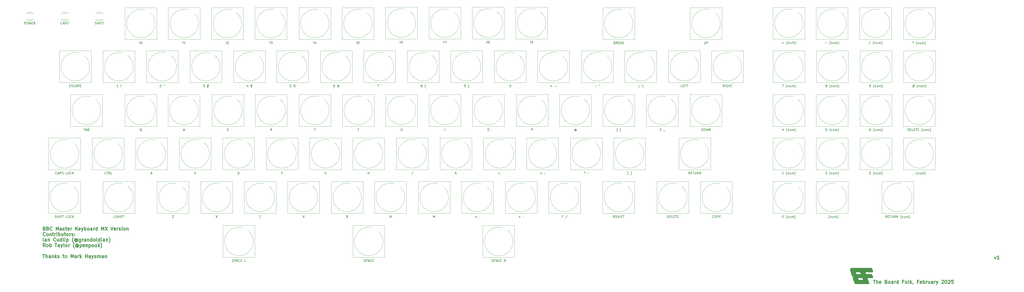
<source format=gbr>
%TF.GenerationSoftware,KiCad,Pcbnew,8.0.7*%
%TF.CreationDate,2025-01-29T20:52:19+00:00*%
%TF.ProjectId,Master-Keyboard_MX,4d617374-6572-42d4-9b65-79626f617264,rev?*%
%TF.SameCoordinates,Original*%
%TF.FileFunction,Legend,Top*%
%TF.FilePolarity,Positive*%
%FSLAX46Y46*%
G04 Gerber Fmt 4.6, Leading zero omitted, Abs format (unit mm)*
G04 Created by KiCad (PCBNEW 8.0.7) date 2025-01-29 20:52:19*
%MOMM*%
%LPD*%
G01*
G04 APERTURE LIST*
%ADD10C,0.300000*%
%ADD11C,0.150000*%
%ADD12C,0.120000*%
%ADD13C,0.100000*%
%ADD14C,0.000000*%
G04 APERTURE END LIST*
D10*
X481151653Y-315850828D02*
X481508796Y-316850828D01*
X481508796Y-316850828D02*
X481865939Y-315850828D01*
X483223082Y-316850828D02*
X482365939Y-316850828D01*
X482794510Y-316850828D02*
X482794510Y-315350828D01*
X482794510Y-315350828D02*
X482651653Y-315565114D01*
X482651653Y-315565114D02*
X482508796Y-315707971D01*
X482508796Y-315707971D02*
X482365939Y-315779400D01*
X64184510Y-303440534D02*
X64398796Y-303511962D01*
X64398796Y-303511962D02*
X64470225Y-303583391D01*
X64470225Y-303583391D02*
X64541653Y-303726248D01*
X64541653Y-303726248D02*
X64541653Y-303940534D01*
X64541653Y-303940534D02*
X64470225Y-304083391D01*
X64470225Y-304083391D02*
X64398796Y-304154820D01*
X64398796Y-304154820D02*
X64255939Y-304226248D01*
X64255939Y-304226248D02*
X63684510Y-304226248D01*
X63684510Y-304226248D02*
X63684510Y-302726248D01*
X63684510Y-302726248D02*
X64184510Y-302726248D01*
X64184510Y-302726248D02*
X64327368Y-302797677D01*
X64327368Y-302797677D02*
X64398796Y-302869105D01*
X64398796Y-302869105D02*
X64470225Y-303011962D01*
X64470225Y-303011962D02*
X64470225Y-303154820D01*
X64470225Y-303154820D02*
X64398796Y-303297677D01*
X64398796Y-303297677D02*
X64327368Y-303369105D01*
X64327368Y-303369105D02*
X64184510Y-303440534D01*
X64184510Y-303440534D02*
X63684510Y-303440534D01*
X65684510Y-303440534D02*
X65898796Y-303511962D01*
X65898796Y-303511962D02*
X65970225Y-303583391D01*
X65970225Y-303583391D02*
X66041653Y-303726248D01*
X66041653Y-303726248D02*
X66041653Y-303940534D01*
X66041653Y-303940534D02*
X65970225Y-304083391D01*
X65970225Y-304083391D02*
X65898796Y-304154820D01*
X65898796Y-304154820D02*
X65755939Y-304226248D01*
X65755939Y-304226248D02*
X65184510Y-304226248D01*
X65184510Y-304226248D02*
X65184510Y-302726248D01*
X65184510Y-302726248D02*
X65684510Y-302726248D01*
X65684510Y-302726248D02*
X65827368Y-302797677D01*
X65827368Y-302797677D02*
X65898796Y-302869105D01*
X65898796Y-302869105D02*
X65970225Y-303011962D01*
X65970225Y-303011962D02*
X65970225Y-303154820D01*
X65970225Y-303154820D02*
X65898796Y-303297677D01*
X65898796Y-303297677D02*
X65827368Y-303369105D01*
X65827368Y-303369105D02*
X65684510Y-303440534D01*
X65684510Y-303440534D02*
X65184510Y-303440534D01*
X67541653Y-304083391D02*
X67470225Y-304154820D01*
X67470225Y-304154820D02*
X67255939Y-304226248D01*
X67255939Y-304226248D02*
X67113082Y-304226248D01*
X67113082Y-304226248D02*
X66898796Y-304154820D01*
X66898796Y-304154820D02*
X66755939Y-304011962D01*
X66755939Y-304011962D02*
X66684510Y-303869105D01*
X66684510Y-303869105D02*
X66613082Y-303583391D01*
X66613082Y-303583391D02*
X66613082Y-303369105D01*
X66613082Y-303369105D02*
X66684510Y-303083391D01*
X66684510Y-303083391D02*
X66755939Y-302940534D01*
X66755939Y-302940534D02*
X66898796Y-302797677D01*
X66898796Y-302797677D02*
X67113082Y-302726248D01*
X67113082Y-302726248D02*
X67255939Y-302726248D01*
X67255939Y-302726248D02*
X67470225Y-302797677D01*
X67470225Y-302797677D02*
X67541653Y-302869105D01*
X69327367Y-304226248D02*
X69327367Y-302726248D01*
X69327367Y-302726248D02*
X69827367Y-303797677D01*
X69827367Y-303797677D02*
X70327367Y-302726248D01*
X70327367Y-302726248D02*
X70327367Y-304226248D01*
X71684511Y-304226248D02*
X71684511Y-303440534D01*
X71684511Y-303440534D02*
X71613082Y-303297677D01*
X71613082Y-303297677D02*
X71470225Y-303226248D01*
X71470225Y-303226248D02*
X71184511Y-303226248D01*
X71184511Y-303226248D02*
X71041653Y-303297677D01*
X71684511Y-304154820D02*
X71541653Y-304226248D01*
X71541653Y-304226248D02*
X71184511Y-304226248D01*
X71184511Y-304226248D02*
X71041653Y-304154820D01*
X71041653Y-304154820D02*
X70970225Y-304011962D01*
X70970225Y-304011962D02*
X70970225Y-303869105D01*
X70970225Y-303869105D02*
X71041653Y-303726248D01*
X71041653Y-303726248D02*
X71184511Y-303654820D01*
X71184511Y-303654820D02*
X71541653Y-303654820D01*
X71541653Y-303654820D02*
X71684511Y-303583391D01*
X72327368Y-304154820D02*
X72470225Y-304226248D01*
X72470225Y-304226248D02*
X72755939Y-304226248D01*
X72755939Y-304226248D02*
X72898796Y-304154820D01*
X72898796Y-304154820D02*
X72970225Y-304011962D01*
X72970225Y-304011962D02*
X72970225Y-303940534D01*
X72970225Y-303940534D02*
X72898796Y-303797677D01*
X72898796Y-303797677D02*
X72755939Y-303726248D01*
X72755939Y-303726248D02*
X72541654Y-303726248D01*
X72541654Y-303726248D02*
X72398796Y-303654820D01*
X72398796Y-303654820D02*
X72327368Y-303511962D01*
X72327368Y-303511962D02*
X72327368Y-303440534D01*
X72327368Y-303440534D02*
X72398796Y-303297677D01*
X72398796Y-303297677D02*
X72541654Y-303226248D01*
X72541654Y-303226248D02*
X72755939Y-303226248D01*
X72755939Y-303226248D02*
X72898796Y-303297677D01*
X73398797Y-303226248D02*
X73970225Y-303226248D01*
X73613082Y-302726248D02*
X73613082Y-304011962D01*
X73613082Y-304011962D02*
X73684511Y-304154820D01*
X73684511Y-304154820D02*
X73827368Y-304226248D01*
X73827368Y-304226248D02*
X73970225Y-304226248D01*
X75041654Y-304154820D02*
X74898797Y-304226248D01*
X74898797Y-304226248D02*
X74613083Y-304226248D01*
X74613083Y-304226248D02*
X74470225Y-304154820D01*
X74470225Y-304154820D02*
X74398797Y-304011962D01*
X74398797Y-304011962D02*
X74398797Y-303440534D01*
X74398797Y-303440534D02*
X74470225Y-303297677D01*
X74470225Y-303297677D02*
X74613083Y-303226248D01*
X74613083Y-303226248D02*
X74898797Y-303226248D01*
X74898797Y-303226248D02*
X75041654Y-303297677D01*
X75041654Y-303297677D02*
X75113083Y-303440534D01*
X75113083Y-303440534D02*
X75113083Y-303583391D01*
X75113083Y-303583391D02*
X74398797Y-303726248D01*
X75755939Y-304226248D02*
X75755939Y-303226248D01*
X75755939Y-303511962D02*
X75827368Y-303369105D01*
X75827368Y-303369105D02*
X75898797Y-303297677D01*
X75898797Y-303297677D02*
X76041654Y-303226248D01*
X76041654Y-303226248D02*
X76184511Y-303226248D01*
X77827367Y-304226248D02*
X77827367Y-302726248D01*
X78684510Y-304226248D02*
X78041653Y-303369105D01*
X78684510Y-302726248D02*
X77827367Y-303583391D01*
X79898796Y-304154820D02*
X79755939Y-304226248D01*
X79755939Y-304226248D02*
X79470225Y-304226248D01*
X79470225Y-304226248D02*
X79327367Y-304154820D01*
X79327367Y-304154820D02*
X79255939Y-304011962D01*
X79255939Y-304011962D02*
X79255939Y-303440534D01*
X79255939Y-303440534D02*
X79327367Y-303297677D01*
X79327367Y-303297677D02*
X79470225Y-303226248D01*
X79470225Y-303226248D02*
X79755939Y-303226248D01*
X79755939Y-303226248D02*
X79898796Y-303297677D01*
X79898796Y-303297677D02*
X79970225Y-303440534D01*
X79970225Y-303440534D02*
X79970225Y-303583391D01*
X79970225Y-303583391D02*
X79255939Y-303726248D01*
X80470224Y-303226248D02*
X80827367Y-304226248D01*
X81184510Y-303226248D02*
X80827367Y-304226248D01*
X80827367Y-304226248D02*
X80684510Y-304583391D01*
X80684510Y-304583391D02*
X80613081Y-304654820D01*
X80613081Y-304654820D02*
X80470224Y-304726248D01*
X81755938Y-304226248D02*
X81755938Y-302726248D01*
X81755938Y-303297677D02*
X81898796Y-303226248D01*
X81898796Y-303226248D02*
X82184510Y-303226248D01*
X82184510Y-303226248D02*
X82327367Y-303297677D01*
X82327367Y-303297677D02*
X82398796Y-303369105D01*
X82398796Y-303369105D02*
X82470224Y-303511962D01*
X82470224Y-303511962D02*
X82470224Y-303940534D01*
X82470224Y-303940534D02*
X82398796Y-304083391D01*
X82398796Y-304083391D02*
X82327367Y-304154820D01*
X82327367Y-304154820D02*
X82184510Y-304226248D01*
X82184510Y-304226248D02*
X81898796Y-304226248D01*
X81898796Y-304226248D02*
X81755938Y-304154820D01*
X83327367Y-304226248D02*
X83184510Y-304154820D01*
X83184510Y-304154820D02*
X83113081Y-304083391D01*
X83113081Y-304083391D02*
X83041653Y-303940534D01*
X83041653Y-303940534D02*
X83041653Y-303511962D01*
X83041653Y-303511962D02*
X83113081Y-303369105D01*
X83113081Y-303369105D02*
X83184510Y-303297677D01*
X83184510Y-303297677D02*
X83327367Y-303226248D01*
X83327367Y-303226248D02*
X83541653Y-303226248D01*
X83541653Y-303226248D02*
X83684510Y-303297677D01*
X83684510Y-303297677D02*
X83755939Y-303369105D01*
X83755939Y-303369105D02*
X83827367Y-303511962D01*
X83827367Y-303511962D02*
X83827367Y-303940534D01*
X83827367Y-303940534D02*
X83755939Y-304083391D01*
X83755939Y-304083391D02*
X83684510Y-304154820D01*
X83684510Y-304154820D02*
X83541653Y-304226248D01*
X83541653Y-304226248D02*
X83327367Y-304226248D01*
X85113082Y-304226248D02*
X85113082Y-303440534D01*
X85113082Y-303440534D02*
X85041653Y-303297677D01*
X85041653Y-303297677D02*
X84898796Y-303226248D01*
X84898796Y-303226248D02*
X84613082Y-303226248D01*
X84613082Y-303226248D02*
X84470224Y-303297677D01*
X85113082Y-304154820D02*
X84970224Y-304226248D01*
X84970224Y-304226248D02*
X84613082Y-304226248D01*
X84613082Y-304226248D02*
X84470224Y-304154820D01*
X84470224Y-304154820D02*
X84398796Y-304011962D01*
X84398796Y-304011962D02*
X84398796Y-303869105D01*
X84398796Y-303869105D02*
X84470224Y-303726248D01*
X84470224Y-303726248D02*
X84613082Y-303654820D01*
X84613082Y-303654820D02*
X84970224Y-303654820D01*
X84970224Y-303654820D02*
X85113082Y-303583391D01*
X85827367Y-304226248D02*
X85827367Y-303226248D01*
X85827367Y-303511962D02*
X85898796Y-303369105D01*
X85898796Y-303369105D02*
X85970225Y-303297677D01*
X85970225Y-303297677D02*
X86113082Y-303226248D01*
X86113082Y-303226248D02*
X86255939Y-303226248D01*
X87398796Y-304226248D02*
X87398796Y-302726248D01*
X87398796Y-304154820D02*
X87255938Y-304226248D01*
X87255938Y-304226248D02*
X86970224Y-304226248D01*
X86970224Y-304226248D02*
X86827367Y-304154820D01*
X86827367Y-304154820D02*
X86755938Y-304083391D01*
X86755938Y-304083391D02*
X86684510Y-303940534D01*
X86684510Y-303940534D02*
X86684510Y-303511962D01*
X86684510Y-303511962D02*
X86755938Y-303369105D01*
X86755938Y-303369105D02*
X86827367Y-303297677D01*
X86827367Y-303297677D02*
X86970224Y-303226248D01*
X86970224Y-303226248D02*
X87255938Y-303226248D01*
X87255938Y-303226248D02*
X87398796Y-303297677D01*
X89255938Y-304226248D02*
X89255938Y-302726248D01*
X89255938Y-302726248D02*
X89755938Y-303797677D01*
X89755938Y-303797677D02*
X90255938Y-302726248D01*
X90255938Y-302726248D02*
X90255938Y-304226248D01*
X90827367Y-302726248D02*
X91827367Y-304226248D01*
X91827367Y-302726248D02*
X90827367Y-304226248D01*
X93327367Y-302726248D02*
X93827367Y-304226248D01*
X93827367Y-304226248D02*
X94327367Y-302726248D01*
X95398795Y-304154820D02*
X95255938Y-304226248D01*
X95255938Y-304226248D02*
X94970224Y-304226248D01*
X94970224Y-304226248D02*
X94827366Y-304154820D01*
X94827366Y-304154820D02*
X94755938Y-304011962D01*
X94755938Y-304011962D02*
X94755938Y-303440534D01*
X94755938Y-303440534D02*
X94827366Y-303297677D01*
X94827366Y-303297677D02*
X94970224Y-303226248D01*
X94970224Y-303226248D02*
X95255938Y-303226248D01*
X95255938Y-303226248D02*
X95398795Y-303297677D01*
X95398795Y-303297677D02*
X95470224Y-303440534D01*
X95470224Y-303440534D02*
X95470224Y-303583391D01*
X95470224Y-303583391D02*
X94755938Y-303726248D01*
X96113080Y-304226248D02*
X96113080Y-303226248D01*
X96113080Y-303511962D02*
X96184509Y-303369105D01*
X96184509Y-303369105D02*
X96255938Y-303297677D01*
X96255938Y-303297677D02*
X96398795Y-303226248D01*
X96398795Y-303226248D02*
X96541652Y-303226248D01*
X96970223Y-304154820D02*
X97113080Y-304226248D01*
X97113080Y-304226248D02*
X97398794Y-304226248D01*
X97398794Y-304226248D02*
X97541651Y-304154820D01*
X97541651Y-304154820D02*
X97613080Y-304011962D01*
X97613080Y-304011962D02*
X97613080Y-303940534D01*
X97613080Y-303940534D02*
X97541651Y-303797677D01*
X97541651Y-303797677D02*
X97398794Y-303726248D01*
X97398794Y-303726248D02*
X97184509Y-303726248D01*
X97184509Y-303726248D02*
X97041651Y-303654820D01*
X97041651Y-303654820D02*
X96970223Y-303511962D01*
X96970223Y-303511962D02*
X96970223Y-303440534D01*
X96970223Y-303440534D02*
X97041651Y-303297677D01*
X97041651Y-303297677D02*
X97184509Y-303226248D01*
X97184509Y-303226248D02*
X97398794Y-303226248D01*
X97398794Y-303226248D02*
X97541651Y-303297677D01*
X98255937Y-304226248D02*
X98255937Y-303226248D01*
X98255937Y-302726248D02*
X98184509Y-302797677D01*
X98184509Y-302797677D02*
X98255937Y-302869105D01*
X98255937Y-302869105D02*
X98327366Y-302797677D01*
X98327366Y-302797677D02*
X98255937Y-302726248D01*
X98255937Y-302726248D02*
X98255937Y-302869105D01*
X99184509Y-304226248D02*
X99041652Y-304154820D01*
X99041652Y-304154820D02*
X98970223Y-304083391D01*
X98970223Y-304083391D02*
X98898795Y-303940534D01*
X98898795Y-303940534D02*
X98898795Y-303511962D01*
X98898795Y-303511962D02*
X98970223Y-303369105D01*
X98970223Y-303369105D02*
X99041652Y-303297677D01*
X99041652Y-303297677D02*
X99184509Y-303226248D01*
X99184509Y-303226248D02*
X99398795Y-303226248D01*
X99398795Y-303226248D02*
X99541652Y-303297677D01*
X99541652Y-303297677D02*
X99613081Y-303369105D01*
X99613081Y-303369105D02*
X99684509Y-303511962D01*
X99684509Y-303511962D02*
X99684509Y-303940534D01*
X99684509Y-303940534D02*
X99613081Y-304083391D01*
X99613081Y-304083391D02*
X99541652Y-304154820D01*
X99541652Y-304154820D02*
X99398795Y-304226248D01*
X99398795Y-304226248D02*
X99184509Y-304226248D01*
X100327366Y-303226248D02*
X100327366Y-304226248D01*
X100327366Y-303369105D02*
X100398795Y-303297677D01*
X100398795Y-303297677D02*
X100541652Y-303226248D01*
X100541652Y-303226248D02*
X100755938Y-303226248D01*
X100755938Y-303226248D02*
X100898795Y-303297677D01*
X100898795Y-303297677D02*
X100970224Y-303440534D01*
X100970224Y-303440534D02*
X100970224Y-304226248D01*
X64541653Y-306498307D02*
X64470225Y-306569736D01*
X64470225Y-306569736D02*
X64255939Y-306641164D01*
X64255939Y-306641164D02*
X64113082Y-306641164D01*
X64113082Y-306641164D02*
X63898796Y-306569736D01*
X63898796Y-306569736D02*
X63755939Y-306426878D01*
X63755939Y-306426878D02*
X63684510Y-306284021D01*
X63684510Y-306284021D02*
X63613082Y-305998307D01*
X63613082Y-305998307D02*
X63613082Y-305784021D01*
X63613082Y-305784021D02*
X63684510Y-305498307D01*
X63684510Y-305498307D02*
X63755939Y-305355450D01*
X63755939Y-305355450D02*
X63898796Y-305212593D01*
X63898796Y-305212593D02*
X64113082Y-305141164D01*
X64113082Y-305141164D02*
X64255939Y-305141164D01*
X64255939Y-305141164D02*
X64470225Y-305212593D01*
X64470225Y-305212593D02*
X64541653Y-305284021D01*
X65398796Y-306641164D02*
X65255939Y-306569736D01*
X65255939Y-306569736D02*
X65184510Y-306498307D01*
X65184510Y-306498307D02*
X65113082Y-306355450D01*
X65113082Y-306355450D02*
X65113082Y-305926878D01*
X65113082Y-305926878D02*
X65184510Y-305784021D01*
X65184510Y-305784021D02*
X65255939Y-305712593D01*
X65255939Y-305712593D02*
X65398796Y-305641164D01*
X65398796Y-305641164D02*
X65613082Y-305641164D01*
X65613082Y-305641164D02*
X65755939Y-305712593D01*
X65755939Y-305712593D02*
X65827368Y-305784021D01*
X65827368Y-305784021D02*
X65898796Y-305926878D01*
X65898796Y-305926878D02*
X65898796Y-306355450D01*
X65898796Y-306355450D02*
X65827368Y-306498307D01*
X65827368Y-306498307D02*
X65755939Y-306569736D01*
X65755939Y-306569736D02*
X65613082Y-306641164D01*
X65613082Y-306641164D02*
X65398796Y-306641164D01*
X66541653Y-305641164D02*
X66541653Y-306641164D01*
X66541653Y-305784021D02*
X66613082Y-305712593D01*
X66613082Y-305712593D02*
X66755939Y-305641164D01*
X66755939Y-305641164D02*
X66970225Y-305641164D01*
X66970225Y-305641164D02*
X67113082Y-305712593D01*
X67113082Y-305712593D02*
X67184511Y-305855450D01*
X67184511Y-305855450D02*
X67184511Y-306641164D01*
X67684511Y-305641164D02*
X68255939Y-305641164D01*
X67898796Y-305141164D02*
X67898796Y-306426878D01*
X67898796Y-306426878D02*
X67970225Y-306569736D01*
X67970225Y-306569736D02*
X68113082Y-306641164D01*
X68113082Y-306641164D02*
X68255939Y-306641164D01*
X68755939Y-306641164D02*
X68755939Y-305641164D01*
X68755939Y-305926878D02*
X68827368Y-305784021D01*
X68827368Y-305784021D02*
X68898797Y-305712593D01*
X68898797Y-305712593D02*
X69041654Y-305641164D01*
X69041654Y-305641164D02*
X69184511Y-305641164D01*
X69684510Y-306641164D02*
X69684510Y-305641164D01*
X69684510Y-305141164D02*
X69613082Y-305212593D01*
X69613082Y-305212593D02*
X69684510Y-305284021D01*
X69684510Y-305284021D02*
X69755939Y-305212593D01*
X69755939Y-305212593D02*
X69684510Y-305141164D01*
X69684510Y-305141164D02*
X69684510Y-305284021D01*
X70398796Y-306641164D02*
X70398796Y-305141164D01*
X70398796Y-305712593D02*
X70541654Y-305641164D01*
X70541654Y-305641164D02*
X70827368Y-305641164D01*
X70827368Y-305641164D02*
X70970225Y-305712593D01*
X70970225Y-305712593D02*
X71041654Y-305784021D01*
X71041654Y-305784021D02*
X71113082Y-305926878D01*
X71113082Y-305926878D02*
X71113082Y-306355450D01*
X71113082Y-306355450D02*
X71041654Y-306498307D01*
X71041654Y-306498307D02*
X70970225Y-306569736D01*
X70970225Y-306569736D02*
X70827368Y-306641164D01*
X70827368Y-306641164D02*
X70541654Y-306641164D01*
X70541654Y-306641164D02*
X70398796Y-306569736D01*
X72398797Y-305641164D02*
X72398797Y-306641164D01*
X71755939Y-305641164D02*
X71755939Y-306426878D01*
X71755939Y-306426878D02*
X71827368Y-306569736D01*
X71827368Y-306569736D02*
X71970225Y-306641164D01*
X71970225Y-306641164D02*
X72184511Y-306641164D01*
X72184511Y-306641164D02*
X72327368Y-306569736D01*
X72327368Y-306569736D02*
X72398797Y-306498307D01*
X72898797Y-305641164D02*
X73470225Y-305641164D01*
X73113082Y-305141164D02*
X73113082Y-306426878D01*
X73113082Y-306426878D02*
X73184511Y-306569736D01*
X73184511Y-306569736D02*
X73327368Y-306641164D01*
X73327368Y-306641164D02*
X73470225Y-306641164D01*
X74184511Y-306641164D02*
X74041654Y-306569736D01*
X74041654Y-306569736D02*
X73970225Y-306498307D01*
X73970225Y-306498307D02*
X73898797Y-306355450D01*
X73898797Y-306355450D02*
X73898797Y-305926878D01*
X73898797Y-305926878D02*
X73970225Y-305784021D01*
X73970225Y-305784021D02*
X74041654Y-305712593D01*
X74041654Y-305712593D02*
X74184511Y-305641164D01*
X74184511Y-305641164D02*
X74398797Y-305641164D01*
X74398797Y-305641164D02*
X74541654Y-305712593D01*
X74541654Y-305712593D02*
X74613083Y-305784021D01*
X74613083Y-305784021D02*
X74684511Y-305926878D01*
X74684511Y-305926878D02*
X74684511Y-306355450D01*
X74684511Y-306355450D02*
X74613083Y-306498307D01*
X74613083Y-306498307D02*
X74541654Y-306569736D01*
X74541654Y-306569736D02*
X74398797Y-306641164D01*
X74398797Y-306641164D02*
X74184511Y-306641164D01*
X75327368Y-306641164D02*
X75327368Y-305641164D01*
X75327368Y-305926878D02*
X75398797Y-305784021D01*
X75398797Y-305784021D02*
X75470226Y-305712593D01*
X75470226Y-305712593D02*
X75613083Y-305641164D01*
X75613083Y-305641164D02*
X75755940Y-305641164D01*
X76184511Y-306569736D02*
X76327368Y-306641164D01*
X76327368Y-306641164D02*
X76613082Y-306641164D01*
X76613082Y-306641164D02*
X76755939Y-306569736D01*
X76755939Y-306569736D02*
X76827368Y-306426878D01*
X76827368Y-306426878D02*
X76827368Y-306355450D01*
X76827368Y-306355450D02*
X76755939Y-306212593D01*
X76755939Y-306212593D02*
X76613082Y-306141164D01*
X76613082Y-306141164D02*
X76398797Y-306141164D01*
X76398797Y-306141164D02*
X76255939Y-306069736D01*
X76255939Y-306069736D02*
X76184511Y-305926878D01*
X76184511Y-305926878D02*
X76184511Y-305855450D01*
X76184511Y-305855450D02*
X76255939Y-305712593D01*
X76255939Y-305712593D02*
X76398797Y-305641164D01*
X76398797Y-305641164D02*
X76613082Y-305641164D01*
X76613082Y-305641164D02*
X76755939Y-305712593D01*
X77470225Y-306498307D02*
X77541654Y-306569736D01*
X77541654Y-306569736D02*
X77470225Y-306641164D01*
X77470225Y-306641164D02*
X77398797Y-306569736D01*
X77398797Y-306569736D02*
X77470225Y-306498307D01*
X77470225Y-306498307D02*
X77470225Y-306641164D01*
X77470225Y-305712593D02*
X77541654Y-305784021D01*
X77541654Y-305784021D02*
X77470225Y-305855450D01*
X77470225Y-305855450D02*
X77398797Y-305784021D01*
X77398797Y-305784021D02*
X77470225Y-305712593D01*
X77470225Y-305712593D02*
X77470225Y-305855450D01*
X63684510Y-309056080D02*
X63684510Y-307556080D01*
X65041654Y-309056080D02*
X65041654Y-308270366D01*
X65041654Y-308270366D02*
X64970225Y-308127509D01*
X64970225Y-308127509D02*
X64827368Y-308056080D01*
X64827368Y-308056080D02*
X64541654Y-308056080D01*
X64541654Y-308056080D02*
X64398796Y-308127509D01*
X65041654Y-308984652D02*
X64898796Y-309056080D01*
X64898796Y-309056080D02*
X64541654Y-309056080D01*
X64541654Y-309056080D02*
X64398796Y-308984652D01*
X64398796Y-308984652D02*
X64327368Y-308841794D01*
X64327368Y-308841794D02*
X64327368Y-308698937D01*
X64327368Y-308698937D02*
X64398796Y-308556080D01*
X64398796Y-308556080D02*
X64541654Y-308484652D01*
X64541654Y-308484652D02*
X64898796Y-308484652D01*
X64898796Y-308484652D02*
X65041654Y-308413223D01*
X65755939Y-308056080D02*
X65755939Y-309056080D01*
X65755939Y-308198937D02*
X65827368Y-308127509D01*
X65827368Y-308127509D02*
X65970225Y-308056080D01*
X65970225Y-308056080D02*
X66184511Y-308056080D01*
X66184511Y-308056080D02*
X66327368Y-308127509D01*
X66327368Y-308127509D02*
X66398797Y-308270366D01*
X66398797Y-308270366D02*
X66398797Y-309056080D01*
X69113082Y-308913223D02*
X69041654Y-308984652D01*
X69041654Y-308984652D02*
X68827368Y-309056080D01*
X68827368Y-309056080D02*
X68684511Y-309056080D01*
X68684511Y-309056080D02*
X68470225Y-308984652D01*
X68470225Y-308984652D02*
X68327368Y-308841794D01*
X68327368Y-308841794D02*
X68255939Y-308698937D01*
X68255939Y-308698937D02*
X68184511Y-308413223D01*
X68184511Y-308413223D02*
X68184511Y-308198937D01*
X68184511Y-308198937D02*
X68255939Y-307913223D01*
X68255939Y-307913223D02*
X68327368Y-307770366D01*
X68327368Y-307770366D02*
X68470225Y-307627509D01*
X68470225Y-307627509D02*
X68684511Y-307556080D01*
X68684511Y-307556080D02*
X68827368Y-307556080D01*
X68827368Y-307556080D02*
X69041654Y-307627509D01*
X69041654Y-307627509D02*
X69113082Y-307698937D01*
X70398797Y-308056080D02*
X70398797Y-309056080D01*
X69755939Y-308056080D02*
X69755939Y-308841794D01*
X69755939Y-308841794D02*
X69827368Y-308984652D01*
X69827368Y-308984652D02*
X69970225Y-309056080D01*
X69970225Y-309056080D02*
X70184511Y-309056080D01*
X70184511Y-309056080D02*
X70327368Y-308984652D01*
X70327368Y-308984652D02*
X70398797Y-308913223D01*
X71755940Y-309056080D02*
X71755940Y-307556080D01*
X71755940Y-308984652D02*
X71613082Y-309056080D01*
X71613082Y-309056080D02*
X71327368Y-309056080D01*
X71327368Y-309056080D02*
X71184511Y-308984652D01*
X71184511Y-308984652D02*
X71113082Y-308913223D01*
X71113082Y-308913223D02*
X71041654Y-308770366D01*
X71041654Y-308770366D02*
X71041654Y-308341794D01*
X71041654Y-308341794D02*
X71113082Y-308198937D01*
X71113082Y-308198937D02*
X71184511Y-308127509D01*
X71184511Y-308127509D02*
X71327368Y-308056080D01*
X71327368Y-308056080D02*
X71613082Y-308056080D01*
X71613082Y-308056080D02*
X71755940Y-308127509D01*
X72684511Y-309056080D02*
X72541654Y-308984652D01*
X72541654Y-308984652D02*
X72470225Y-308841794D01*
X72470225Y-308841794D02*
X72470225Y-307556080D01*
X73255939Y-309056080D02*
X73255939Y-308056080D01*
X73255939Y-307556080D02*
X73184511Y-307627509D01*
X73184511Y-307627509D02*
X73255939Y-307698937D01*
X73255939Y-307698937D02*
X73327368Y-307627509D01*
X73327368Y-307627509D02*
X73255939Y-307556080D01*
X73255939Y-307556080D02*
X73255939Y-307698937D01*
X73970225Y-308056080D02*
X73970225Y-309556080D01*
X73970225Y-308127509D02*
X74113083Y-308056080D01*
X74113083Y-308056080D02*
X74398797Y-308056080D01*
X74398797Y-308056080D02*
X74541654Y-308127509D01*
X74541654Y-308127509D02*
X74613083Y-308198937D01*
X74613083Y-308198937D02*
X74684511Y-308341794D01*
X74684511Y-308341794D02*
X74684511Y-308770366D01*
X74684511Y-308770366D02*
X74613083Y-308913223D01*
X74613083Y-308913223D02*
X74541654Y-308984652D01*
X74541654Y-308984652D02*
X74398797Y-309056080D01*
X74398797Y-309056080D02*
X74113083Y-309056080D01*
X74113083Y-309056080D02*
X73970225Y-308984652D01*
X76898797Y-309627509D02*
X76827368Y-309556080D01*
X76827368Y-309556080D02*
X76684511Y-309341794D01*
X76684511Y-309341794D02*
X76613083Y-309198937D01*
X76613083Y-309198937D02*
X76541654Y-308984652D01*
X76541654Y-308984652D02*
X76470225Y-308627509D01*
X76470225Y-308627509D02*
X76470225Y-308341794D01*
X76470225Y-308341794D02*
X76541654Y-307984652D01*
X76541654Y-307984652D02*
X76613083Y-307770366D01*
X76613083Y-307770366D02*
X76684511Y-307627509D01*
X76684511Y-307627509D02*
X76827368Y-307413223D01*
X76827368Y-307413223D02*
X76898797Y-307341794D01*
X78398797Y-308341794D02*
X78327368Y-308270366D01*
X78327368Y-308270366D02*
X78184511Y-308198937D01*
X78184511Y-308198937D02*
X78041654Y-308198937D01*
X78041654Y-308198937D02*
X77898797Y-308270366D01*
X77898797Y-308270366D02*
X77827368Y-308341794D01*
X77827368Y-308341794D02*
X77755940Y-308484652D01*
X77755940Y-308484652D02*
X77755940Y-308627509D01*
X77755940Y-308627509D02*
X77827368Y-308770366D01*
X77827368Y-308770366D02*
X77898797Y-308841794D01*
X77898797Y-308841794D02*
X78041654Y-308913223D01*
X78041654Y-308913223D02*
X78184511Y-308913223D01*
X78184511Y-308913223D02*
X78327368Y-308841794D01*
X78327368Y-308841794D02*
X78398797Y-308770366D01*
X78398797Y-308198937D02*
X78398797Y-308770366D01*
X78398797Y-308770366D02*
X78470225Y-308841794D01*
X78470225Y-308841794D02*
X78541654Y-308841794D01*
X78541654Y-308841794D02*
X78684511Y-308770366D01*
X78684511Y-308770366D02*
X78755940Y-308627509D01*
X78755940Y-308627509D02*
X78755940Y-308270366D01*
X78755940Y-308270366D02*
X78613083Y-308056080D01*
X78613083Y-308056080D02*
X78398797Y-307913223D01*
X78398797Y-307913223D02*
X78113083Y-307841794D01*
X78113083Y-307841794D02*
X77827368Y-307913223D01*
X77827368Y-307913223D02*
X77613083Y-308056080D01*
X77613083Y-308056080D02*
X77470225Y-308270366D01*
X77470225Y-308270366D02*
X77398797Y-308556080D01*
X77398797Y-308556080D02*
X77470225Y-308841794D01*
X77470225Y-308841794D02*
X77613083Y-309056080D01*
X77613083Y-309056080D02*
X77827368Y-309198937D01*
X77827368Y-309198937D02*
X78113083Y-309270366D01*
X78113083Y-309270366D02*
X78398797Y-309198937D01*
X78398797Y-309198937D02*
X78613083Y-309056080D01*
X80041654Y-308056080D02*
X80041654Y-309270366D01*
X80041654Y-309270366D02*
X79970225Y-309413223D01*
X79970225Y-309413223D02*
X79898796Y-309484652D01*
X79898796Y-309484652D02*
X79755939Y-309556080D01*
X79755939Y-309556080D02*
X79541654Y-309556080D01*
X79541654Y-309556080D02*
X79398796Y-309484652D01*
X80041654Y-308984652D02*
X79898796Y-309056080D01*
X79898796Y-309056080D02*
X79613082Y-309056080D01*
X79613082Y-309056080D02*
X79470225Y-308984652D01*
X79470225Y-308984652D02*
X79398796Y-308913223D01*
X79398796Y-308913223D02*
X79327368Y-308770366D01*
X79327368Y-308770366D02*
X79327368Y-308341794D01*
X79327368Y-308341794D02*
X79398796Y-308198937D01*
X79398796Y-308198937D02*
X79470225Y-308127509D01*
X79470225Y-308127509D02*
X79613082Y-308056080D01*
X79613082Y-308056080D02*
X79898796Y-308056080D01*
X79898796Y-308056080D02*
X80041654Y-308127509D01*
X80755939Y-309056080D02*
X80755939Y-308056080D01*
X80755939Y-308341794D02*
X80827368Y-308198937D01*
X80827368Y-308198937D02*
X80898797Y-308127509D01*
X80898797Y-308127509D02*
X81041654Y-308056080D01*
X81041654Y-308056080D02*
X81184511Y-308056080D01*
X82327368Y-309056080D02*
X82327368Y-308270366D01*
X82327368Y-308270366D02*
X82255939Y-308127509D01*
X82255939Y-308127509D02*
X82113082Y-308056080D01*
X82113082Y-308056080D02*
X81827368Y-308056080D01*
X81827368Y-308056080D02*
X81684510Y-308127509D01*
X82327368Y-308984652D02*
X82184510Y-309056080D01*
X82184510Y-309056080D02*
X81827368Y-309056080D01*
X81827368Y-309056080D02*
X81684510Y-308984652D01*
X81684510Y-308984652D02*
X81613082Y-308841794D01*
X81613082Y-308841794D02*
X81613082Y-308698937D01*
X81613082Y-308698937D02*
X81684510Y-308556080D01*
X81684510Y-308556080D02*
X81827368Y-308484652D01*
X81827368Y-308484652D02*
X82184510Y-308484652D01*
X82184510Y-308484652D02*
X82327368Y-308413223D01*
X83041653Y-308056080D02*
X83041653Y-309056080D01*
X83041653Y-308198937D02*
X83113082Y-308127509D01*
X83113082Y-308127509D02*
X83255939Y-308056080D01*
X83255939Y-308056080D02*
X83470225Y-308056080D01*
X83470225Y-308056080D02*
X83613082Y-308127509D01*
X83613082Y-308127509D02*
X83684511Y-308270366D01*
X83684511Y-308270366D02*
X83684511Y-309056080D01*
X85041654Y-309056080D02*
X85041654Y-307556080D01*
X85041654Y-308984652D02*
X84898796Y-309056080D01*
X84898796Y-309056080D02*
X84613082Y-309056080D01*
X84613082Y-309056080D02*
X84470225Y-308984652D01*
X84470225Y-308984652D02*
X84398796Y-308913223D01*
X84398796Y-308913223D02*
X84327368Y-308770366D01*
X84327368Y-308770366D02*
X84327368Y-308341794D01*
X84327368Y-308341794D02*
X84398796Y-308198937D01*
X84398796Y-308198937D02*
X84470225Y-308127509D01*
X84470225Y-308127509D02*
X84613082Y-308056080D01*
X84613082Y-308056080D02*
X84898796Y-308056080D01*
X84898796Y-308056080D02*
X85041654Y-308127509D01*
X85970225Y-309056080D02*
X85827368Y-308984652D01*
X85827368Y-308984652D02*
X85755939Y-308913223D01*
X85755939Y-308913223D02*
X85684511Y-308770366D01*
X85684511Y-308770366D02*
X85684511Y-308341794D01*
X85684511Y-308341794D02*
X85755939Y-308198937D01*
X85755939Y-308198937D02*
X85827368Y-308127509D01*
X85827368Y-308127509D02*
X85970225Y-308056080D01*
X85970225Y-308056080D02*
X86184511Y-308056080D01*
X86184511Y-308056080D02*
X86327368Y-308127509D01*
X86327368Y-308127509D02*
X86398797Y-308198937D01*
X86398797Y-308198937D02*
X86470225Y-308341794D01*
X86470225Y-308341794D02*
X86470225Y-308770366D01*
X86470225Y-308770366D02*
X86398797Y-308913223D01*
X86398797Y-308913223D02*
X86327368Y-308984652D01*
X86327368Y-308984652D02*
X86184511Y-309056080D01*
X86184511Y-309056080D02*
X85970225Y-309056080D01*
X87327368Y-309056080D02*
X87184511Y-308984652D01*
X87184511Y-308984652D02*
X87113082Y-308841794D01*
X87113082Y-308841794D02*
X87113082Y-307556080D01*
X88541654Y-309056080D02*
X88541654Y-307556080D01*
X88541654Y-308984652D02*
X88398796Y-309056080D01*
X88398796Y-309056080D02*
X88113082Y-309056080D01*
X88113082Y-309056080D02*
X87970225Y-308984652D01*
X87970225Y-308984652D02*
X87898796Y-308913223D01*
X87898796Y-308913223D02*
X87827368Y-308770366D01*
X87827368Y-308770366D02*
X87827368Y-308341794D01*
X87827368Y-308341794D02*
X87898796Y-308198937D01*
X87898796Y-308198937D02*
X87970225Y-308127509D01*
X87970225Y-308127509D02*
X88113082Y-308056080D01*
X88113082Y-308056080D02*
X88398796Y-308056080D01*
X88398796Y-308056080D02*
X88541654Y-308127509D01*
X89255939Y-309056080D02*
X89255939Y-308056080D01*
X89255939Y-307556080D02*
X89184511Y-307627509D01*
X89184511Y-307627509D02*
X89255939Y-307698937D01*
X89255939Y-307698937D02*
X89327368Y-307627509D01*
X89327368Y-307627509D02*
X89255939Y-307556080D01*
X89255939Y-307556080D02*
X89255939Y-307698937D01*
X90613083Y-309056080D02*
X90613083Y-308270366D01*
X90613083Y-308270366D02*
X90541654Y-308127509D01*
X90541654Y-308127509D02*
X90398797Y-308056080D01*
X90398797Y-308056080D02*
X90113083Y-308056080D01*
X90113083Y-308056080D02*
X89970225Y-308127509D01*
X90613083Y-308984652D02*
X90470225Y-309056080D01*
X90470225Y-309056080D02*
X90113083Y-309056080D01*
X90113083Y-309056080D02*
X89970225Y-308984652D01*
X89970225Y-308984652D02*
X89898797Y-308841794D01*
X89898797Y-308841794D02*
X89898797Y-308698937D01*
X89898797Y-308698937D02*
X89970225Y-308556080D01*
X89970225Y-308556080D02*
X90113083Y-308484652D01*
X90113083Y-308484652D02*
X90470225Y-308484652D01*
X90470225Y-308484652D02*
X90613083Y-308413223D01*
X91327368Y-308056080D02*
X91327368Y-309056080D01*
X91327368Y-308198937D02*
X91398797Y-308127509D01*
X91398797Y-308127509D02*
X91541654Y-308056080D01*
X91541654Y-308056080D02*
X91755940Y-308056080D01*
X91755940Y-308056080D02*
X91898797Y-308127509D01*
X91898797Y-308127509D02*
X91970226Y-308270366D01*
X91970226Y-308270366D02*
X91970226Y-309056080D01*
X92541654Y-309627509D02*
X92613083Y-309556080D01*
X92613083Y-309556080D02*
X92755940Y-309341794D01*
X92755940Y-309341794D02*
X92827369Y-309198937D01*
X92827369Y-309198937D02*
X92898797Y-308984652D01*
X92898797Y-308984652D02*
X92970226Y-308627509D01*
X92970226Y-308627509D02*
X92970226Y-308341794D01*
X92970226Y-308341794D02*
X92898797Y-307984652D01*
X92898797Y-307984652D02*
X92827369Y-307770366D01*
X92827369Y-307770366D02*
X92755940Y-307627509D01*
X92755940Y-307627509D02*
X92613083Y-307413223D01*
X92613083Y-307413223D02*
X92541654Y-307341794D01*
X64541653Y-311470996D02*
X64041653Y-310756710D01*
X63684510Y-311470996D02*
X63684510Y-309970996D01*
X63684510Y-309970996D02*
X64255939Y-309970996D01*
X64255939Y-309970996D02*
X64398796Y-310042425D01*
X64398796Y-310042425D02*
X64470225Y-310113853D01*
X64470225Y-310113853D02*
X64541653Y-310256710D01*
X64541653Y-310256710D02*
X64541653Y-310470996D01*
X64541653Y-310470996D02*
X64470225Y-310613853D01*
X64470225Y-310613853D02*
X64398796Y-310685282D01*
X64398796Y-310685282D02*
X64255939Y-310756710D01*
X64255939Y-310756710D02*
X63684510Y-310756710D01*
X65398796Y-311470996D02*
X65255939Y-311399568D01*
X65255939Y-311399568D02*
X65184510Y-311328139D01*
X65184510Y-311328139D02*
X65113082Y-311185282D01*
X65113082Y-311185282D02*
X65113082Y-310756710D01*
X65113082Y-310756710D02*
X65184510Y-310613853D01*
X65184510Y-310613853D02*
X65255939Y-310542425D01*
X65255939Y-310542425D02*
X65398796Y-310470996D01*
X65398796Y-310470996D02*
X65613082Y-310470996D01*
X65613082Y-310470996D02*
X65755939Y-310542425D01*
X65755939Y-310542425D02*
X65827368Y-310613853D01*
X65827368Y-310613853D02*
X65898796Y-310756710D01*
X65898796Y-310756710D02*
X65898796Y-311185282D01*
X65898796Y-311185282D02*
X65827368Y-311328139D01*
X65827368Y-311328139D02*
X65755939Y-311399568D01*
X65755939Y-311399568D02*
X65613082Y-311470996D01*
X65613082Y-311470996D02*
X65398796Y-311470996D01*
X66541653Y-311470996D02*
X66541653Y-309970996D01*
X66541653Y-310542425D02*
X66684511Y-310470996D01*
X66684511Y-310470996D02*
X66970225Y-310470996D01*
X66970225Y-310470996D02*
X67113082Y-310542425D01*
X67113082Y-310542425D02*
X67184511Y-310613853D01*
X67184511Y-310613853D02*
X67255939Y-310756710D01*
X67255939Y-310756710D02*
X67255939Y-311185282D01*
X67255939Y-311185282D02*
X67184511Y-311328139D01*
X67184511Y-311328139D02*
X67113082Y-311399568D01*
X67113082Y-311399568D02*
X66970225Y-311470996D01*
X66970225Y-311470996D02*
X66684511Y-311470996D01*
X66684511Y-311470996D02*
X66541653Y-311399568D01*
X68827368Y-309970996D02*
X69684511Y-309970996D01*
X69255939Y-311470996D02*
X69255939Y-309970996D01*
X70827368Y-311470996D02*
X70827368Y-310685282D01*
X70827368Y-310685282D02*
X70755939Y-310542425D01*
X70755939Y-310542425D02*
X70613082Y-310470996D01*
X70613082Y-310470996D02*
X70327368Y-310470996D01*
X70327368Y-310470996D02*
X70184510Y-310542425D01*
X70827368Y-311399568D02*
X70684510Y-311470996D01*
X70684510Y-311470996D02*
X70327368Y-311470996D01*
X70327368Y-311470996D02*
X70184510Y-311399568D01*
X70184510Y-311399568D02*
X70113082Y-311256710D01*
X70113082Y-311256710D02*
X70113082Y-311113853D01*
X70113082Y-311113853D02*
X70184510Y-310970996D01*
X70184510Y-310970996D02*
X70327368Y-310899568D01*
X70327368Y-310899568D02*
X70684510Y-310899568D01*
X70684510Y-310899568D02*
X70827368Y-310828139D01*
X71398796Y-310470996D02*
X71755939Y-311470996D01*
X72113082Y-310470996D02*
X71755939Y-311470996D01*
X71755939Y-311470996D02*
X71613082Y-311828139D01*
X71613082Y-311828139D02*
X71541653Y-311899568D01*
X71541653Y-311899568D02*
X71398796Y-311970996D01*
X72898796Y-311470996D02*
X72755939Y-311399568D01*
X72755939Y-311399568D02*
X72684510Y-311256710D01*
X72684510Y-311256710D02*
X72684510Y-309970996D01*
X73684510Y-311470996D02*
X73541653Y-311399568D01*
X73541653Y-311399568D02*
X73470224Y-311328139D01*
X73470224Y-311328139D02*
X73398796Y-311185282D01*
X73398796Y-311185282D02*
X73398796Y-310756710D01*
X73398796Y-310756710D02*
X73470224Y-310613853D01*
X73470224Y-310613853D02*
X73541653Y-310542425D01*
X73541653Y-310542425D02*
X73684510Y-310470996D01*
X73684510Y-310470996D02*
X73898796Y-310470996D01*
X73898796Y-310470996D02*
X74041653Y-310542425D01*
X74041653Y-310542425D02*
X74113082Y-310613853D01*
X74113082Y-310613853D02*
X74184510Y-310756710D01*
X74184510Y-310756710D02*
X74184510Y-311185282D01*
X74184510Y-311185282D02*
X74113082Y-311328139D01*
X74113082Y-311328139D02*
X74041653Y-311399568D01*
X74041653Y-311399568D02*
X73898796Y-311470996D01*
X73898796Y-311470996D02*
X73684510Y-311470996D01*
X74827367Y-311470996D02*
X74827367Y-310470996D01*
X74827367Y-310756710D02*
X74898796Y-310613853D01*
X74898796Y-310613853D02*
X74970225Y-310542425D01*
X74970225Y-310542425D02*
X75113082Y-310470996D01*
X75113082Y-310470996D02*
X75255939Y-310470996D01*
X77327367Y-312042425D02*
X77255938Y-311970996D01*
X77255938Y-311970996D02*
X77113081Y-311756710D01*
X77113081Y-311756710D02*
X77041653Y-311613853D01*
X77041653Y-311613853D02*
X76970224Y-311399568D01*
X76970224Y-311399568D02*
X76898795Y-311042425D01*
X76898795Y-311042425D02*
X76898795Y-310756710D01*
X76898795Y-310756710D02*
X76970224Y-310399568D01*
X76970224Y-310399568D02*
X77041653Y-310185282D01*
X77041653Y-310185282D02*
X77113081Y-310042425D01*
X77113081Y-310042425D02*
X77255938Y-309828139D01*
X77255938Y-309828139D02*
X77327367Y-309756710D01*
X78827367Y-310756710D02*
X78755938Y-310685282D01*
X78755938Y-310685282D02*
X78613081Y-310613853D01*
X78613081Y-310613853D02*
X78470224Y-310613853D01*
X78470224Y-310613853D02*
X78327367Y-310685282D01*
X78327367Y-310685282D02*
X78255938Y-310756710D01*
X78255938Y-310756710D02*
X78184510Y-310899568D01*
X78184510Y-310899568D02*
X78184510Y-311042425D01*
X78184510Y-311042425D02*
X78255938Y-311185282D01*
X78255938Y-311185282D02*
X78327367Y-311256710D01*
X78327367Y-311256710D02*
X78470224Y-311328139D01*
X78470224Y-311328139D02*
X78613081Y-311328139D01*
X78613081Y-311328139D02*
X78755938Y-311256710D01*
X78755938Y-311256710D02*
X78827367Y-311185282D01*
X78827367Y-310613853D02*
X78827367Y-311185282D01*
X78827367Y-311185282D02*
X78898795Y-311256710D01*
X78898795Y-311256710D02*
X78970224Y-311256710D01*
X78970224Y-311256710D02*
X79113081Y-311185282D01*
X79113081Y-311185282D02*
X79184510Y-311042425D01*
X79184510Y-311042425D02*
X79184510Y-310685282D01*
X79184510Y-310685282D02*
X79041653Y-310470996D01*
X79041653Y-310470996D02*
X78827367Y-310328139D01*
X78827367Y-310328139D02*
X78541653Y-310256710D01*
X78541653Y-310256710D02*
X78255938Y-310328139D01*
X78255938Y-310328139D02*
X78041653Y-310470996D01*
X78041653Y-310470996D02*
X77898795Y-310685282D01*
X77898795Y-310685282D02*
X77827367Y-310970996D01*
X77827367Y-310970996D02*
X77898795Y-311256710D01*
X77898795Y-311256710D02*
X78041653Y-311470996D01*
X78041653Y-311470996D02*
X78255938Y-311613853D01*
X78255938Y-311613853D02*
X78541653Y-311685282D01*
X78541653Y-311685282D02*
X78827367Y-311613853D01*
X78827367Y-311613853D02*
X79041653Y-311470996D01*
X79827366Y-310470996D02*
X79827366Y-311970996D01*
X79827366Y-310542425D02*
X79970224Y-310470996D01*
X79970224Y-310470996D02*
X80255938Y-310470996D01*
X80255938Y-310470996D02*
X80398795Y-310542425D01*
X80398795Y-310542425D02*
X80470224Y-310613853D01*
X80470224Y-310613853D02*
X80541652Y-310756710D01*
X80541652Y-310756710D02*
X80541652Y-311185282D01*
X80541652Y-311185282D02*
X80470224Y-311328139D01*
X80470224Y-311328139D02*
X80398795Y-311399568D01*
X80398795Y-311399568D02*
X80255938Y-311470996D01*
X80255938Y-311470996D02*
X79970224Y-311470996D01*
X79970224Y-311470996D02*
X79827366Y-311399568D01*
X81755938Y-311399568D02*
X81613081Y-311470996D01*
X81613081Y-311470996D02*
X81327367Y-311470996D01*
X81327367Y-311470996D02*
X81184509Y-311399568D01*
X81184509Y-311399568D02*
X81113081Y-311256710D01*
X81113081Y-311256710D02*
X81113081Y-310685282D01*
X81113081Y-310685282D02*
X81184509Y-310542425D01*
X81184509Y-310542425D02*
X81327367Y-310470996D01*
X81327367Y-310470996D02*
X81613081Y-310470996D01*
X81613081Y-310470996D02*
X81755938Y-310542425D01*
X81755938Y-310542425D02*
X81827367Y-310685282D01*
X81827367Y-310685282D02*
X81827367Y-310828139D01*
X81827367Y-310828139D02*
X81113081Y-310970996D01*
X83041652Y-311399568D02*
X82898795Y-311470996D01*
X82898795Y-311470996D02*
X82613081Y-311470996D01*
X82613081Y-311470996D02*
X82470223Y-311399568D01*
X82470223Y-311399568D02*
X82398795Y-311256710D01*
X82398795Y-311256710D02*
X82398795Y-310685282D01*
X82398795Y-310685282D02*
X82470223Y-310542425D01*
X82470223Y-310542425D02*
X82613081Y-310470996D01*
X82613081Y-310470996D02*
X82898795Y-310470996D01*
X82898795Y-310470996D02*
X83041652Y-310542425D01*
X83041652Y-310542425D02*
X83113081Y-310685282D01*
X83113081Y-310685282D02*
X83113081Y-310828139D01*
X83113081Y-310828139D02*
X82398795Y-310970996D01*
X83755937Y-310470996D02*
X83755937Y-311970996D01*
X83755937Y-310542425D02*
X83898795Y-310470996D01*
X83898795Y-310470996D02*
X84184509Y-310470996D01*
X84184509Y-310470996D02*
X84327366Y-310542425D01*
X84327366Y-310542425D02*
X84398795Y-310613853D01*
X84398795Y-310613853D02*
X84470223Y-310756710D01*
X84470223Y-310756710D02*
X84470223Y-311185282D01*
X84470223Y-311185282D02*
X84398795Y-311328139D01*
X84398795Y-311328139D02*
X84327366Y-311399568D01*
X84327366Y-311399568D02*
X84184509Y-311470996D01*
X84184509Y-311470996D02*
X83898795Y-311470996D01*
X83898795Y-311470996D02*
X83755937Y-311399568D01*
X85327366Y-311470996D02*
X85184509Y-311399568D01*
X85184509Y-311399568D02*
X85113080Y-311328139D01*
X85113080Y-311328139D02*
X85041652Y-311185282D01*
X85041652Y-311185282D02*
X85041652Y-310756710D01*
X85041652Y-310756710D02*
X85113080Y-310613853D01*
X85113080Y-310613853D02*
X85184509Y-310542425D01*
X85184509Y-310542425D02*
X85327366Y-310470996D01*
X85327366Y-310470996D02*
X85541652Y-310470996D01*
X85541652Y-310470996D02*
X85684509Y-310542425D01*
X85684509Y-310542425D02*
X85755938Y-310613853D01*
X85755938Y-310613853D02*
X85827366Y-310756710D01*
X85827366Y-310756710D02*
X85827366Y-311185282D01*
X85827366Y-311185282D02*
X85755938Y-311328139D01*
X85755938Y-311328139D02*
X85684509Y-311399568D01*
X85684509Y-311399568D02*
X85541652Y-311470996D01*
X85541652Y-311470996D02*
X85327366Y-311470996D01*
X87113081Y-310470996D02*
X87113081Y-311470996D01*
X86470223Y-310470996D02*
X86470223Y-311256710D01*
X86470223Y-311256710D02*
X86541652Y-311399568D01*
X86541652Y-311399568D02*
X86684509Y-311470996D01*
X86684509Y-311470996D02*
X86898795Y-311470996D01*
X86898795Y-311470996D02*
X87041652Y-311399568D01*
X87041652Y-311399568D02*
X87113081Y-311328139D01*
X87827366Y-311470996D02*
X87827366Y-309970996D01*
X87970224Y-310899568D02*
X88398795Y-311470996D01*
X88398795Y-310470996D02*
X87827366Y-311042425D01*
X88898795Y-312042425D02*
X88970224Y-311970996D01*
X88970224Y-311970996D02*
X89113081Y-311756710D01*
X89113081Y-311756710D02*
X89184510Y-311613853D01*
X89184510Y-311613853D02*
X89255938Y-311399568D01*
X89255938Y-311399568D02*
X89327367Y-311042425D01*
X89327367Y-311042425D02*
X89327367Y-310756710D01*
X89327367Y-310756710D02*
X89255938Y-310399568D01*
X89255938Y-310399568D02*
X89184510Y-310185282D01*
X89184510Y-310185282D02*
X89113081Y-310042425D01*
X89113081Y-310042425D02*
X88970224Y-309828139D01*
X88970224Y-309828139D02*
X88898795Y-309756710D01*
X63470225Y-314800828D02*
X64327368Y-314800828D01*
X63898796Y-316300828D02*
X63898796Y-314800828D01*
X64827367Y-316300828D02*
X64827367Y-314800828D01*
X65470225Y-316300828D02*
X65470225Y-315515114D01*
X65470225Y-315515114D02*
X65398796Y-315372257D01*
X65398796Y-315372257D02*
X65255939Y-315300828D01*
X65255939Y-315300828D02*
X65041653Y-315300828D01*
X65041653Y-315300828D02*
X64898796Y-315372257D01*
X64898796Y-315372257D02*
X64827367Y-315443685D01*
X66827368Y-316300828D02*
X66827368Y-315515114D01*
X66827368Y-315515114D02*
X66755939Y-315372257D01*
X66755939Y-315372257D02*
X66613082Y-315300828D01*
X66613082Y-315300828D02*
X66327368Y-315300828D01*
X66327368Y-315300828D02*
X66184510Y-315372257D01*
X66827368Y-316229400D02*
X66684510Y-316300828D01*
X66684510Y-316300828D02*
X66327368Y-316300828D01*
X66327368Y-316300828D02*
X66184510Y-316229400D01*
X66184510Y-316229400D02*
X66113082Y-316086542D01*
X66113082Y-316086542D02*
X66113082Y-315943685D01*
X66113082Y-315943685D02*
X66184510Y-315800828D01*
X66184510Y-315800828D02*
X66327368Y-315729400D01*
X66327368Y-315729400D02*
X66684510Y-315729400D01*
X66684510Y-315729400D02*
X66827368Y-315657971D01*
X67541653Y-315300828D02*
X67541653Y-316300828D01*
X67541653Y-315443685D02*
X67613082Y-315372257D01*
X67613082Y-315372257D02*
X67755939Y-315300828D01*
X67755939Y-315300828D02*
X67970225Y-315300828D01*
X67970225Y-315300828D02*
X68113082Y-315372257D01*
X68113082Y-315372257D02*
X68184511Y-315515114D01*
X68184511Y-315515114D02*
X68184511Y-316300828D01*
X68898796Y-316300828D02*
X68898796Y-314800828D01*
X69041654Y-315729400D02*
X69470225Y-316300828D01*
X69470225Y-315300828D02*
X68898796Y-315872257D01*
X70041654Y-316229400D02*
X70184511Y-316300828D01*
X70184511Y-316300828D02*
X70470225Y-316300828D01*
X70470225Y-316300828D02*
X70613082Y-316229400D01*
X70613082Y-316229400D02*
X70684511Y-316086542D01*
X70684511Y-316086542D02*
X70684511Y-316015114D01*
X70684511Y-316015114D02*
X70613082Y-315872257D01*
X70613082Y-315872257D02*
X70470225Y-315800828D01*
X70470225Y-315800828D02*
X70255940Y-315800828D01*
X70255940Y-315800828D02*
X70113082Y-315729400D01*
X70113082Y-315729400D02*
X70041654Y-315586542D01*
X70041654Y-315586542D02*
X70041654Y-315515114D01*
X70041654Y-315515114D02*
X70113082Y-315372257D01*
X70113082Y-315372257D02*
X70255940Y-315300828D01*
X70255940Y-315300828D02*
X70470225Y-315300828D01*
X70470225Y-315300828D02*
X70613082Y-315372257D01*
X72255940Y-315300828D02*
X72827368Y-315300828D01*
X72470225Y-314800828D02*
X72470225Y-316086542D01*
X72470225Y-316086542D02*
X72541654Y-316229400D01*
X72541654Y-316229400D02*
X72684511Y-316300828D01*
X72684511Y-316300828D02*
X72827368Y-316300828D01*
X73541654Y-316300828D02*
X73398797Y-316229400D01*
X73398797Y-316229400D02*
X73327368Y-316157971D01*
X73327368Y-316157971D02*
X73255940Y-316015114D01*
X73255940Y-316015114D02*
X73255940Y-315586542D01*
X73255940Y-315586542D02*
X73327368Y-315443685D01*
X73327368Y-315443685D02*
X73398797Y-315372257D01*
X73398797Y-315372257D02*
X73541654Y-315300828D01*
X73541654Y-315300828D02*
X73755940Y-315300828D01*
X73755940Y-315300828D02*
X73898797Y-315372257D01*
X73898797Y-315372257D02*
X73970226Y-315443685D01*
X73970226Y-315443685D02*
X74041654Y-315586542D01*
X74041654Y-315586542D02*
X74041654Y-316015114D01*
X74041654Y-316015114D02*
X73970226Y-316157971D01*
X73970226Y-316157971D02*
X73898797Y-316229400D01*
X73898797Y-316229400D02*
X73755940Y-316300828D01*
X73755940Y-316300828D02*
X73541654Y-316300828D01*
X75827368Y-316300828D02*
X75827368Y-314800828D01*
X75827368Y-314800828D02*
X76327368Y-315872257D01*
X76327368Y-315872257D02*
X76827368Y-314800828D01*
X76827368Y-314800828D02*
X76827368Y-316300828D01*
X78184512Y-316300828D02*
X78184512Y-315515114D01*
X78184512Y-315515114D02*
X78113083Y-315372257D01*
X78113083Y-315372257D02*
X77970226Y-315300828D01*
X77970226Y-315300828D02*
X77684512Y-315300828D01*
X77684512Y-315300828D02*
X77541654Y-315372257D01*
X78184512Y-316229400D02*
X78041654Y-316300828D01*
X78041654Y-316300828D02*
X77684512Y-316300828D01*
X77684512Y-316300828D02*
X77541654Y-316229400D01*
X77541654Y-316229400D02*
X77470226Y-316086542D01*
X77470226Y-316086542D02*
X77470226Y-315943685D01*
X77470226Y-315943685D02*
X77541654Y-315800828D01*
X77541654Y-315800828D02*
X77684512Y-315729400D01*
X77684512Y-315729400D02*
X78041654Y-315729400D01*
X78041654Y-315729400D02*
X78184512Y-315657971D01*
X78898797Y-316300828D02*
X78898797Y-315300828D01*
X78898797Y-315586542D02*
X78970226Y-315443685D01*
X78970226Y-315443685D02*
X79041655Y-315372257D01*
X79041655Y-315372257D02*
X79184512Y-315300828D01*
X79184512Y-315300828D02*
X79327369Y-315300828D01*
X79827368Y-316300828D02*
X79827368Y-314800828D01*
X79970226Y-315729400D02*
X80398797Y-316300828D01*
X80398797Y-315300828D02*
X79827368Y-315872257D01*
X82184511Y-316300828D02*
X82184511Y-314800828D01*
X82184511Y-315515114D02*
X83041654Y-315515114D01*
X83041654Y-316300828D02*
X83041654Y-314800828D01*
X84398798Y-316300828D02*
X84398798Y-315515114D01*
X84398798Y-315515114D02*
X84327369Y-315372257D01*
X84327369Y-315372257D02*
X84184512Y-315300828D01*
X84184512Y-315300828D02*
X83898798Y-315300828D01*
X83898798Y-315300828D02*
X83755940Y-315372257D01*
X84398798Y-316229400D02*
X84255940Y-316300828D01*
X84255940Y-316300828D02*
X83898798Y-316300828D01*
X83898798Y-316300828D02*
X83755940Y-316229400D01*
X83755940Y-316229400D02*
X83684512Y-316086542D01*
X83684512Y-316086542D02*
X83684512Y-315943685D01*
X83684512Y-315943685D02*
X83755940Y-315800828D01*
X83755940Y-315800828D02*
X83898798Y-315729400D01*
X83898798Y-315729400D02*
X84255940Y-315729400D01*
X84255940Y-315729400D02*
X84398798Y-315657971D01*
X84970226Y-315300828D02*
X85327369Y-316300828D01*
X85684512Y-315300828D02*
X85327369Y-316300828D01*
X85327369Y-316300828D02*
X85184512Y-316657971D01*
X85184512Y-316657971D02*
X85113083Y-316729400D01*
X85113083Y-316729400D02*
X84970226Y-316800828D01*
X86184512Y-316229400D02*
X86327369Y-316300828D01*
X86327369Y-316300828D02*
X86613083Y-316300828D01*
X86613083Y-316300828D02*
X86755940Y-316229400D01*
X86755940Y-316229400D02*
X86827369Y-316086542D01*
X86827369Y-316086542D02*
X86827369Y-316015114D01*
X86827369Y-316015114D02*
X86755940Y-315872257D01*
X86755940Y-315872257D02*
X86613083Y-315800828D01*
X86613083Y-315800828D02*
X86398798Y-315800828D01*
X86398798Y-315800828D02*
X86255940Y-315729400D01*
X86255940Y-315729400D02*
X86184512Y-315586542D01*
X86184512Y-315586542D02*
X86184512Y-315515114D01*
X86184512Y-315515114D02*
X86255940Y-315372257D01*
X86255940Y-315372257D02*
X86398798Y-315300828D01*
X86398798Y-315300828D02*
X86613083Y-315300828D01*
X86613083Y-315300828D02*
X86755940Y-315372257D01*
X87470226Y-316300828D02*
X87470226Y-315300828D01*
X87470226Y-315443685D02*
X87541655Y-315372257D01*
X87541655Y-315372257D02*
X87684512Y-315300828D01*
X87684512Y-315300828D02*
X87898798Y-315300828D01*
X87898798Y-315300828D02*
X88041655Y-315372257D01*
X88041655Y-315372257D02*
X88113084Y-315515114D01*
X88113084Y-315515114D02*
X88113084Y-316300828D01*
X88113084Y-315515114D02*
X88184512Y-315372257D01*
X88184512Y-315372257D02*
X88327369Y-315300828D01*
X88327369Y-315300828D02*
X88541655Y-315300828D01*
X88541655Y-315300828D02*
X88684512Y-315372257D01*
X88684512Y-315372257D02*
X88755941Y-315515114D01*
X88755941Y-315515114D02*
X88755941Y-316300828D01*
X90113084Y-316300828D02*
X90113084Y-315515114D01*
X90113084Y-315515114D02*
X90041655Y-315372257D01*
X90041655Y-315372257D02*
X89898798Y-315300828D01*
X89898798Y-315300828D02*
X89613084Y-315300828D01*
X89613084Y-315300828D02*
X89470226Y-315372257D01*
X90113084Y-316229400D02*
X89970226Y-316300828D01*
X89970226Y-316300828D02*
X89613084Y-316300828D01*
X89613084Y-316300828D02*
X89470226Y-316229400D01*
X89470226Y-316229400D02*
X89398798Y-316086542D01*
X89398798Y-316086542D02*
X89398798Y-315943685D01*
X89398798Y-315943685D02*
X89470226Y-315800828D01*
X89470226Y-315800828D02*
X89613084Y-315729400D01*
X89613084Y-315729400D02*
X89970226Y-315729400D01*
X89970226Y-315729400D02*
X90113084Y-315657971D01*
X90827369Y-315300828D02*
X90827369Y-316300828D01*
X90827369Y-315443685D02*
X90898798Y-315372257D01*
X90898798Y-315372257D02*
X91041655Y-315300828D01*
X91041655Y-315300828D02*
X91255941Y-315300828D01*
X91255941Y-315300828D02*
X91398798Y-315372257D01*
X91398798Y-315372257D02*
X91470227Y-315515114D01*
X91470227Y-315515114D02*
X91470227Y-316300828D01*
X427995225Y-326095828D02*
X428852368Y-326095828D01*
X428423796Y-327595828D02*
X428423796Y-326095828D01*
X429352367Y-327595828D02*
X429352367Y-326095828D01*
X429995225Y-327595828D02*
X429995225Y-326810114D01*
X429995225Y-326810114D02*
X429923796Y-326667257D01*
X429923796Y-326667257D02*
X429780939Y-326595828D01*
X429780939Y-326595828D02*
X429566653Y-326595828D01*
X429566653Y-326595828D02*
X429423796Y-326667257D01*
X429423796Y-326667257D02*
X429352367Y-326738685D01*
X431280939Y-327524400D02*
X431138082Y-327595828D01*
X431138082Y-327595828D02*
X430852368Y-327595828D01*
X430852368Y-327595828D02*
X430709510Y-327524400D01*
X430709510Y-327524400D02*
X430638082Y-327381542D01*
X430638082Y-327381542D02*
X430638082Y-326810114D01*
X430638082Y-326810114D02*
X430709510Y-326667257D01*
X430709510Y-326667257D02*
X430852368Y-326595828D01*
X430852368Y-326595828D02*
X431138082Y-326595828D01*
X431138082Y-326595828D02*
X431280939Y-326667257D01*
X431280939Y-326667257D02*
X431352368Y-326810114D01*
X431352368Y-326810114D02*
X431352368Y-326952971D01*
X431352368Y-326952971D02*
X430638082Y-327095828D01*
X433638081Y-326810114D02*
X433852367Y-326881542D01*
X433852367Y-326881542D02*
X433923796Y-326952971D01*
X433923796Y-326952971D02*
X433995224Y-327095828D01*
X433995224Y-327095828D02*
X433995224Y-327310114D01*
X433995224Y-327310114D02*
X433923796Y-327452971D01*
X433923796Y-327452971D02*
X433852367Y-327524400D01*
X433852367Y-327524400D02*
X433709510Y-327595828D01*
X433709510Y-327595828D02*
X433138081Y-327595828D01*
X433138081Y-327595828D02*
X433138081Y-326095828D01*
X433138081Y-326095828D02*
X433638081Y-326095828D01*
X433638081Y-326095828D02*
X433780939Y-326167257D01*
X433780939Y-326167257D02*
X433852367Y-326238685D01*
X433852367Y-326238685D02*
X433923796Y-326381542D01*
X433923796Y-326381542D02*
X433923796Y-326524400D01*
X433923796Y-326524400D02*
X433852367Y-326667257D01*
X433852367Y-326667257D02*
X433780939Y-326738685D01*
X433780939Y-326738685D02*
X433638081Y-326810114D01*
X433638081Y-326810114D02*
X433138081Y-326810114D01*
X434852367Y-327595828D02*
X434709510Y-327524400D01*
X434709510Y-327524400D02*
X434638081Y-327452971D01*
X434638081Y-327452971D02*
X434566653Y-327310114D01*
X434566653Y-327310114D02*
X434566653Y-326881542D01*
X434566653Y-326881542D02*
X434638081Y-326738685D01*
X434638081Y-326738685D02*
X434709510Y-326667257D01*
X434709510Y-326667257D02*
X434852367Y-326595828D01*
X434852367Y-326595828D02*
X435066653Y-326595828D01*
X435066653Y-326595828D02*
X435209510Y-326667257D01*
X435209510Y-326667257D02*
X435280939Y-326738685D01*
X435280939Y-326738685D02*
X435352367Y-326881542D01*
X435352367Y-326881542D02*
X435352367Y-327310114D01*
X435352367Y-327310114D02*
X435280939Y-327452971D01*
X435280939Y-327452971D02*
X435209510Y-327524400D01*
X435209510Y-327524400D02*
X435066653Y-327595828D01*
X435066653Y-327595828D02*
X434852367Y-327595828D01*
X436638082Y-327595828D02*
X436638082Y-326810114D01*
X436638082Y-326810114D02*
X436566653Y-326667257D01*
X436566653Y-326667257D02*
X436423796Y-326595828D01*
X436423796Y-326595828D02*
X436138082Y-326595828D01*
X436138082Y-326595828D02*
X435995224Y-326667257D01*
X436638082Y-327524400D02*
X436495224Y-327595828D01*
X436495224Y-327595828D02*
X436138082Y-327595828D01*
X436138082Y-327595828D02*
X435995224Y-327524400D01*
X435995224Y-327524400D02*
X435923796Y-327381542D01*
X435923796Y-327381542D02*
X435923796Y-327238685D01*
X435923796Y-327238685D02*
X435995224Y-327095828D01*
X435995224Y-327095828D02*
X436138082Y-327024400D01*
X436138082Y-327024400D02*
X436495224Y-327024400D01*
X436495224Y-327024400D02*
X436638082Y-326952971D01*
X437352367Y-327595828D02*
X437352367Y-326595828D01*
X437352367Y-326881542D02*
X437423796Y-326738685D01*
X437423796Y-326738685D02*
X437495225Y-326667257D01*
X437495225Y-326667257D02*
X437638082Y-326595828D01*
X437638082Y-326595828D02*
X437780939Y-326595828D01*
X438923796Y-327595828D02*
X438923796Y-326095828D01*
X438923796Y-327524400D02*
X438780938Y-327595828D01*
X438780938Y-327595828D02*
X438495224Y-327595828D01*
X438495224Y-327595828D02*
X438352367Y-327524400D01*
X438352367Y-327524400D02*
X438280938Y-327452971D01*
X438280938Y-327452971D02*
X438209510Y-327310114D01*
X438209510Y-327310114D02*
X438209510Y-326881542D01*
X438209510Y-326881542D02*
X438280938Y-326738685D01*
X438280938Y-326738685D02*
X438352367Y-326667257D01*
X438352367Y-326667257D02*
X438495224Y-326595828D01*
X438495224Y-326595828D02*
X438780938Y-326595828D01*
X438780938Y-326595828D02*
X438923796Y-326667257D01*
X441280938Y-326810114D02*
X440780938Y-326810114D01*
X440780938Y-327595828D02*
X440780938Y-326095828D01*
X440780938Y-326095828D02*
X441495224Y-326095828D01*
X442280938Y-327595828D02*
X442138081Y-327524400D01*
X442138081Y-327524400D02*
X442066652Y-327452971D01*
X442066652Y-327452971D02*
X441995224Y-327310114D01*
X441995224Y-327310114D02*
X441995224Y-326881542D01*
X441995224Y-326881542D02*
X442066652Y-326738685D01*
X442066652Y-326738685D02*
X442138081Y-326667257D01*
X442138081Y-326667257D02*
X442280938Y-326595828D01*
X442280938Y-326595828D02*
X442495224Y-326595828D01*
X442495224Y-326595828D02*
X442638081Y-326667257D01*
X442638081Y-326667257D02*
X442709510Y-326738685D01*
X442709510Y-326738685D02*
X442780938Y-326881542D01*
X442780938Y-326881542D02*
X442780938Y-327310114D01*
X442780938Y-327310114D02*
X442709510Y-327452971D01*
X442709510Y-327452971D02*
X442638081Y-327524400D01*
X442638081Y-327524400D02*
X442495224Y-327595828D01*
X442495224Y-327595828D02*
X442280938Y-327595828D01*
X443638081Y-327595828D02*
X443495224Y-327524400D01*
X443495224Y-327524400D02*
X443423795Y-327381542D01*
X443423795Y-327381542D02*
X443423795Y-326095828D01*
X444209509Y-327595828D02*
X444209509Y-326095828D01*
X444352367Y-327024400D02*
X444780938Y-327595828D01*
X444780938Y-326595828D02*
X444209509Y-327167257D01*
X445495224Y-327524400D02*
X445495224Y-327595828D01*
X445495224Y-327595828D02*
X445423795Y-327738685D01*
X445423795Y-327738685D02*
X445352367Y-327810114D01*
X447780938Y-326810114D02*
X447280938Y-326810114D01*
X447280938Y-327595828D02*
X447280938Y-326095828D01*
X447280938Y-326095828D02*
X447995224Y-326095828D01*
X449138081Y-327524400D02*
X448995224Y-327595828D01*
X448995224Y-327595828D02*
X448709510Y-327595828D01*
X448709510Y-327595828D02*
X448566652Y-327524400D01*
X448566652Y-327524400D02*
X448495224Y-327381542D01*
X448495224Y-327381542D02*
X448495224Y-326810114D01*
X448495224Y-326810114D02*
X448566652Y-326667257D01*
X448566652Y-326667257D02*
X448709510Y-326595828D01*
X448709510Y-326595828D02*
X448995224Y-326595828D01*
X448995224Y-326595828D02*
X449138081Y-326667257D01*
X449138081Y-326667257D02*
X449209510Y-326810114D01*
X449209510Y-326810114D02*
X449209510Y-326952971D01*
X449209510Y-326952971D02*
X448495224Y-327095828D01*
X449852366Y-327595828D02*
X449852366Y-326095828D01*
X449852366Y-326667257D02*
X449995224Y-326595828D01*
X449995224Y-326595828D02*
X450280938Y-326595828D01*
X450280938Y-326595828D02*
X450423795Y-326667257D01*
X450423795Y-326667257D02*
X450495224Y-326738685D01*
X450495224Y-326738685D02*
X450566652Y-326881542D01*
X450566652Y-326881542D02*
X450566652Y-327310114D01*
X450566652Y-327310114D02*
X450495224Y-327452971D01*
X450495224Y-327452971D02*
X450423795Y-327524400D01*
X450423795Y-327524400D02*
X450280938Y-327595828D01*
X450280938Y-327595828D02*
X449995224Y-327595828D01*
X449995224Y-327595828D02*
X449852366Y-327524400D01*
X451209509Y-327595828D02*
X451209509Y-326595828D01*
X451209509Y-326881542D02*
X451280938Y-326738685D01*
X451280938Y-326738685D02*
X451352367Y-326667257D01*
X451352367Y-326667257D02*
X451495224Y-326595828D01*
X451495224Y-326595828D02*
X451638081Y-326595828D01*
X452780938Y-326595828D02*
X452780938Y-327595828D01*
X452138080Y-326595828D02*
X452138080Y-327381542D01*
X452138080Y-327381542D02*
X452209509Y-327524400D01*
X452209509Y-327524400D02*
X452352366Y-327595828D01*
X452352366Y-327595828D02*
X452566652Y-327595828D01*
X452566652Y-327595828D02*
X452709509Y-327524400D01*
X452709509Y-327524400D02*
X452780938Y-327452971D01*
X454138081Y-327595828D02*
X454138081Y-326810114D01*
X454138081Y-326810114D02*
X454066652Y-326667257D01*
X454066652Y-326667257D02*
X453923795Y-326595828D01*
X453923795Y-326595828D02*
X453638081Y-326595828D01*
X453638081Y-326595828D02*
X453495223Y-326667257D01*
X454138081Y-327524400D02*
X453995223Y-327595828D01*
X453995223Y-327595828D02*
X453638081Y-327595828D01*
X453638081Y-327595828D02*
X453495223Y-327524400D01*
X453495223Y-327524400D02*
X453423795Y-327381542D01*
X453423795Y-327381542D02*
X453423795Y-327238685D01*
X453423795Y-327238685D02*
X453495223Y-327095828D01*
X453495223Y-327095828D02*
X453638081Y-327024400D01*
X453638081Y-327024400D02*
X453995223Y-327024400D01*
X453995223Y-327024400D02*
X454138081Y-326952971D01*
X454852366Y-327595828D02*
X454852366Y-326595828D01*
X454852366Y-326881542D02*
X454923795Y-326738685D01*
X454923795Y-326738685D02*
X454995224Y-326667257D01*
X454995224Y-326667257D02*
X455138081Y-326595828D01*
X455138081Y-326595828D02*
X455280938Y-326595828D01*
X455638080Y-326595828D02*
X455995223Y-327595828D01*
X456352366Y-326595828D02*
X455995223Y-327595828D01*
X455995223Y-327595828D02*
X455852366Y-327952971D01*
X455852366Y-327952971D02*
X455780937Y-328024400D01*
X455780937Y-328024400D02*
X455638080Y-328095828D01*
X457995223Y-326238685D02*
X458066651Y-326167257D01*
X458066651Y-326167257D02*
X458209509Y-326095828D01*
X458209509Y-326095828D02*
X458566651Y-326095828D01*
X458566651Y-326095828D02*
X458709509Y-326167257D01*
X458709509Y-326167257D02*
X458780937Y-326238685D01*
X458780937Y-326238685D02*
X458852366Y-326381542D01*
X458852366Y-326381542D02*
X458852366Y-326524400D01*
X458852366Y-326524400D02*
X458780937Y-326738685D01*
X458780937Y-326738685D02*
X457923794Y-327595828D01*
X457923794Y-327595828D02*
X458852366Y-327595828D01*
X459780937Y-326095828D02*
X459923794Y-326095828D01*
X459923794Y-326095828D02*
X460066651Y-326167257D01*
X460066651Y-326167257D02*
X460138080Y-326238685D01*
X460138080Y-326238685D02*
X460209508Y-326381542D01*
X460209508Y-326381542D02*
X460280937Y-326667257D01*
X460280937Y-326667257D02*
X460280937Y-327024400D01*
X460280937Y-327024400D02*
X460209508Y-327310114D01*
X460209508Y-327310114D02*
X460138080Y-327452971D01*
X460138080Y-327452971D02*
X460066651Y-327524400D01*
X460066651Y-327524400D02*
X459923794Y-327595828D01*
X459923794Y-327595828D02*
X459780937Y-327595828D01*
X459780937Y-327595828D02*
X459638080Y-327524400D01*
X459638080Y-327524400D02*
X459566651Y-327452971D01*
X459566651Y-327452971D02*
X459495222Y-327310114D01*
X459495222Y-327310114D02*
X459423794Y-327024400D01*
X459423794Y-327024400D02*
X459423794Y-326667257D01*
X459423794Y-326667257D02*
X459495222Y-326381542D01*
X459495222Y-326381542D02*
X459566651Y-326238685D01*
X459566651Y-326238685D02*
X459638080Y-326167257D01*
X459638080Y-326167257D02*
X459780937Y-326095828D01*
X460852365Y-326238685D02*
X460923793Y-326167257D01*
X460923793Y-326167257D02*
X461066651Y-326095828D01*
X461066651Y-326095828D02*
X461423793Y-326095828D01*
X461423793Y-326095828D02*
X461566651Y-326167257D01*
X461566651Y-326167257D02*
X461638079Y-326238685D01*
X461638079Y-326238685D02*
X461709508Y-326381542D01*
X461709508Y-326381542D02*
X461709508Y-326524400D01*
X461709508Y-326524400D02*
X461638079Y-326738685D01*
X461638079Y-326738685D02*
X460780936Y-327595828D01*
X460780936Y-327595828D02*
X461709508Y-327595828D01*
X463066650Y-326095828D02*
X462352364Y-326095828D01*
X462352364Y-326095828D02*
X462280936Y-326810114D01*
X462280936Y-326810114D02*
X462352364Y-326738685D01*
X462352364Y-326738685D02*
X462495222Y-326667257D01*
X462495222Y-326667257D02*
X462852364Y-326667257D01*
X462852364Y-326667257D02*
X462995222Y-326738685D01*
X462995222Y-326738685D02*
X463066650Y-326810114D01*
X463066650Y-326810114D02*
X463138079Y-326952971D01*
X463138079Y-326952971D02*
X463138079Y-327310114D01*
X463138079Y-327310114D02*
X463066650Y-327452971D01*
X463066650Y-327452971D02*
X462995222Y-327524400D01*
X462995222Y-327524400D02*
X462852364Y-327595828D01*
X462852364Y-327595828D02*
X462495222Y-327595828D01*
X462495222Y-327595828D02*
X462352364Y-327524400D01*
X462352364Y-327524400D02*
X462280936Y-327452971D01*
D11*
X144520714Y-260001009D02*
X144854047Y-260001009D01*
X144996904Y-260524819D02*
X144520714Y-260524819D01*
X144520714Y-260524819D02*
X144520714Y-259524819D01*
X144520714Y-259524819D02*
X144996904Y-259524819D01*
X106895952Y-260620057D02*
X106800714Y-260572438D01*
X106800714Y-260572438D02*
X106705476Y-260477200D01*
X106705476Y-260477200D02*
X106562619Y-260334342D01*
X106562619Y-260334342D02*
X106467381Y-260286723D01*
X106467381Y-260286723D02*
X106372143Y-260286723D01*
X106419762Y-260524819D02*
X106324524Y-260477200D01*
X106324524Y-260477200D02*
X106229286Y-260381961D01*
X106229286Y-260381961D02*
X106181667Y-260191485D01*
X106181667Y-260191485D02*
X106181667Y-259858152D01*
X106181667Y-259858152D02*
X106229286Y-259667676D01*
X106229286Y-259667676D02*
X106324524Y-259572438D01*
X106324524Y-259572438D02*
X106419762Y-259524819D01*
X106419762Y-259524819D02*
X106610238Y-259524819D01*
X106610238Y-259524819D02*
X106705476Y-259572438D01*
X106705476Y-259572438D02*
X106800714Y-259667676D01*
X106800714Y-259667676D02*
X106848333Y-259858152D01*
X106848333Y-259858152D02*
X106848333Y-260191485D01*
X106848333Y-260191485D02*
X106800714Y-260381961D01*
X106800714Y-260381961D02*
X106705476Y-260477200D01*
X106705476Y-260477200D02*
X106610238Y-260524819D01*
X106610238Y-260524819D02*
X106419762Y-260524819D01*
X337575238Y-298709819D02*
X337575238Y-297709819D01*
X337575238Y-297709819D02*
X337813333Y-297709819D01*
X337813333Y-297709819D02*
X337956190Y-297757438D01*
X337956190Y-297757438D02*
X338051428Y-297852676D01*
X338051428Y-297852676D02*
X338099047Y-297947914D01*
X338099047Y-297947914D02*
X338146666Y-298138390D01*
X338146666Y-298138390D02*
X338146666Y-298281247D01*
X338146666Y-298281247D02*
X338099047Y-298471723D01*
X338099047Y-298471723D02*
X338051428Y-298566961D01*
X338051428Y-298566961D02*
X337956190Y-298662200D01*
X337956190Y-298662200D02*
X337813333Y-298709819D01*
X337813333Y-298709819D02*
X337575238Y-298709819D01*
X338575238Y-298186009D02*
X338908571Y-298186009D01*
X339051428Y-298709819D02*
X338575238Y-298709819D01*
X338575238Y-298709819D02*
X338575238Y-297709819D01*
X338575238Y-297709819D02*
X339051428Y-297709819D01*
X339956190Y-298709819D02*
X339480000Y-298709819D01*
X339480000Y-298709819D02*
X339480000Y-297709819D01*
X340289524Y-298186009D02*
X340622857Y-298186009D01*
X340765714Y-298709819D02*
X340289524Y-298709819D01*
X340289524Y-298709819D02*
X340289524Y-297709819D01*
X340289524Y-297709819D02*
X340765714Y-297709819D01*
X341051429Y-297709819D02*
X341622857Y-297709819D01*
X341337143Y-298709819D02*
X341337143Y-297709819D01*
X341956191Y-298186009D02*
X342289524Y-298186009D01*
X342432381Y-298709819D02*
X341956191Y-298709819D01*
X341956191Y-298709819D02*
X341956191Y-297709819D01*
X341956191Y-297709819D02*
X342432381Y-297709819D01*
X75143571Y-240791009D02*
X75476904Y-240791009D01*
X75619761Y-241314819D02*
X75143571Y-241314819D01*
X75143571Y-241314819D02*
X75143571Y-240314819D01*
X75143571Y-240314819D02*
X75619761Y-240314819D01*
X76000714Y-241267200D02*
X76143571Y-241314819D01*
X76143571Y-241314819D02*
X76381666Y-241314819D01*
X76381666Y-241314819D02*
X76476904Y-241267200D01*
X76476904Y-241267200D02*
X76524523Y-241219580D01*
X76524523Y-241219580D02*
X76572142Y-241124342D01*
X76572142Y-241124342D02*
X76572142Y-241029104D01*
X76572142Y-241029104D02*
X76524523Y-240933866D01*
X76524523Y-240933866D02*
X76476904Y-240886247D01*
X76476904Y-240886247D02*
X76381666Y-240838628D01*
X76381666Y-240838628D02*
X76191190Y-240791009D01*
X76191190Y-240791009D02*
X76095952Y-240743390D01*
X76095952Y-240743390D02*
X76048333Y-240695771D01*
X76048333Y-240695771D02*
X76000714Y-240600533D01*
X76000714Y-240600533D02*
X76000714Y-240505295D01*
X76000714Y-240505295D02*
X76048333Y-240410057D01*
X76048333Y-240410057D02*
X76095952Y-240362438D01*
X76095952Y-240362438D02*
X76191190Y-240314819D01*
X76191190Y-240314819D02*
X76429285Y-240314819D01*
X76429285Y-240314819D02*
X76572142Y-240362438D01*
X77572142Y-241219580D02*
X77524523Y-241267200D01*
X77524523Y-241267200D02*
X77381666Y-241314819D01*
X77381666Y-241314819D02*
X77286428Y-241314819D01*
X77286428Y-241314819D02*
X77143571Y-241267200D01*
X77143571Y-241267200D02*
X77048333Y-241171961D01*
X77048333Y-241171961D02*
X77000714Y-241076723D01*
X77000714Y-241076723D02*
X76953095Y-240886247D01*
X76953095Y-240886247D02*
X76953095Y-240743390D01*
X76953095Y-240743390D02*
X77000714Y-240552914D01*
X77000714Y-240552914D02*
X77048333Y-240457676D01*
X77048333Y-240457676D02*
X77143571Y-240362438D01*
X77143571Y-240362438D02*
X77286428Y-240314819D01*
X77286428Y-240314819D02*
X77381666Y-240314819D01*
X77381666Y-240314819D02*
X77524523Y-240362438D01*
X77524523Y-240362438D02*
X77572142Y-240410057D01*
X77953095Y-241029104D02*
X78429285Y-241029104D01*
X77857857Y-241314819D02*
X78191190Y-240314819D01*
X78191190Y-240314819D02*
X78524523Y-241314819D01*
X78857857Y-241314819D02*
X78857857Y-240314819D01*
X78857857Y-240314819D02*
X79238809Y-240314819D01*
X79238809Y-240314819D02*
X79334047Y-240362438D01*
X79334047Y-240362438D02*
X79381666Y-240410057D01*
X79381666Y-240410057D02*
X79429285Y-240505295D01*
X79429285Y-240505295D02*
X79429285Y-240648152D01*
X79429285Y-240648152D02*
X79381666Y-240743390D01*
X79381666Y-240743390D02*
X79334047Y-240791009D01*
X79334047Y-240791009D02*
X79238809Y-240838628D01*
X79238809Y-240838628D02*
X78857857Y-240838628D01*
X79857857Y-240791009D02*
X80191190Y-240791009D01*
X80334047Y-241314819D02*
X79857857Y-241314819D01*
X79857857Y-241314819D02*
X79857857Y-240314819D01*
X79857857Y-240314819D02*
X80334047Y-240314819D01*
X281835000Y-279178866D02*
X282596905Y-279178866D01*
X282215952Y-279559819D02*
X282215952Y-278797914D01*
X283882619Y-279512200D02*
X283882619Y-279559819D01*
X283882619Y-279559819D02*
X283835000Y-279655057D01*
X283835000Y-279655057D02*
X283787381Y-279702676D01*
X283835000Y-278940771D02*
X283882619Y-278988390D01*
X283882619Y-278988390D02*
X283835000Y-279036009D01*
X283835000Y-279036009D02*
X283787381Y-278988390D01*
X283787381Y-278988390D02*
X283835000Y-278940771D01*
X283835000Y-278940771D02*
X283835000Y-279036009D01*
X146582619Y-317982200D02*
X146725476Y-318029819D01*
X146725476Y-318029819D02*
X146963571Y-318029819D01*
X146963571Y-318029819D02*
X147058809Y-317982200D01*
X147058809Y-317982200D02*
X147106428Y-317934580D01*
X147106428Y-317934580D02*
X147154047Y-317839342D01*
X147154047Y-317839342D02*
X147154047Y-317744104D01*
X147154047Y-317744104D02*
X147106428Y-317648866D01*
X147106428Y-317648866D02*
X147058809Y-317601247D01*
X147058809Y-317601247D02*
X146963571Y-317553628D01*
X146963571Y-317553628D02*
X146773095Y-317506009D01*
X146773095Y-317506009D02*
X146677857Y-317458390D01*
X146677857Y-317458390D02*
X146630238Y-317410771D01*
X146630238Y-317410771D02*
X146582619Y-317315533D01*
X146582619Y-317315533D02*
X146582619Y-317220295D01*
X146582619Y-317220295D02*
X146630238Y-317125057D01*
X146630238Y-317125057D02*
X146677857Y-317077438D01*
X146677857Y-317077438D02*
X146773095Y-317029819D01*
X146773095Y-317029819D02*
X147011190Y-317029819D01*
X147011190Y-317029819D02*
X147154047Y-317077438D01*
X147582619Y-318029819D02*
X147582619Y-317029819D01*
X147582619Y-317029819D02*
X147963571Y-317029819D01*
X147963571Y-317029819D02*
X148058809Y-317077438D01*
X148058809Y-317077438D02*
X148106428Y-317125057D01*
X148106428Y-317125057D02*
X148154047Y-317220295D01*
X148154047Y-317220295D02*
X148154047Y-317363152D01*
X148154047Y-317363152D02*
X148106428Y-317458390D01*
X148106428Y-317458390D02*
X148058809Y-317506009D01*
X148058809Y-317506009D02*
X147963571Y-317553628D01*
X147963571Y-317553628D02*
X147582619Y-317553628D01*
X148535000Y-317744104D02*
X149011190Y-317744104D01*
X148439762Y-318029819D02*
X148773095Y-317029819D01*
X148773095Y-317029819D02*
X149106428Y-318029819D01*
X150011190Y-317934580D02*
X149963571Y-317982200D01*
X149963571Y-317982200D02*
X149820714Y-318029819D01*
X149820714Y-318029819D02*
X149725476Y-318029819D01*
X149725476Y-318029819D02*
X149582619Y-317982200D01*
X149582619Y-317982200D02*
X149487381Y-317886961D01*
X149487381Y-317886961D02*
X149439762Y-317791723D01*
X149439762Y-317791723D02*
X149392143Y-317601247D01*
X149392143Y-317601247D02*
X149392143Y-317458390D01*
X149392143Y-317458390D02*
X149439762Y-317267914D01*
X149439762Y-317267914D02*
X149487381Y-317172676D01*
X149487381Y-317172676D02*
X149582619Y-317077438D01*
X149582619Y-317077438D02*
X149725476Y-317029819D01*
X149725476Y-317029819D02*
X149820714Y-317029819D01*
X149820714Y-317029819D02*
X149963571Y-317077438D01*
X149963571Y-317077438D02*
X150011190Y-317125057D01*
X150439762Y-317506009D02*
X150773095Y-317506009D01*
X150915952Y-318029819D02*
X150439762Y-318029819D01*
X150439762Y-318029819D02*
X150439762Y-317029819D01*
X150439762Y-317029819D02*
X150915952Y-317029819D01*
X152582619Y-318029819D02*
X152106429Y-318029819D01*
X152106429Y-318029819D02*
X152106429Y-317029819D01*
X344047618Y-241314819D02*
X343571428Y-241314819D01*
X343571428Y-241314819D02*
X343571428Y-240314819D01*
X344380952Y-240791009D02*
X344714285Y-240791009D01*
X344857142Y-241314819D02*
X344380952Y-241314819D01*
X344380952Y-241314819D02*
X344380952Y-240314819D01*
X344380952Y-240314819D02*
X344857142Y-240314819D01*
X345619047Y-240791009D02*
X345285714Y-240791009D01*
X345285714Y-241314819D02*
X345285714Y-240314819D01*
X345285714Y-240314819D02*
X345761904Y-240314819D01*
X346000000Y-240314819D02*
X346571428Y-240314819D01*
X346285714Y-241314819D02*
X346285714Y-240314819D01*
X387942619Y-240314819D02*
X388609285Y-240314819D01*
X388609285Y-240314819D02*
X388180714Y-241314819D01*
X390037857Y-241695771D02*
X389990238Y-241648152D01*
X389990238Y-241648152D02*
X389895000Y-241505295D01*
X389895000Y-241505295D02*
X389847381Y-241410057D01*
X389847381Y-241410057D02*
X389799762Y-241267200D01*
X389799762Y-241267200D02*
X389752143Y-241029104D01*
X389752143Y-241029104D02*
X389752143Y-240838628D01*
X389752143Y-240838628D02*
X389799762Y-240600533D01*
X389799762Y-240600533D02*
X389847381Y-240457676D01*
X389847381Y-240457676D02*
X389895000Y-240362438D01*
X389895000Y-240362438D02*
X389990238Y-240219580D01*
X389990238Y-240219580D02*
X390037857Y-240171961D01*
X390418810Y-240648152D02*
X390418810Y-241314819D01*
X390418810Y-240743390D02*
X390466429Y-240695771D01*
X390466429Y-240695771D02*
X390561667Y-240648152D01*
X390561667Y-240648152D02*
X390704524Y-240648152D01*
X390704524Y-240648152D02*
X390799762Y-240695771D01*
X390799762Y-240695771D02*
X390847381Y-240791009D01*
X390847381Y-240791009D02*
X390847381Y-241314819D01*
X391752143Y-240648152D02*
X391752143Y-241314819D01*
X391323572Y-240648152D02*
X391323572Y-241171961D01*
X391323572Y-241171961D02*
X391371191Y-241267200D01*
X391371191Y-241267200D02*
X391466429Y-241314819D01*
X391466429Y-241314819D02*
X391609286Y-241314819D01*
X391609286Y-241314819D02*
X391704524Y-241267200D01*
X391704524Y-241267200D02*
X391752143Y-241219580D01*
X392228334Y-241314819D02*
X392228334Y-240648152D01*
X392228334Y-240743390D02*
X392275953Y-240695771D01*
X392275953Y-240695771D02*
X392371191Y-240648152D01*
X392371191Y-240648152D02*
X392514048Y-240648152D01*
X392514048Y-240648152D02*
X392609286Y-240695771D01*
X392609286Y-240695771D02*
X392656905Y-240791009D01*
X392656905Y-240791009D02*
X392656905Y-241314819D01*
X392656905Y-240791009D02*
X392704524Y-240695771D01*
X392704524Y-240695771D02*
X392799762Y-240648152D01*
X392799762Y-240648152D02*
X392942619Y-240648152D01*
X392942619Y-240648152D02*
X393037858Y-240695771D01*
X393037858Y-240695771D02*
X393085477Y-240791009D01*
X393085477Y-240791009D02*
X393085477Y-241314819D01*
X393466429Y-241695771D02*
X393514048Y-241648152D01*
X393514048Y-241648152D02*
X393609286Y-241505295D01*
X393609286Y-241505295D02*
X393656905Y-241410057D01*
X393656905Y-241410057D02*
X393704524Y-241267200D01*
X393704524Y-241267200D02*
X393752143Y-241029104D01*
X393752143Y-241029104D02*
X393752143Y-240838628D01*
X393752143Y-240838628D02*
X393704524Y-240600533D01*
X393704524Y-240600533D02*
X393656905Y-240457676D01*
X393656905Y-240457676D02*
X393609286Y-240362438D01*
X393609286Y-240362438D02*
X393514048Y-240219580D01*
X393514048Y-240219580D02*
X393466429Y-240171961D01*
X81410714Y-259524819D02*
X81982142Y-259524819D01*
X81696428Y-260524819D02*
X81696428Y-259524819D01*
X82267857Y-260239104D02*
X82744047Y-260239104D01*
X82172619Y-260524819D02*
X82505952Y-259524819D01*
X82505952Y-259524819D02*
X82839285Y-260524819D01*
X83505952Y-260001009D02*
X83648809Y-260048628D01*
X83648809Y-260048628D02*
X83696428Y-260096247D01*
X83696428Y-260096247D02*
X83744047Y-260191485D01*
X83744047Y-260191485D02*
X83744047Y-260334342D01*
X83744047Y-260334342D02*
X83696428Y-260429580D01*
X83696428Y-260429580D02*
X83648809Y-260477200D01*
X83648809Y-260477200D02*
X83553571Y-260524819D01*
X83553571Y-260524819D02*
X83172619Y-260524819D01*
X83172619Y-260524819D02*
X83172619Y-259524819D01*
X83172619Y-259524819D02*
X83505952Y-259524819D01*
X83505952Y-259524819D02*
X83601190Y-259572438D01*
X83601190Y-259572438D02*
X83648809Y-259620057D01*
X83648809Y-259620057D02*
X83696428Y-259715295D01*
X83696428Y-259715295D02*
X83696428Y-259810533D01*
X83696428Y-259810533D02*
X83648809Y-259905771D01*
X83648809Y-259905771D02*
X83601190Y-259953390D01*
X83601190Y-259953390D02*
X83505952Y-260001009D01*
X83505952Y-260001009D02*
X83172619Y-260001009D01*
X201955000Y-260048628D02*
X201955000Y-260524819D01*
X201621667Y-259524819D02*
X201955000Y-260048628D01*
X201955000Y-260048628D02*
X202288333Y-259524819D01*
X110916905Y-279274104D02*
X111393095Y-279274104D01*
X110821667Y-279559819D02*
X111155000Y-278559819D01*
X111155000Y-278559819D02*
X111488333Y-279559819D01*
X426340476Y-241314819D02*
X426530952Y-241314819D01*
X426530952Y-241314819D02*
X426626190Y-241267200D01*
X426626190Y-241267200D02*
X426673809Y-241219580D01*
X426673809Y-241219580D02*
X426769047Y-241076723D01*
X426769047Y-241076723D02*
X426816666Y-240886247D01*
X426816666Y-240886247D02*
X426816666Y-240505295D01*
X426816666Y-240505295D02*
X426769047Y-240410057D01*
X426769047Y-240410057D02*
X426721428Y-240362438D01*
X426721428Y-240362438D02*
X426626190Y-240314819D01*
X426626190Y-240314819D02*
X426435714Y-240314819D01*
X426435714Y-240314819D02*
X426340476Y-240362438D01*
X426340476Y-240362438D02*
X426292857Y-240410057D01*
X426292857Y-240410057D02*
X426245238Y-240505295D01*
X426245238Y-240505295D02*
X426245238Y-240743390D01*
X426245238Y-240743390D02*
X426292857Y-240838628D01*
X426292857Y-240838628D02*
X426340476Y-240886247D01*
X426340476Y-240886247D02*
X426435714Y-240933866D01*
X426435714Y-240933866D02*
X426626190Y-240933866D01*
X426626190Y-240933866D02*
X426721428Y-240886247D01*
X426721428Y-240886247D02*
X426769047Y-240838628D01*
X426769047Y-240838628D02*
X426816666Y-240743390D01*
X428292857Y-241695771D02*
X428245238Y-241648152D01*
X428245238Y-241648152D02*
X428150000Y-241505295D01*
X428150000Y-241505295D02*
X428102381Y-241410057D01*
X428102381Y-241410057D02*
X428054762Y-241267200D01*
X428054762Y-241267200D02*
X428007143Y-241029104D01*
X428007143Y-241029104D02*
X428007143Y-240838628D01*
X428007143Y-240838628D02*
X428054762Y-240600533D01*
X428054762Y-240600533D02*
X428102381Y-240457676D01*
X428102381Y-240457676D02*
X428150000Y-240362438D01*
X428150000Y-240362438D02*
X428245238Y-240219580D01*
X428245238Y-240219580D02*
X428292857Y-240171961D01*
X428673810Y-240648152D02*
X428673810Y-241314819D01*
X428673810Y-240743390D02*
X428721429Y-240695771D01*
X428721429Y-240695771D02*
X428816667Y-240648152D01*
X428816667Y-240648152D02*
X428959524Y-240648152D01*
X428959524Y-240648152D02*
X429054762Y-240695771D01*
X429054762Y-240695771D02*
X429102381Y-240791009D01*
X429102381Y-240791009D02*
X429102381Y-241314819D01*
X430007143Y-240648152D02*
X430007143Y-241314819D01*
X429578572Y-240648152D02*
X429578572Y-241171961D01*
X429578572Y-241171961D02*
X429626191Y-241267200D01*
X429626191Y-241267200D02*
X429721429Y-241314819D01*
X429721429Y-241314819D02*
X429864286Y-241314819D01*
X429864286Y-241314819D02*
X429959524Y-241267200D01*
X429959524Y-241267200D02*
X430007143Y-241219580D01*
X430483334Y-241314819D02*
X430483334Y-240648152D01*
X430483334Y-240743390D02*
X430530953Y-240695771D01*
X430530953Y-240695771D02*
X430626191Y-240648152D01*
X430626191Y-240648152D02*
X430769048Y-240648152D01*
X430769048Y-240648152D02*
X430864286Y-240695771D01*
X430864286Y-240695771D02*
X430911905Y-240791009D01*
X430911905Y-240791009D02*
X430911905Y-241314819D01*
X430911905Y-240791009D02*
X430959524Y-240695771D01*
X430959524Y-240695771D02*
X431054762Y-240648152D01*
X431054762Y-240648152D02*
X431197619Y-240648152D01*
X431197619Y-240648152D02*
X431292858Y-240695771D01*
X431292858Y-240695771D02*
X431340477Y-240791009D01*
X431340477Y-240791009D02*
X431340477Y-241314819D01*
X431721429Y-241695771D02*
X431769048Y-241648152D01*
X431769048Y-241648152D02*
X431864286Y-241505295D01*
X431864286Y-241505295D02*
X431911905Y-241410057D01*
X431911905Y-241410057D02*
X431959524Y-241267200D01*
X431959524Y-241267200D02*
X432007143Y-241029104D01*
X432007143Y-241029104D02*
X432007143Y-240838628D01*
X432007143Y-240838628D02*
X431959524Y-240600533D01*
X431959524Y-240600533D02*
X431911905Y-240457676D01*
X431911905Y-240457676D02*
X431864286Y-240362438D01*
X431864286Y-240362438D02*
X431769048Y-240219580D01*
X431769048Y-240219580D02*
X431721429Y-240171961D01*
X71994761Y-213664580D02*
X71947142Y-213712200D01*
X71947142Y-213712200D02*
X71804285Y-213759819D01*
X71804285Y-213759819D02*
X71709047Y-213759819D01*
X71709047Y-213759819D02*
X71566190Y-213712200D01*
X71566190Y-213712200D02*
X71470952Y-213616961D01*
X71470952Y-213616961D02*
X71423333Y-213521723D01*
X71423333Y-213521723D02*
X71375714Y-213331247D01*
X71375714Y-213331247D02*
X71375714Y-213188390D01*
X71375714Y-213188390D02*
X71423333Y-212997914D01*
X71423333Y-212997914D02*
X71470952Y-212902676D01*
X71470952Y-212902676D02*
X71566190Y-212807438D01*
X71566190Y-212807438D02*
X71709047Y-212759819D01*
X71709047Y-212759819D02*
X71804285Y-212759819D01*
X71804285Y-212759819D02*
X71947142Y-212807438D01*
X71947142Y-212807438D02*
X71994761Y-212855057D01*
X72375714Y-213474104D02*
X72851904Y-213474104D01*
X72280476Y-213759819D02*
X72613809Y-212759819D01*
X72613809Y-212759819D02*
X72947142Y-213759819D01*
X73280476Y-213759819D02*
X73280476Y-212759819D01*
X73280476Y-212759819D02*
X73661428Y-212759819D01*
X73661428Y-212759819D02*
X73756666Y-212807438D01*
X73756666Y-212807438D02*
X73804285Y-212855057D01*
X73804285Y-212855057D02*
X73851904Y-212950295D01*
X73851904Y-212950295D02*
X73851904Y-213093152D01*
X73851904Y-213093152D02*
X73804285Y-213188390D01*
X73804285Y-213188390D02*
X73756666Y-213236009D01*
X73756666Y-213236009D02*
X73661428Y-213283628D01*
X73661428Y-213283628D02*
X73280476Y-213283628D01*
X74232857Y-213712200D02*
X74375714Y-213759819D01*
X74375714Y-213759819D02*
X74613809Y-213759819D01*
X74613809Y-213759819D02*
X74709047Y-213712200D01*
X74709047Y-213712200D02*
X74756666Y-213664580D01*
X74756666Y-213664580D02*
X74804285Y-213569342D01*
X74804285Y-213569342D02*
X74804285Y-213474104D01*
X74804285Y-213474104D02*
X74756666Y-213378866D01*
X74756666Y-213378866D02*
X74709047Y-213331247D01*
X74709047Y-213331247D02*
X74613809Y-213283628D01*
X74613809Y-213283628D02*
X74423333Y-213236009D01*
X74423333Y-213236009D02*
X74328095Y-213188390D01*
X74328095Y-213188390D02*
X74280476Y-213140771D01*
X74280476Y-213140771D02*
X74232857Y-213045533D01*
X74232857Y-213045533D02*
X74232857Y-212950295D01*
X74232857Y-212950295D02*
X74280476Y-212855057D01*
X74280476Y-212855057D02*
X74328095Y-212807438D01*
X74328095Y-212807438D02*
X74423333Y-212759819D01*
X74423333Y-212759819D02*
X74661428Y-212759819D01*
X74661428Y-212759819D02*
X74804285Y-212807438D01*
X204368333Y-317982200D02*
X204511190Y-318029819D01*
X204511190Y-318029819D02*
X204749285Y-318029819D01*
X204749285Y-318029819D02*
X204844523Y-317982200D01*
X204844523Y-317982200D02*
X204892142Y-317934580D01*
X204892142Y-317934580D02*
X204939761Y-317839342D01*
X204939761Y-317839342D02*
X204939761Y-317744104D01*
X204939761Y-317744104D02*
X204892142Y-317648866D01*
X204892142Y-317648866D02*
X204844523Y-317601247D01*
X204844523Y-317601247D02*
X204749285Y-317553628D01*
X204749285Y-317553628D02*
X204558809Y-317506009D01*
X204558809Y-317506009D02*
X204463571Y-317458390D01*
X204463571Y-317458390D02*
X204415952Y-317410771D01*
X204415952Y-317410771D02*
X204368333Y-317315533D01*
X204368333Y-317315533D02*
X204368333Y-317220295D01*
X204368333Y-317220295D02*
X204415952Y-317125057D01*
X204415952Y-317125057D02*
X204463571Y-317077438D01*
X204463571Y-317077438D02*
X204558809Y-317029819D01*
X204558809Y-317029819D02*
X204796904Y-317029819D01*
X204796904Y-317029819D02*
X204939761Y-317077438D01*
X205368333Y-318029819D02*
X205368333Y-317029819D01*
X205368333Y-317029819D02*
X205749285Y-317029819D01*
X205749285Y-317029819D02*
X205844523Y-317077438D01*
X205844523Y-317077438D02*
X205892142Y-317125057D01*
X205892142Y-317125057D02*
X205939761Y-317220295D01*
X205939761Y-317220295D02*
X205939761Y-317363152D01*
X205939761Y-317363152D02*
X205892142Y-317458390D01*
X205892142Y-317458390D02*
X205844523Y-317506009D01*
X205844523Y-317506009D02*
X205749285Y-317553628D01*
X205749285Y-317553628D02*
X205368333Y-317553628D01*
X206320714Y-317744104D02*
X206796904Y-317744104D01*
X206225476Y-318029819D02*
X206558809Y-317029819D01*
X206558809Y-317029819D02*
X206892142Y-318029819D01*
X207796904Y-317934580D02*
X207749285Y-317982200D01*
X207749285Y-317982200D02*
X207606428Y-318029819D01*
X207606428Y-318029819D02*
X207511190Y-318029819D01*
X207511190Y-318029819D02*
X207368333Y-317982200D01*
X207368333Y-317982200D02*
X207273095Y-317886961D01*
X207273095Y-317886961D02*
X207225476Y-317791723D01*
X207225476Y-317791723D02*
X207177857Y-317601247D01*
X207177857Y-317601247D02*
X207177857Y-317458390D01*
X207177857Y-317458390D02*
X207225476Y-317267914D01*
X207225476Y-317267914D02*
X207273095Y-317172676D01*
X207273095Y-317172676D02*
X207368333Y-317077438D01*
X207368333Y-317077438D02*
X207511190Y-317029819D01*
X207511190Y-317029819D02*
X207606428Y-317029819D01*
X207606428Y-317029819D02*
X207749285Y-317077438D01*
X207749285Y-317077438D02*
X207796904Y-317125057D01*
X208225476Y-317506009D02*
X208558809Y-317506009D01*
X208701666Y-318029819D02*
X208225476Y-318029819D01*
X208225476Y-318029819D02*
X208225476Y-317029819D01*
X208225476Y-317029819D02*
X208701666Y-317029819D01*
X215779286Y-298709819D02*
X215779286Y-297709819D01*
X215779286Y-297709819D02*
X216350714Y-298709819D01*
X216350714Y-298709819D02*
X216350714Y-297709819D01*
X272375000Y-298043152D02*
X273136905Y-298328866D01*
X273136905Y-298328866D02*
X272375000Y-298614580D01*
X274375000Y-298614580D02*
X274422619Y-298662200D01*
X274422619Y-298662200D02*
X274375000Y-298709819D01*
X274375000Y-298709819D02*
X274327381Y-298662200D01*
X274327381Y-298662200D02*
X274375000Y-298614580D01*
X274375000Y-298614580D02*
X274375000Y-298709819D01*
X225747857Y-278559819D02*
X225747857Y-279274104D01*
X225747857Y-279274104D02*
X225700238Y-279416961D01*
X225700238Y-279416961D02*
X225605000Y-279512200D01*
X225605000Y-279512200D02*
X225462143Y-279559819D01*
X225462143Y-279559819D02*
X225366905Y-279559819D01*
X182213333Y-221698152D02*
X182594285Y-221698152D01*
X182356190Y-222364819D02*
X182356190Y-221507676D01*
X182356190Y-221507676D02*
X182403809Y-221412438D01*
X182403809Y-221412438D02*
X182499047Y-221364819D01*
X182499047Y-221364819D02*
X182594285Y-221364819D01*
X183356190Y-221698152D02*
X183356190Y-222364819D01*
X183118095Y-221317200D02*
X182880000Y-222031485D01*
X182880000Y-222031485D02*
X183499047Y-222031485D01*
X254026905Y-298043152D02*
X253265000Y-298328866D01*
X253265000Y-298328866D02*
X254026905Y-298614580D01*
X255312619Y-298662200D02*
X255312619Y-298709819D01*
X255312619Y-298709819D02*
X255265000Y-298805057D01*
X255265000Y-298805057D02*
X255217381Y-298852676D01*
X264194523Y-279559819D02*
X263718333Y-279559819D01*
X263718333Y-279559819D02*
X263718333Y-278559819D01*
X362556666Y-241314819D02*
X362223333Y-240838628D01*
X361985238Y-241314819D02*
X361985238Y-240314819D01*
X361985238Y-240314819D02*
X362366190Y-240314819D01*
X362366190Y-240314819D02*
X362461428Y-240362438D01*
X362461428Y-240362438D02*
X362509047Y-240410057D01*
X362509047Y-240410057D02*
X362556666Y-240505295D01*
X362556666Y-240505295D02*
X362556666Y-240648152D01*
X362556666Y-240648152D02*
X362509047Y-240743390D01*
X362509047Y-240743390D02*
X362461428Y-240791009D01*
X362461428Y-240791009D02*
X362366190Y-240838628D01*
X362366190Y-240838628D02*
X361985238Y-240838628D01*
X362985238Y-241314819D02*
X362985238Y-240314819D01*
X363985237Y-240362438D02*
X363889999Y-240314819D01*
X363889999Y-240314819D02*
X363747142Y-240314819D01*
X363747142Y-240314819D02*
X363604285Y-240362438D01*
X363604285Y-240362438D02*
X363509047Y-240457676D01*
X363509047Y-240457676D02*
X363461428Y-240552914D01*
X363461428Y-240552914D02*
X363413809Y-240743390D01*
X363413809Y-240743390D02*
X363413809Y-240886247D01*
X363413809Y-240886247D02*
X363461428Y-241076723D01*
X363461428Y-241076723D02*
X363509047Y-241171961D01*
X363509047Y-241171961D02*
X363604285Y-241267200D01*
X363604285Y-241267200D02*
X363747142Y-241314819D01*
X363747142Y-241314819D02*
X363842380Y-241314819D01*
X363842380Y-241314819D02*
X363985237Y-241267200D01*
X363985237Y-241267200D02*
X364032856Y-241219580D01*
X364032856Y-241219580D02*
X364032856Y-240886247D01*
X364032856Y-240886247D02*
X363842380Y-240886247D01*
X364461428Y-241314819D02*
X364461428Y-240314819D01*
X364461428Y-240791009D02*
X365032856Y-240791009D01*
X365032856Y-241314819D02*
X365032856Y-240314819D01*
X365366190Y-240314819D02*
X365937618Y-240314819D01*
X365651904Y-241314819D02*
X365651904Y-240314819D01*
X277333333Y-221488152D02*
X277714285Y-221488152D01*
X277476190Y-222154819D02*
X277476190Y-221297676D01*
X277476190Y-221297676D02*
X277523809Y-221202438D01*
X277523809Y-221202438D02*
X277619047Y-221154819D01*
X277619047Y-221154819D02*
X277714285Y-221154819D01*
X278095238Y-222154819D02*
X278285714Y-222154819D01*
X278285714Y-222154819D02*
X278380952Y-222107200D01*
X278380952Y-222107200D02*
X278428571Y-222059580D01*
X278428571Y-222059580D02*
X278523809Y-221916723D01*
X278523809Y-221916723D02*
X278571428Y-221726247D01*
X278571428Y-221726247D02*
X278571428Y-221345295D01*
X278571428Y-221345295D02*
X278523809Y-221250057D01*
X278523809Y-221250057D02*
X278476190Y-221202438D01*
X278476190Y-221202438D02*
X278380952Y-221154819D01*
X278380952Y-221154819D02*
X278190476Y-221154819D01*
X278190476Y-221154819D02*
X278095238Y-221202438D01*
X278095238Y-221202438D02*
X278047619Y-221250057D01*
X278047619Y-221250057D02*
X278000000Y-221345295D01*
X278000000Y-221345295D02*
X278000000Y-221583390D01*
X278000000Y-221583390D02*
X278047619Y-221678628D01*
X278047619Y-221678628D02*
X278095238Y-221726247D01*
X278095238Y-221726247D02*
X278190476Y-221773866D01*
X278190476Y-221773866D02*
X278380952Y-221773866D01*
X278380952Y-221773866D02*
X278476190Y-221726247D01*
X278476190Y-221726247D02*
X278523809Y-221678628D01*
X278523809Y-221678628D02*
X278571428Y-221583390D01*
X357907142Y-298614580D02*
X357859523Y-298662200D01*
X357859523Y-298662200D02*
X357716666Y-298709819D01*
X357716666Y-298709819D02*
X357621428Y-298709819D01*
X357621428Y-298709819D02*
X357478571Y-298662200D01*
X357478571Y-298662200D02*
X357383333Y-298566961D01*
X357383333Y-298566961D02*
X357335714Y-298471723D01*
X357335714Y-298471723D02*
X357288095Y-298281247D01*
X357288095Y-298281247D02*
X357288095Y-298138390D01*
X357288095Y-298138390D02*
X357335714Y-297947914D01*
X357335714Y-297947914D02*
X357383333Y-297852676D01*
X357383333Y-297852676D02*
X357478571Y-297757438D01*
X357478571Y-297757438D02*
X357621428Y-297709819D01*
X357621428Y-297709819D02*
X357716666Y-297709819D01*
X357716666Y-297709819D02*
X357859523Y-297757438D01*
X357859523Y-297757438D02*
X357907142Y-297805057D01*
X358526190Y-297709819D02*
X358716666Y-297709819D01*
X358716666Y-297709819D02*
X358811904Y-297757438D01*
X358811904Y-297757438D02*
X358907142Y-297852676D01*
X358907142Y-297852676D02*
X358954761Y-298043152D01*
X358954761Y-298043152D02*
X358954761Y-298376485D01*
X358954761Y-298376485D02*
X358907142Y-298566961D01*
X358907142Y-298566961D02*
X358811904Y-298662200D01*
X358811904Y-298662200D02*
X358716666Y-298709819D01*
X358716666Y-298709819D02*
X358526190Y-298709819D01*
X358526190Y-298709819D02*
X358430952Y-298662200D01*
X358430952Y-298662200D02*
X358335714Y-298566961D01*
X358335714Y-298566961D02*
X358288095Y-298376485D01*
X358288095Y-298376485D02*
X358288095Y-298043152D01*
X358288095Y-298043152D02*
X358335714Y-297852676D01*
X358335714Y-297852676D02*
X358430952Y-297757438D01*
X358430952Y-297757438D02*
X358526190Y-297709819D01*
X359383333Y-298709819D02*
X359383333Y-297709819D01*
X359383333Y-297709819D02*
X359764285Y-297709819D01*
X359764285Y-297709819D02*
X359859523Y-297757438D01*
X359859523Y-297757438D02*
X359907142Y-297805057D01*
X359907142Y-297805057D02*
X359954761Y-297900295D01*
X359954761Y-297900295D02*
X359954761Y-298043152D01*
X359954761Y-298043152D02*
X359907142Y-298138390D01*
X359907142Y-298138390D02*
X359859523Y-298186009D01*
X359859523Y-298186009D02*
X359764285Y-298233628D01*
X359764285Y-298233628D02*
X359383333Y-298233628D01*
X360573809Y-298233628D02*
X360573809Y-298709819D01*
X360240476Y-297709819D02*
X360573809Y-298233628D01*
X360573809Y-298233628D02*
X360907142Y-297709819D01*
X172385714Y-240314819D02*
X171909524Y-240314819D01*
X171909524Y-240314819D02*
X171861905Y-240791009D01*
X171861905Y-240791009D02*
X171909524Y-240743390D01*
X171909524Y-240743390D02*
X172004762Y-240695771D01*
X172004762Y-240695771D02*
X172242857Y-240695771D01*
X172242857Y-240695771D02*
X172338095Y-240743390D01*
X172338095Y-240743390D02*
X172385714Y-240791009D01*
X172385714Y-240791009D02*
X172433333Y-240886247D01*
X172433333Y-240886247D02*
X172433333Y-241124342D01*
X172433333Y-241124342D02*
X172385714Y-241219580D01*
X172385714Y-241219580D02*
X172338095Y-241267200D01*
X172338095Y-241267200D02*
X172242857Y-241314819D01*
X172242857Y-241314819D02*
X172004762Y-241314819D01*
X172004762Y-241314819D02*
X171909524Y-241267200D01*
X171909524Y-241267200D02*
X171861905Y-241219580D01*
X173576191Y-241314819D02*
X174338095Y-240314819D01*
X173719048Y-240314819D02*
X173814286Y-240362438D01*
X173814286Y-240362438D02*
X173861905Y-240457676D01*
X173861905Y-240457676D02*
X173814286Y-240552914D01*
X173814286Y-240552914D02*
X173719048Y-240600533D01*
X173719048Y-240600533D02*
X173623810Y-240552914D01*
X173623810Y-240552914D02*
X173576191Y-240457676D01*
X173576191Y-240457676D02*
X173623810Y-240362438D01*
X173623810Y-240362438D02*
X173719048Y-240314819D01*
X174290476Y-241267200D02*
X174338095Y-241171961D01*
X174338095Y-241171961D02*
X174290476Y-241076723D01*
X174290476Y-241076723D02*
X174195238Y-241029104D01*
X174195238Y-241029104D02*
X174100000Y-241076723D01*
X174100000Y-241076723D02*
X174052381Y-241171961D01*
X174052381Y-241171961D02*
X174100000Y-241267200D01*
X174100000Y-241267200D02*
X174195238Y-241314819D01*
X174195238Y-241314819D02*
X174290476Y-241267200D01*
X139461667Y-297709819D02*
X140128333Y-298709819D01*
X140128333Y-297709819D02*
X139461667Y-298709819D01*
X68798333Y-298662200D02*
X68941190Y-298709819D01*
X68941190Y-298709819D02*
X69179285Y-298709819D01*
X69179285Y-298709819D02*
X69274523Y-298662200D01*
X69274523Y-298662200D02*
X69322142Y-298614580D01*
X69322142Y-298614580D02*
X69369761Y-298519342D01*
X69369761Y-298519342D02*
X69369761Y-298424104D01*
X69369761Y-298424104D02*
X69322142Y-298328866D01*
X69322142Y-298328866D02*
X69274523Y-298281247D01*
X69274523Y-298281247D02*
X69179285Y-298233628D01*
X69179285Y-298233628D02*
X68988809Y-298186009D01*
X68988809Y-298186009D02*
X68893571Y-298138390D01*
X68893571Y-298138390D02*
X68845952Y-298090771D01*
X68845952Y-298090771D02*
X68798333Y-297995533D01*
X68798333Y-297995533D02*
X68798333Y-297900295D01*
X68798333Y-297900295D02*
X68845952Y-297805057D01*
X68845952Y-297805057D02*
X68893571Y-297757438D01*
X68893571Y-297757438D02*
X68988809Y-297709819D01*
X68988809Y-297709819D02*
X69226904Y-297709819D01*
X69226904Y-297709819D02*
X69369761Y-297757438D01*
X69798333Y-298709819D02*
X69798333Y-297709819D01*
X69798333Y-298186009D02*
X70369761Y-298186009D01*
X70369761Y-298709819D02*
X70369761Y-297709819D01*
X70845952Y-298709819D02*
X70845952Y-297709819D01*
X71655475Y-298186009D02*
X71322142Y-298186009D01*
X71322142Y-298709819D02*
X71322142Y-297709819D01*
X71322142Y-297709819D02*
X71798332Y-297709819D01*
X72036428Y-297709819D02*
X72607856Y-297709819D01*
X72322142Y-298709819D02*
X72322142Y-297709819D01*
X74179285Y-298709819D02*
X73703095Y-298709819D01*
X73703095Y-298709819D02*
X73703095Y-297709819D01*
X74703095Y-297709819D02*
X74893571Y-297709819D01*
X74893571Y-297709819D02*
X74988809Y-297757438D01*
X74988809Y-297757438D02*
X75084047Y-297852676D01*
X75084047Y-297852676D02*
X75131666Y-298043152D01*
X75131666Y-298043152D02*
X75131666Y-298376485D01*
X75131666Y-298376485D02*
X75084047Y-298566961D01*
X75084047Y-298566961D02*
X74988809Y-298662200D01*
X74988809Y-298662200D02*
X74893571Y-298709819D01*
X74893571Y-298709819D02*
X74703095Y-298709819D01*
X74703095Y-298709819D02*
X74607857Y-298662200D01*
X74607857Y-298662200D02*
X74512619Y-298566961D01*
X74512619Y-298566961D02*
X74465000Y-298376485D01*
X74465000Y-298376485D02*
X74465000Y-298043152D01*
X74465000Y-298043152D02*
X74512619Y-297852676D01*
X74512619Y-297852676D02*
X74607857Y-297757438D01*
X74607857Y-297757438D02*
X74703095Y-297709819D01*
X76131666Y-298614580D02*
X76084047Y-298662200D01*
X76084047Y-298662200D02*
X75941190Y-298709819D01*
X75941190Y-298709819D02*
X75845952Y-298709819D01*
X75845952Y-298709819D02*
X75703095Y-298662200D01*
X75703095Y-298662200D02*
X75607857Y-298566961D01*
X75607857Y-298566961D02*
X75560238Y-298471723D01*
X75560238Y-298471723D02*
X75512619Y-298281247D01*
X75512619Y-298281247D02*
X75512619Y-298138390D01*
X75512619Y-298138390D02*
X75560238Y-297947914D01*
X75560238Y-297947914D02*
X75607857Y-297852676D01*
X75607857Y-297852676D02*
X75703095Y-297757438D01*
X75703095Y-297757438D02*
X75845952Y-297709819D01*
X75845952Y-297709819D02*
X75941190Y-297709819D01*
X75941190Y-297709819D02*
X76084047Y-297757438D01*
X76084047Y-297757438D02*
X76131666Y-297805057D01*
X76560238Y-298709819D02*
X76560238Y-297709819D01*
X77131666Y-298709819D02*
X76703095Y-298138390D01*
X77131666Y-297709819D02*
X76560238Y-298281247D01*
X268557381Y-240314819D02*
X268652619Y-240314819D01*
X268652619Y-240314819D02*
X268747857Y-240362438D01*
X268747857Y-240362438D02*
X268795476Y-240410057D01*
X268795476Y-240410057D02*
X268843095Y-240505295D01*
X268843095Y-240505295D02*
X268890714Y-240695771D01*
X268890714Y-240695771D02*
X268890714Y-240933866D01*
X268890714Y-240933866D02*
X268843095Y-241124342D01*
X268843095Y-241124342D02*
X268795476Y-241219580D01*
X268795476Y-241219580D02*
X268747857Y-241267200D01*
X268747857Y-241267200D02*
X268652619Y-241314819D01*
X268652619Y-241314819D02*
X268557381Y-241314819D01*
X268557381Y-241314819D02*
X268462143Y-241267200D01*
X268462143Y-241267200D02*
X268414524Y-241219580D01*
X268414524Y-241219580D02*
X268366905Y-241124342D01*
X268366905Y-241124342D02*
X268319286Y-240933866D01*
X268319286Y-240933866D02*
X268319286Y-240695771D01*
X268319286Y-240695771D02*
X268366905Y-240505295D01*
X268366905Y-240505295D02*
X268414524Y-240410057D01*
X268414524Y-240410057D02*
X268462143Y-240362438D01*
X268462143Y-240362438D02*
X268557381Y-240314819D01*
X426122619Y-278559819D02*
X426741666Y-278559819D01*
X426741666Y-278559819D02*
X426408333Y-278940771D01*
X426408333Y-278940771D02*
X426551190Y-278940771D01*
X426551190Y-278940771D02*
X426646428Y-278988390D01*
X426646428Y-278988390D02*
X426694047Y-279036009D01*
X426694047Y-279036009D02*
X426741666Y-279131247D01*
X426741666Y-279131247D02*
X426741666Y-279369342D01*
X426741666Y-279369342D02*
X426694047Y-279464580D01*
X426694047Y-279464580D02*
X426646428Y-279512200D01*
X426646428Y-279512200D02*
X426551190Y-279559819D01*
X426551190Y-279559819D02*
X426265476Y-279559819D01*
X426265476Y-279559819D02*
X426170238Y-279512200D01*
X426170238Y-279512200D02*
X426122619Y-279464580D01*
X428217857Y-279940771D02*
X428170238Y-279893152D01*
X428170238Y-279893152D02*
X428075000Y-279750295D01*
X428075000Y-279750295D02*
X428027381Y-279655057D01*
X428027381Y-279655057D02*
X427979762Y-279512200D01*
X427979762Y-279512200D02*
X427932143Y-279274104D01*
X427932143Y-279274104D02*
X427932143Y-279083628D01*
X427932143Y-279083628D02*
X427979762Y-278845533D01*
X427979762Y-278845533D02*
X428027381Y-278702676D01*
X428027381Y-278702676D02*
X428075000Y-278607438D01*
X428075000Y-278607438D02*
X428170238Y-278464580D01*
X428170238Y-278464580D02*
X428217857Y-278416961D01*
X428598810Y-278893152D02*
X428598810Y-279559819D01*
X428598810Y-278988390D02*
X428646429Y-278940771D01*
X428646429Y-278940771D02*
X428741667Y-278893152D01*
X428741667Y-278893152D02*
X428884524Y-278893152D01*
X428884524Y-278893152D02*
X428979762Y-278940771D01*
X428979762Y-278940771D02*
X429027381Y-279036009D01*
X429027381Y-279036009D02*
X429027381Y-279559819D01*
X429932143Y-278893152D02*
X429932143Y-279559819D01*
X429503572Y-278893152D02*
X429503572Y-279416961D01*
X429503572Y-279416961D02*
X429551191Y-279512200D01*
X429551191Y-279512200D02*
X429646429Y-279559819D01*
X429646429Y-279559819D02*
X429789286Y-279559819D01*
X429789286Y-279559819D02*
X429884524Y-279512200D01*
X429884524Y-279512200D02*
X429932143Y-279464580D01*
X430408334Y-279559819D02*
X430408334Y-278893152D01*
X430408334Y-278988390D02*
X430455953Y-278940771D01*
X430455953Y-278940771D02*
X430551191Y-278893152D01*
X430551191Y-278893152D02*
X430694048Y-278893152D01*
X430694048Y-278893152D02*
X430789286Y-278940771D01*
X430789286Y-278940771D02*
X430836905Y-279036009D01*
X430836905Y-279036009D02*
X430836905Y-279559819D01*
X430836905Y-279036009D02*
X430884524Y-278940771D01*
X430884524Y-278940771D02*
X430979762Y-278893152D01*
X430979762Y-278893152D02*
X431122619Y-278893152D01*
X431122619Y-278893152D02*
X431217858Y-278940771D01*
X431217858Y-278940771D02*
X431265477Y-279036009D01*
X431265477Y-279036009D02*
X431265477Y-279559819D01*
X431646429Y-279940771D02*
X431694048Y-279893152D01*
X431694048Y-279893152D02*
X431789286Y-279750295D01*
X431789286Y-279750295D02*
X431836905Y-279655057D01*
X431836905Y-279655057D02*
X431884524Y-279512200D01*
X431884524Y-279512200D02*
X431932143Y-279274104D01*
X431932143Y-279274104D02*
X431932143Y-279083628D01*
X431932143Y-279083628D02*
X431884524Y-278845533D01*
X431884524Y-278845533D02*
X431836905Y-278702676D01*
X431836905Y-278702676D02*
X431789286Y-278607438D01*
X431789286Y-278607438D02*
X431694048Y-278464580D01*
X431694048Y-278464580D02*
X431646429Y-278416961D01*
X239955000Y-260524819D02*
X239955000Y-259524819D01*
X133865714Y-240314819D02*
X134484761Y-240314819D01*
X134484761Y-240314819D02*
X134151428Y-240695771D01*
X134151428Y-240695771D02*
X134294285Y-240695771D01*
X134294285Y-240695771D02*
X134389523Y-240743390D01*
X134389523Y-240743390D02*
X134437142Y-240791009D01*
X134437142Y-240791009D02*
X134484761Y-240886247D01*
X134484761Y-240886247D02*
X134484761Y-241124342D01*
X134484761Y-241124342D02*
X134437142Y-241219580D01*
X134437142Y-241219580D02*
X134389523Y-241267200D01*
X134389523Y-241267200D02*
X134294285Y-241314819D01*
X134294285Y-241314819D02*
X134008571Y-241314819D01*
X134008571Y-241314819D02*
X133913333Y-241267200D01*
X133913333Y-241267200D02*
X133865714Y-241219580D01*
X135627619Y-240648152D02*
X136341904Y-240648152D01*
X135913333Y-240219580D02*
X135627619Y-241505295D01*
X136246666Y-241076723D02*
X135532381Y-241076723D01*
X135960952Y-241505295D02*
X136246666Y-240219580D01*
X55460476Y-213759819D02*
X55460476Y-212759819D01*
X55460476Y-212759819D02*
X55841428Y-212759819D01*
X55841428Y-212759819D02*
X55936666Y-212807438D01*
X55936666Y-212807438D02*
X55984285Y-212855057D01*
X55984285Y-212855057D02*
X56031904Y-212950295D01*
X56031904Y-212950295D02*
X56031904Y-213093152D01*
X56031904Y-213093152D02*
X55984285Y-213188390D01*
X55984285Y-213188390D02*
X55936666Y-213236009D01*
X55936666Y-213236009D02*
X55841428Y-213283628D01*
X55841428Y-213283628D02*
X55460476Y-213283628D01*
X56650952Y-212759819D02*
X56841428Y-212759819D01*
X56841428Y-212759819D02*
X56936666Y-212807438D01*
X56936666Y-212807438D02*
X57031904Y-212902676D01*
X57031904Y-212902676D02*
X57079523Y-213093152D01*
X57079523Y-213093152D02*
X57079523Y-213426485D01*
X57079523Y-213426485D02*
X57031904Y-213616961D01*
X57031904Y-213616961D02*
X56936666Y-213712200D01*
X56936666Y-213712200D02*
X56841428Y-213759819D01*
X56841428Y-213759819D02*
X56650952Y-213759819D01*
X56650952Y-213759819D02*
X56555714Y-213712200D01*
X56555714Y-213712200D02*
X56460476Y-213616961D01*
X56460476Y-213616961D02*
X56412857Y-213426485D01*
X56412857Y-213426485D02*
X56412857Y-213093152D01*
X56412857Y-213093152D02*
X56460476Y-212902676D01*
X56460476Y-212902676D02*
X56555714Y-212807438D01*
X56555714Y-212807438D02*
X56650952Y-212759819D01*
X57412857Y-212759819D02*
X57650952Y-213759819D01*
X57650952Y-213759819D02*
X57841428Y-213045533D01*
X57841428Y-213045533D02*
X58031904Y-213759819D01*
X58031904Y-213759819D02*
X58270000Y-212759819D01*
X58650952Y-213236009D02*
X58984285Y-213236009D01*
X59127142Y-213759819D02*
X58650952Y-213759819D01*
X58650952Y-213759819D02*
X58650952Y-212759819D01*
X58650952Y-212759819D02*
X59127142Y-212759819D01*
X60127142Y-213759819D02*
X59793809Y-213283628D01*
X59555714Y-213759819D02*
X59555714Y-212759819D01*
X59555714Y-212759819D02*
X59936666Y-212759819D01*
X59936666Y-212759819D02*
X60031904Y-212807438D01*
X60031904Y-212807438D02*
X60079523Y-212855057D01*
X60079523Y-212855057D02*
X60127142Y-212950295D01*
X60127142Y-212950295D02*
X60127142Y-213093152D01*
X60127142Y-213093152D02*
X60079523Y-213188390D01*
X60079523Y-213188390D02*
X60031904Y-213236009D01*
X60031904Y-213236009D02*
X59936666Y-213283628D01*
X59936666Y-213283628D02*
X59555714Y-213283628D01*
X306011428Y-240933866D02*
X306059047Y-240886247D01*
X306059047Y-240886247D02*
X306154285Y-240838628D01*
X306154285Y-240838628D02*
X306344761Y-240933866D01*
X306344761Y-240933866D02*
X306439999Y-240886247D01*
X306439999Y-240886247D02*
X306487618Y-240838628D01*
X307487619Y-240410057D02*
X307678095Y-240267200D01*
X307678095Y-240267200D02*
X307868571Y-240410057D01*
X286159048Y-240791009D02*
X286920953Y-240791009D01*
X286920953Y-241076723D02*
X286159048Y-241076723D01*
X288159048Y-240933866D02*
X288920953Y-240933866D01*
X182599286Y-259524819D02*
X183170714Y-259524819D01*
X182885000Y-260524819D02*
X182885000Y-259524819D01*
X244498095Y-279559819D02*
X244498095Y-278559819D01*
X245069523Y-279559819D02*
X244640952Y-278988390D01*
X245069523Y-278559819D02*
X244498095Y-279131247D01*
X220639286Y-259524819D02*
X220639286Y-260334342D01*
X220639286Y-260334342D02*
X220686905Y-260429580D01*
X220686905Y-260429580D02*
X220734524Y-260477200D01*
X220734524Y-260477200D02*
X220829762Y-260524819D01*
X220829762Y-260524819D02*
X221020238Y-260524819D01*
X221020238Y-260524819D02*
X221115476Y-260477200D01*
X221115476Y-260477200D02*
X221163095Y-260429580D01*
X221163095Y-260429580D02*
X221210714Y-260334342D01*
X221210714Y-260334342D02*
X221210714Y-259524819D01*
X105833333Y-221748152D02*
X106214285Y-221748152D01*
X105976190Y-222414819D02*
X105976190Y-221557676D01*
X105976190Y-221557676D02*
X106023809Y-221462438D01*
X106023809Y-221462438D02*
X106119047Y-221414819D01*
X106119047Y-221414819D02*
X106214285Y-221414819D01*
X106738095Y-221414819D02*
X106833333Y-221414819D01*
X106833333Y-221414819D02*
X106928571Y-221462438D01*
X106928571Y-221462438D02*
X106976190Y-221510057D01*
X106976190Y-221510057D02*
X107023809Y-221605295D01*
X107023809Y-221605295D02*
X107071428Y-221795771D01*
X107071428Y-221795771D02*
X107071428Y-222033866D01*
X107071428Y-222033866D02*
X107023809Y-222224342D01*
X107023809Y-222224342D02*
X106976190Y-222319580D01*
X106976190Y-222319580D02*
X106928571Y-222367200D01*
X106928571Y-222367200D02*
X106833333Y-222414819D01*
X106833333Y-222414819D02*
X106738095Y-222414819D01*
X106738095Y-222414819D02*
X106642857Y-222367200D01*
X106642857Y-222367200D02*
X106595238Y-222319580D01*
X106595238Y-222319580D02*
X106547619Y-222224342D01*
X106547619Y-222224342D02*
X106500000Y-222033866D01*
X106500000Y-222033866D02*
X106500000Y-221795771D01*
X106500000Y-221795771D02*
X106547619Y-221605295D01*
X106547619Y-221605295D02*
X106595238Y-221510057D01*
X106595238Y-221510057D02*
X106642857Y-221462438D01*
X106642857Y-221462438D02*
X106738095Y-221414819D01*
X143818333Y-221773152D02*
X144199285Y-221773152D01*
X143961190Y-222439819D02*
X143961190Y-221582676D01*
X143961190Y-221582676D02*
X144008809Y-221487438D01*
X144008809Y-221487438D02*
X144104047Y-221439819D01*
X144104047Y-221439819D02*
X144199285Y-221439819D01*
X144485000Y-221535057D02*
X144532619Y-221487438D01*
X144532619Y-221487438D02*
X144627857Y-221439819D01*
X144627857Y-221439819D02*
X144865952Y-221439819D01*
X144865952Y-221439819D02*
X144961190Y-221487438D01*
X144961190Y-221487438D02*
X145008809Y-221535057D01*
X145008809Y-221535057D02*
X145056428Y-221630295D01*
X145056428Y-221630295D02*
X145056428Y-221725533D01*
X145056428Y-221725533D02*
X145008809Y-221868390D01*
X145008809Y-221868390D02*
X144437381Y-222439819D01*
X144437381Y-222439819D02*
X145056428Y-222439819D01*
X433984523Y-298709819D02*
X433651190Y-298233628D01*
X433413095Y-298709819D02*
X433413095Y-297709819D01*
X433413095Y-297709819D02*
X433794047Y-297709819D01*
X433794047Y-297709819D02*
X433889285Y-297757438D01*
X433889285Y-297757438D02*
X433936904Y-297805057D01*
X433936904Y-297805057D02*
X433984523Y-297900295D01*
X433984523Y-297900295D02*
X433984523Y-298043152D01*
X433984523Y-298043152D02*
X433936904Y-298138390D01*
X433936904Y-298138390D02*
X433889285Y-298186009D01*
X433889285Y-298186009D02*
X433794047Y-298233628D01*
X433794047Y-298233628D02*
X433413095Y-298233628D01*
X434413095Y-298186009D02*
X434746428Y-298186009D01*
X434889285Y-298709819D02*
X434413095Y-298709819D01*
X434413095Y-298709819D02*
X434413095Y-297709819D01*
X434413095Y-297709819D02*
X434889285Y-297709819D01*
X435175000Y-297709819D02*
X435746428Y-297709819D01*
X435460714Y-298709819D02*
X435460714Y-297709819D01*
X436079762Y-297709819D02*
X436079762Y-298519342D01*
X436079762Y-298519342D02*
X436127381Y-298614580D01*
X436127381Y-298614580D02*
X436175000Y-298662200D01*
X436175000Y-298662200D02*
X436270238Y-298709819D01*
X436270238Y-298709819D02*
X436460714Y-298709819D01*
X436460714Y-298709819D02*
X436555952Y-298662200D01*
X436555952Y-298662200D02*
X436603571Y-298614580D01*
X436603571Y-298614580D02*
X436651190Y-298519342D01*
X436651190Y-298519342D02*
X436651190Y-297709819D01*
X437698809Y-298709819D02*
X437365476Y-298233628D01*
X437127381Y-298709819D02*
X437127381Y-297709819D01*
X437127381Y-297709819D02*
X437508333Y-297709819D01*
X437508333Y-297709819D02*
X437603571Y-297757438D01*
X437603571Y-297757438D02*
X437651190Y-297805057D01*
X437651190Y-297805057D02*
X437698809Y-297900295D01*
X437698809Y-297900295D02*
X437698809Y-298043152D01*
X437698809Y-298043152D02*
X437651190Y-298138390D01*
X437651190Y-298138390D02*
X437603571Y-298186009D01*
X437603571Y-298186009D02*
X437508333Y-298233628D01*
X437508333Y-298233628D02*
X437127381Y-298233628D01*
X438127381Y-298709819D02*
X438127381Y-297709819D01*
X438127381Y-297709819D02*
X438698809Y-298709819D01*
X438698809Y-298709819D02*
X438698809Y-297709819D01*
X440222619Y-299090771D02*
X440175000Y-299043152D01*
X440175000Y-299043152D02*
X440079762Y-298900295D01*
X440079762Y-298900295D02*
X440032143Y-298805057D01*
X440032143Y-298805057D02*
X439984524Y-298662200D01*
X439984524Y-298662200D02*
X439936905Y-298424104D01*
X439936905Y-298424104D02*
X439936905Y-298233628D01*
X439936905Y-298233628D02*
X439984524Y-297995533D01*
X439984524Y-297995533D02*
X440032143Y-297852676D01*
X440032143Y-297852676D02*
X440079762Y-297757438D01*
X440079762Y-297757438D02*
X440175000Y-297614580D01*
X440175000Y-297614580D02*
X440222619Y-297566961D01*
X440603572Y-298043152D02*
X440603572Y-298709819D01*
X440603572Y-298138390D02*
X440651191Y-298090771D01*
X440651191Y-298090771D02*
X440746429Y-298043152D01*
X440746429Y-298043152D02*
X440889286Y-298043152D01*
X440889286Y-298043152D02*
X440984524Y-298090771D01*
X440984524Y-298090771D02*
X441032143Y-298186009D01*
X441032143Y-298186009D02*
X441032143Y-298709819D01*
X441936905Y-298043152D02*
X441936905Y-298709819D01*
X441508334Y-298043152D02*
X441508334Y-298566961D01*
X441508334Y-298566961D02*
X441555953Y-298662200D01*
X441555953Y-298662200D02*
X441651191Y-298709819D01*
X441651191Y-298709819D02*
X441794048Y-298709819D01*
X441794048Y-298709819D02*
X441889286Y-298662200D01*
X441889286Y-298662200D02*
X441936905Y-298614580D01*
X442413096Y-298709819D02*
X442413096Y-298043152D01*
X442413096Y-298138390D02*
X442460715Y-298090771D01*
X442460715Y-298090771D02*
X442555953Y-298043152D01*
X442555953Y-298043152D02*
X442698810Y-298043152D01*
X442698810Y-298043152D02*
X442794048Y-298090771D01*
X442794048Y-298090771D02*
X442841667Y-298186009D01*
X442841667Y-298186009D02*
X442841667Y-298709819D01*
X442841667Y-298186009D02*
X442889286Y-298090771D01*
X442889286Y-298090771D02*
X442984524Y-298043152D01*
X442984524Y-298043152D02*
X443127381Y-298043152D01*
X443127381Y-298043152D02*
X443222620Y-298090771D01*
X443222620Y-298090771D02*
X443270239Y-298186009D01*
X443270239Y-298186009D02*
X443270239Y-298709819D01*
X443651191Y-299090771D02*
X443698810Y-299043152D01*
X443698810Y-299043152D02*
X443794048Y-298900295D01*
X443794048Y-298900295D02*
X443841667Y-298805057D01*
X443841667Y-298805057D02*
X443889286Y-298662200D01*
X443889286Y-298662200D02*
X443936905Y-298424104D01*
X443936905Y-298424104D02*
X443936905Y-298233628D01*
X443936905Y-298233628D02*
X443889286Y-297995533D01*
X443889286Y-297995533D02*
X443841667Y-297852676D01*
X443841667Y-297852676D02*
X443794048Y-297757438D01*
X443794048Y-297757438D02*
X443698810Y-297614580D01*
X443698810Y-297614580D02*
X443651191Y-297566961D01*
X443086190Y-260524819D02*
X443086190Y-259524819D01*
X443086190Y-259524819D02*
X443324285Y-259524819D01*
X443324285Y-259524819D02*
X443467142Y-259572438D01*
X443467142Y-259572438D02*
X443562380Y-259667676D01*
X443562380Y-259667676D02*
X443609999Y-259762914D01*
X443609999Y-259762914D02*
X443657618Y-259953390D01*
X443657618Y-259953390D02*
X443657618Y-260096247D01*
X443657618Y-260096247D02*
X443609999Y-260286723D01*
X443609999Y-260286723D02*
X443562380Y-260381961D01*
X443562380Y-260381961D02*
X443467142Y-260477200D01*
X443467142Y-260477200D02*
X443324285Y-260524819D01*
X443324285Y-260524819D02*
X443086190Y-260524819D01*
X444086190Y-260001009D02*
X444419523Y-260001009D01*
X444562380Y-260524819D02*
X444086190Y-260524819D01*
X444086190Y-260524819D02*
X444086190Y-259524819D01*
X444086190Y-259524819D02*
X444562380Y-259524819D01*
X445467142Y-260524819D02*
X444990952Y-260524819D01*
X444990952Y-260524819D02*
X444990952Y-259524819D01*
X445800476Y-260001009D02*
X446133809Y-260001009D01*
X446276666Y-260524819D02*
X445800476Y-260524819D01*
X445800476Y-260524819D02*
X445800476Y-259524819D01*
X445800476Y-259524819D02*
X446276666Y-259524819D01*
X446562381Y-259524819D02*
X447133809Y-259524819D01*
X446848095Y-260524819D02*
X446848095Y-259524819D01*
X447467143Y-260001009D02*
X447800476Y-260001009D01*
X447943333Y-260524819D02*
X447467143Y-260524819D01*
X447467143Y-260524819D02*
X447467143Y-259524819D01*
X447467143Y-259524819D02*
X447943333Y-259524819D01*
X449419524Y-260905771D02*
X449371905Y-260858152D01*
X449371905Y-260858152D02*
X449276667Y-260715295D01*
X449276667Y-260715295D02*
X449229048Y-260620057D01*
X449229048Y-260620057D02*
X449181429Y-260477200D01*
X449181429Y-260477200D02*
X449133810Y-260239104D01*
X449133810Y-260239104D02*
X449133810Y-260048628D01*
X449133810Y-260048628D02*
X449181429Y-259810533D01*
X449181429Y-259810533D02*
X449229048Y-259667676D01*
X449229048Y-259667676D02*
X449276667Y-259572438D01*
X449276667Y-259572438D02*
X449371905Y-259429580D01*
X449371905Y-259429580D02*
X449419524Y-259381961D01*
X449800477Y-259858152D02*
X449800477Y-260524819D01*
X449800477Y-259953390D02*
X449848096Y-259905771D01*
X449848096Y-259905771D02*
X449943334Y-259858152D01*
X449943334Y-259858152D02*
X450086191Y-259858152D01*
X450086191Y-259858152D02*
X450181429Y-259905771D01*
X450181429Y-259905771D02*
X450229048Y-260001009D01*
X450229048Y-260001009D02*
X450229048Y-260524819D01*
X451133810Y-259858152D02*
X451133810Y-260524819D01*
X450705239Y-259858152D02*
X450705239Y-260381961D01*
X450705239Y-260381961D02*
X450752858Y-260477200D01*
X450752858Y-260477200D02*
X450848096Y-260524819D01*
X450848096Y-260524819D02*
X450990953Y-260524819D01*
X450990953Y-260524819D02*
X451086191Y-260477200D01*
X451086191Y-260477200D02*
X451133810Y-260429580D01*
X451610001Y-260524819D02*
X451610001Y-259858152D01*
X451610001Y-259953390D02*
X451657620Y-259905771D01*
X451657620Y-259905771D02*
X451752858Y-259858152D01*
X451752858Y-259858152D02*
X451895715Y-259858152D01*
X451895715Y-259858152D02*
X451990953Y-259905771D01*
X451990953Y-259905771D02*
X452038572Y-260001009D01*
X452038572Y-260001009D02*
X452038572Y-260524819D01*
X452038572Y-260001009D02*
X452086191Y-259905771D01*
X452086191Y-259905771D02*
X452181429Y-259858152D01*
X452181429Y-259858152D02*
X452324286Y-259858152D01*
X452324286Y-259858152D02*
X452419525Y-259905771D01*
X452419525Y-259905771D02*
X452467144Y-260001009D01*
X452467144Y-260001009D02*
X452467144Y-260524819D01*
X452848096Y-260905771D02*
X452895715Y-260858152D01*
X452895715Y-260858152D02*
X452990953Y-260715295D01*
X452990953Y-260715295D02*
X453038572Y-260620057D01*
X453038572Y-260620057D02*
X453086191Y-260477200D01*
X453086191Y-260477200D02*
X453133810Y-260239104D01*
X453133810Y-260239104D02*
X453133810Y-260048628D01*
X453133810Y-260048628D02*
X453086191Y-259810533D01*
X453086191Y-259810533D02*
X453038572Y-259667676D01*
X453038572Y-259667676D02*
X452990953Y-259572438D01*
X452990953Y-259572438D02*
X452895715Y-259429580D01*
X452895715Y-259429580D02*
X452848096Y-259381961D01*
X407000238Y-278655057D02*
X407047857Y-278607438D01*
X407047857Y-278607438D02*
X407143095Y-278559819D01*
X407143095Y-278559819D02*
X407381190Y-278559819D01*
X407381190Y-278559819D02*
X407476428Y-278607438D01*
X407476428Y-278607438D02*
X407524047Y-278655057D01*
X407524047Y-278655057D02*
X407571666Y-278750295D01*
X407571666Y-278750295D02*
X407571666Y-278845533D01*
X407571666Y-278845533D02*
X407524047Y-278988390D01*
X407524047Y-278988390D02*
X406952619Y-279559819D01*
X406952619Y-279559819D02*
X407571666Y-279559819D01*
X409047857Y-279940771D02*
X409000238Y-279893152D01*
X409000238Y-279893152D02*
X408905000Y-279750295D01*
X408905000Y-279750295D02*
X408857381Y-279655057D01*
X408857381Y-279655057D02*
X408809762Y-279512200D01*
X408809762Y-279512200D02*
X408762143Y-279274104D01*
X408762143Y-279274104D02*
X408762143Y-279083628D01*
X408762143Y-279083628D02*
X408809762Y-278845533D01*
X408809762Y-278845533D02*
X408857381Y-278702676D01*
X408857381Y-278702676D02*
X408905000Y-278607438D01*
X408905000Y-278607438D02*
X409000238Y-278464580D01*
X409000238Y-278464580D02*
X409047857Y-278416961D01*
X409428810Y-278893152D02*
X409428810Y-279559819D01*
X409428810Y-278988390D02*
X409476429Y-278940771D01*
X409476429Y-278940771D02*
X409571667Y-278893152D01*
X409571667Y-278893152D02*
X409714524Y-278893152D01*
X409714524Y-278893152D02*
X409809762Y-278940771D01*
X409809762Y-278940771D02*
X409857381Y-279036009D01*
X409857381Y-279036009D02*
X409857381Y-279559819D01*
X410762143Y-278893152D02*
X410762143Y-279559819D01*
X410333572Y-278893152D02*
X410333572Y-279416961D01*
X410333572Y-279416961D02*
X410381191Y-279512200D01*
X410381191Y-279512200D02*
X410476429Y-279559819D01*
X410476429Y-279559819D02*
X410619286Y-279559819D01*
X410619286Y-279559819D02*
X410714524Y-279512200D01*
X410714524Y-279512200D02*
X410762143Y-279464580D01*
X411238334Y-279559819D02*
X411238334Y-278893152D01*
X411238334Y-278988390D02*
X411285953Y-278940771D01*
X411285953Y-278940771D02*
X411381191Y-278893152D01*
X411381191Y-278893152D02*
X411524048Y-278893152D01*
X411524048Y-278893152D02*
X411619286Y-278940771D01*
X411619286Y-278940771D02*
X411666905Y-279036009D01*
X411666905Y-279036009D02*
X411666905Y-279559819D01*
X411666905Y-279036009D02*
X411714524Y-278940771D01*
X411714524Y-278940771D02*
X411809762Y-278893152D01*
X411809762Y-278893152D02*
X411952619Y-278893152D01*
X411952619Y-278893152D02*
X412047858Y-278940771D01*
X412047858Y-278940771D02*
X412095477Y-279036009D01*
X412095477Y-279036009D02*
X412095477Y-279559819D01*
X412476429Y-279940771D02*
X412524048Y-279893152D01*
X412524048Y-279893152D02*
X412619286Y-279750295D01*
X412619286Y-279750295D02*
X412666905Y-279655057D01*
X412666905Y-279655057D02*
X412714524Y-279512200D01*
X412714524Y-279512200D02*
X412762143Y-279274104D01*
X412762143Y-279274104D02*
X412762143Y-279083628D01*
X412762143Y-279083628D02*
X412714524Y-278845533D01*
X412714524Y-278845533D02*
X412666905Y-278702676D01*
X412666905Y-278702676D02*
X412619286Y-278607438D01*
X412619286Y-278607438D02*
X412524048Y-278464580D01*
X412524048Y-278464580D02*
X412476429Y-278416961D01*
X69640237Y-279464580D02*
X69592618Y-279512200D01*
X69592618Y-279512200D02*
X69449761Y-279559819D01*
X69449761Y-279559819D02*
X69354523Y-279559819D01*
X69354523Y-279559819D02*
X69211666Y-279512200D01*
X69211666Y-279512200D02*
X69116428Y-279416961D01*
X69116428Y-279416961D02*
X69068809Y-279321723D01*
X69068809Y-279321723D02*
X69021190Y-279131247D01*
X69021190Y-279131247D02*
X69021190Y-278988390D01*
X69021190Y-278988390D02*
X69068809Y-278797914D01*
X69068809Y-278797914D02*
X69116428Y-278702676D01*
X69116428Y-278702676D02*
X69211666Y-278607438D01*
X69211666Y-278607438D02*
X69354523Y-278559819D01*
X69354523Y-278559819D02*
X69449761Y-278559819D01*
X69449761Y-278559819D02*
X69592618Y-278607438D01*
X69592618Y-278607438D02*
X69640237Y-278655057D01*
X70021190Y-279274104D02*
X70497380Y-279274104D01*
X69925952Y-279559819D02*
X70259285Y-278559819D01*
X70259285Y-278559819D02*
X70592618Y-279559819D01*
X70925952Y-279559819D02*
X70925952Y-278559819D01*
X70925952Y-278559819D02*
X71306904Y-278559819D01*
X71306904Y-278559819D02*
X71402142Y-278607438D01*
X71402142Y-278607438D02*
X71449761Y-278655057D01*
X71449761Y-278655057D02*
X71497380Y-278750295D01*
X71497380Y-278750295D02*
X71497380Y-278893152D01*
X71497380Y-278893152D02*
X71449761Y-278988390D01*
X71449761Y-278988390D02*
X71402142Y-279036009D01*
X71402142Y-279036009D02*
X71306904Y-279083628D01*
X71306904Y-279083628D02*
X70925952Y-279083628D01*
X71878333Y-279512200D02*
X72021190Y-279559819D01*
X72021190Y-279559819D02*
X72259285Y-279559819D01*
X72259285Y-279559819D02*
X72354523Y-279512200D01*
X72354523Y-279512200D02*
X72402142Y-279464580D01*
X72402142Y-279464580D02*
X72449761Y-279369342D01*
X72449761Y-279369342D02*
X72449761Y-279274104D01*
X72449761Y-279274104D02*
X72402142Y-279178866D01*
X72402142Y-279178866D02*
X72354523Y-279131247D01*
X72354523Y-279131247D02*
X72259285Y-279083628D01*
X72259285Y-279083628D02*
X72068809Y-279036009D01*
X72068809Y-279036009D02*
X71973571Y-278988390D01*
X71973571Y-278988390D02*
X71925952Y-278940771D01*
X71925952Y-278940771D02*
X71878333Y-278845533D01*
X71878333Y-278845533D02*
X71878333Y-278750295D01*
X71878333Y-278750295D02*
X71925952Y-278655057D01*
X71925952Y-278655057D02*
X71973571Y-278607438D01*
X71973571Y-278607438D02*
X72068809Y-278559819D01*
X72068809Y-278559819D02*
X72306904Y-278559819D01*
X72306904Y-278559819D02*
X72449761Y-278607438D01*
X74116428Y-279559819D02*
X73640238Y-279559819D01*
X73640238Y-279559819D02*
X73640238Y-278559819D01*
X74640238Y-278559819D02*
X74830714Y-278559819D01*
X74830714Y-278559819D02*
X74925952Y-278607438D01*
X74925952Y-278607438D02*
X75021190Y-278702676D01*
X75021190Y-278702676D02*
X75068809Y-278893152D01*
X75068809Y-278893152D02*
X75068809Y-279226485D01*
X75068809Y-279226485D02*
X75021190Y-279416961D01*
X75021190Y-279416961D02*
X74925952Y-279512200D01*
X74925952Y-279512200D02*
X74830714Y-279559819D01*
X74830714Y-279559819D02*
X74640238Y-279559819D01*
X74640238Y-279559819D02*
X74545000Y-279512200D01*
X74545000Y-279512200D02*
X74449762Y-279416961D01*
X74449762Y-279416961D02*
X74402143Y-279226485D01*
X74402143Y-279226485D02*
X74402143Y-278893152D01*
X74402143Y-278893152D02*
X74449762Y-278702676D01*
X74449762Y-278702676D02*
X74545000Y-278607438D01*
X74545000Y-278607438D02*
X74640238Y-278559819D01*
X76068809Y-279464580D02*
X76021190Y-279512200D01*
X76021190Y-279512200D02*
X75878333Y-279559819D01*
X75878333Y-279559819D02*
X75783095Y-279559819D01*
X75783095Y-279559819D02*
X75640238Y-279512200D01*
X75640238Y-279512200D02*
X75545000Y-279416961D01*
X75545000Y-279416961D02*
X75497381Y-279321723D01*
X75497381Y-279321723D02*
X75449762Y-279131247D01*
X75449762Y-279131247D02*
X75449762Y-278988390D01*
X75449762Y-278988390D02*
X75497381Y-278797914D01*
X75497381Y-278797914D02*
X75545000Y-278702676D01*
X75545000Y-278702676D02*
X75640238Y-278607438D01*
X75640238Y-278607438D02*
X75783095Y-278559819D01*
X75783095Y-278559819D02*
X75878333Y-278559819D01*
X75878333Y-278559819D02*
X76021190Y-278607438D01*
X76021190Y-278607438D02*
X76068809Y-278655057D01*
X76497381Y-279559819D02*
X76497381Y-278559819D01*
X77068809Y-279559819D02*
X76640238Y-278988390D01*
X77068809Y-278559819D02*
X76497381Y-279131247D01*
X325105714Y-241648152D02*
X325105714Y-240219580D01*
X326248571Y-240219580D02*
X327105714Y-241505295D01*
X388228333Y-297709819D02*
X388323571Y-297709819D01*
X388323571Y-297709819D02*
X388418809Y-297757438D01*
X388418809Y-297757438D02*
X388466428Y-297805057D01*
X388466428Y-297805057D02*
X388514047Y-297900295D01*
X388514047Y-297900295D02*
X388561666Y-298090771D01*
X388561666Y-298090771D02*
X388561666Y-298328866D01*
X388561666Y-298328866D02*
X388514047Y-298519342D01*
X388514047Y-298519342D02*
X388466428Y-298614580D01*
X388466428Y-298614580D02*
X388418809Y-298662200D01*
X388418809Y-298662200D02*
X388323571Y-298709819D01*
X388323571Y-298709819D02*
X388228333Y-298709819D01*
X388228333Y-298709819D02*
X388133095Y-298662200D01*
X388133095Y-298662200D02*
X388085476Y-298614580D01*
X388085476Y-298614580D02*
X388037857Y-298519342D01*
X388037857Y-298519342D02*
X387990238Y-298328866D01*
X387990238Y-298328866D02*
X387990238Y-298090771D01*
X387990238Y-298090771D02*
X388037857Y-297900295D01*
X388037857Y-297900295D02*
X388085476Y-297805057D01*
X388085476Y-297805057D02*
X388133095Y-297757438D01*
X388133095Y-297757438D02*
X388228333Y-297709819D01*
X390037857Y-299090771D02*
X389990238Y-299043152D01*
X389990238Y-299043152D02*
X389895000Y-298900295D01*
X389895000Y-298900295D02*
X389847381Y-298805057D01*
X389847381Y-298805057D02*
X389799762Y-298662200D01*
X389799762Y-298662200D02*
X389752143Y-298424104D01*
X389752143Y-298424104D02*
X389752143Y-298233628D01*
X389752143Y-298233628D02*
X389799762Y-297995533D01*
X389799762Y-297995533D02*
X389847381Y-297852676D01*
X389847381Y-297852676D02*
X389895000Y-297757438D01*
X389895000Y-297757438D02*
X389990238Y-297614580D01*
X389990238Y-297614580D02*
X390037857Y-297566961D01*
X390418810Y-298043152D02*
X390418810Y-298709819D01*
X390418810Y-298138390D02*
X390466429Y-298090771D01*
X390466429Y-298090771D02*
X390561667Y-298043152D01*
X390561667Y-298043152D02*
X390704524Y-298043152D01*
X390704524Y-298043152D02*
X390799762Y-298090771D01*
X390799762Y-298090771D02*
X390847381Y-298186009D01*
X390847381Y-298186009D02*
X390847381Y-298709819D01*
X391752143Y-298043152D02*
X391752143Y-298709819D01*
X391323572Y-298043152D02*
X391323572Y-298566961D01*
X391323572Y-298566961D02*
X391371191Y-298662200D01*
X391371191Y-298662200D02*
X391466429Y-298709819D01*
X391466429Y-298709819D02*
X391609286Y-298709819D01*
X391609286Y-298709819D02*
X391704524Y-298662200D01*
X391704524Y-298662200D02*
X391752143Y-298614580D01*
X392228334Y-298709819D02*
X392228334Y-298043152D01*
X392228334Y-298138390D02*
X392275953Y-298090771D01*
X392275953Y-298090771D02*
X392371191Y-298043152D01*
X392371191Y-298043152D02*
X392514048Y-298043152D01*
X392514048Y-298043152D02*
X392609286Y-298090771D01*
X392609286Y-298090771D02*
X392656905Y-298186009D01*
X392656905Y-298186009D02*
X392656905Y-298709819D01*
X392656905Y-298186009D02*
X392704524Y-298090771D01*
X392704524Y-298090771D02*
X392799762Y-298043152D01*
X392799762Y-298043152D02*
X392942619Y-298043152D01*
X392942619Y-298043152D02*
X393037858Y-298090771D01*
X393037858Y-298090771D02*
X393085477Y-298186009D01*
X393085477Y-298186009D02*
X393085477Y-298709819D01*
X393466429Y-299090771D02*
X393514048Y-299043152D01*
X393514048Y-299043152D02*
X393609286Y-298900295D01*
X393609286Y-298900295D02*
X393656905Y-298805057D01*
X393656905Y-298805057D02*
X393704524Y-298662200D01*
X393704524Y-298662200D02*
X393752143Y-298424104D01*
X393752143Y-298424104D02*
X393752143Y-298233628D01*
X393752143Y-298233628D02*
X393704524Y-297995533D01*
X393704524Y-297995533D02*
X393656905Y-297852676D01*
X393656905Y-297852676D02*
X393609286Y-297757438D01*
X393609286Y-297757438D02*
X393514048Y-297614580D01*
X393514048Y-297614580D02*
X393466429Y-297566961D01*
X334296190Y-259858152D02*
X334677142Y-259858152D01*
X334296190Y-260524819D02*
X334819999Y-260524819D01*
X334439047Y-260524819D02*
X334439047Y-259667676D01*
X334439047Y-259667676D02*
X334486666Y-259572438D01*
X334486666Y-259572438D02*
X334581904Y-259524819D01*
X334581904Y-259524819D02*
X334724761Y-259524819D01*
X334724761Y-259524819D02*
X334819999Y-259572438D01*
X335772381Y-260620057D02*
X336534285Y-260620057D01*
X164014523Y-260524819D02*
X163681190Y-260048628D01*
X163443095Y-260524819D02*
X163443095Y-259524819D01*
X163443095Y-259524819D02*
X163824047Y-259524819D01*
X163824047Y-259524819D02*
X163919285Y-259572438D01*
X163919285Y-259572438D02*
X163966904Y-259620057D01*
X163966904Y-259620057D02*
X164014523Y-259715295D01*
X164014523Y-259715295D02*
X164014523Y-259858152D01*
X164014523Y-259858152D02*
X163966904Y-259953390D01*
X163966904Y-259953390D02*
X163919285Y-260001009D01*
X163919285Y-260001009D02*
X163824047Y-260048628D01*
X163824047Y-260048628D02*
X163443095Y-260048628D01*
X86422857Y-213712200D02*
X86565714Y-213759819D01*
X86565714Y-213759819D02*
X86803809Y-213759819D01*
X86803809Y-213759819D02*
X86899047Y-213712200D01*
X86899047Y-213712200D02*
X86946666Y-213664580D01*
X86946666Y-213664580D02*
X86994285Y-213569342D01*
X86994285Y-213569342D02*
X86994285Y-213474104D01*
X86994285Y-213474104D02*
X86946666Y-213378866D01*
X86946666Y-213378866D02*
X86899047Y-213331247D01*
X86899047Y-213331247D02*
X86803809Y-213283628D01*
X86803809Y-213283628D02*
X86613333Y-213236009D01*
X86613333Y-213236009D02*
X86518095Y-213188390D01*
X86518095Y-213188390D02*
X86470476Y-213140771D01*
X86470476Y-213140771D02*
X86422857Y-213045533D01*
X86422857Y-213045533D02*
X86422857Y-212950295D01*
X86422857Y-212950295D02*
X86470476Y-212855057D01*
X86470476Y-212855057D02*
X86518095Y-212807438D01*
X86518095Y-212807438D02*
X86613333Y-212759819D01*
X86613333Y-212759819D02*
X86851428Y-212759819D01*
X86851428Y-212759819D02*
X86994285Y-212807438D01*
X87422857Y-213759819D02*
X87422857Y-212759819D01*
X87422857Y-213236009D02*
X87994285Y-213236009D01*
X87994285Y-213759819D02*
X87994285Y-212759819D01*
X88470476Y-213759819D02*
X88470476Y-212759819D01*
X89279999Y-213236009D02*
X88946666Y-213236009D01*
X88946666Y-213759819D02*
X88946666Y-212759819D01*
X88946666Y-212759819D02*
X89422856Y-212759819D01*
X89660952Y-212759819D02*
X90232380Y-212759819D01*
X89946666Y-213759819D02*
X89946666Y-212759819D01*
X445505952Y-221439819D02*
X445505952Y-221677914D01*
X445267857Y-221582676D02*
X445505952Y-221677914D01*
X445505952Y-221677914D02*
X445744047Y-221582676D01*
X445363095Y-221868390D02*
X445505952Y-221677914D01*
X445505952Y-221677914D02*
X445648809Y-221868390D01*
X447172619Y-222820771D02*
X447125000Y-222773152D01*
X447125000Y-222773152D02*
X447029762Y-222630295D01*
X447029762Y-222630295D02*
X446982143Y-222535057D01*
X446982143Y-222535057D02*
X446934524Y-222392200D01*
X446934524Y-222392200D02*
X446886905Y-222154104D01*
X446886905Y-222154104D02*
X446886905Y-221963628D01*
X446886905Y-221963628D02*
X446934524Y-221725533D01*
X446934524Y-221725533D02*
X446982143Y-221582676D01*
X446982143Y-221582676D02*
X447029762Y-221487438D01*
X447029762Y-221487438D02*
X447125000Y-221344580D01*
X447125000Y-221344580D02*
X447172619Y-221296961D01*
X447553572Y-221773152D02*
X447553572Y-222439819D01*
X447553572Y-221868390D02*
X447601191Y-221820771D01*
X447601191Y-221820771D02*
X447696429Y-221773152D01*
X447696429Y-221773152D02*
X447839286Y-221773152D01*
X447839286Y-221773152D02*
X447934524Y-221820771D01*
X447934524Y-221820771D02*
X447982143Y-221916009D01*
X447982143Y-221916009D02*
X447982143Y-222439819D01*
X448886905Y-221773152D02*
X448886905Y-222439819D01*
X448458334Y-221773152D02*
X448458334Y-222296961D01*
X448458334Y-222296961D02*
X448505953Y-222392200D01*
X448505953Y-222392200D02*
X448601191Y-222439819D01*
X448601191Y-222439819D02*
X448744048Y-222439819D01*
X448744048Y-222439819D02*
X448839286Y-222392200D01*
X448839286Y-222392200D02*
X448886905Y-222344580D01*
X449363096Y-222439819D02*
X449363096Y-221773152D01*
X449363096Y-221868390D02*
X449410715Y-221820771D01*
X449410715Y-221820771D02*
X449505953Y-221773152D01*
X449505953Y-221773152D02*
X449648810Y-221773152D01*
X449648810Y-221773152D02*
X449744048Y-221820771D01*
X449744048Y-221820771D02*
X449791667Y-221916009D01*
X449791667Y-221916009D02*
X449791667Y-222439819D01*
X449791667Y-221916009D02*
X449839286Y-221820771D01*
X449839286Y-221820771D02*
X449934524Y-221773152D01*
X449934524Y-221773152D02*
X450077381Y-221773152D01*
X450077381Y-221773152D02*
X450172620Y-221820771D01*
X450172620Y-221820771D02*
X450220239Y-221916009D01*
X450220239Y-221916009D02*
X450220239Y-222439819D01*
X450601191Y-222820771D02*
X450648810Y-222773152D01*
X450648810Y-222773152D02*
X450744048Y-222630295D01*
X450744048Y-222630295D02*
X450791667Y-222535057D01*
X450791667Y-222535057D02*
X450839286Y-222392200D01*
X450839286Y-222392200D02*
X450886905Y-222154104D01*
X450886905Y-222154104D02*
X450886905Y-221963628D01*
X450886905Y-221963628D02*
X450839286Y-221725533D01*
X450839286Y-221725533D02*
X450791667Y-221582676D01*
X450791667Y-221582676D02*
X450744048Y-221487438D01*
X450744048Y-221487438D02*
X450648810Y-221344580D01*
X450648810Y-221344580D02*
X450601191Y-221296961D01*
X320110238Y-279940771D02*
X320157857Y-279940771D01*
X320157857Y-279940771D02*
X320253095Y-279893152D01*
X320253095Y-279893152D02*
X320300714Y-279797914D01*
X320300714Y-279797914D02*
X320300714Y-279321723D01*
X320300714Y-279321723D02*
X320348333Y-279226485D01*
X320348333Y-279226485D02*
X320443571Y-279178866D01*
X320443571Y-279178866D02*
X320348333Y-279131247D01*
X320348333Y-279131247D02*
X320300714Y-279036009D01*
X320300714Y-279036009D02*
X320300714Y-278559819D01*
X320300714Y-278559819D02*
X320253095Y-278464580D01*
X320253095Y-278464580D02*
X320157857Y-278416961D01*
X320157857Y-278416961D02*
X320110238Y-278416961D01*
X321538810Y-279893152D02*
X321776905Y-279893152D01*
X321776905Y-279893152D02*
X321776905Y-278464580D01*
X321776905Y-278464580D02*
X321538810Y-278464580D01*
X130054286Y-279512200D02*
X130197143Y-279559819D01*
X130197143Y-279559819D02*
X130435238Y-279559819D01*
X130435238Y-279559819D02*
X130530476Y-279512200D01*
X130530476Y-279512200D02*
X130578095Y-279464580D01*
X130578095Y-279464580D02*
X130625714Y-279369342D01*
X130625714Y-279369342D02*
X130625714Y-279274104D01*
X130625714Y-279274104D02*
X130578095Y-279178866D01*
X130578095Y-279178866D02*
X130530476Y-279131247D01*
X130530476Y-279131247D02*
X130435238Y-279083628D01*
X130435238Y-279083628D02*
X130244762Y-279036009D01*
X130244762Y-279036009D02*
X130149524Y-278988390D01*
X130149524Y-278988390D02*
X130101905Y-278940771D01*
X130101905Y-278940771D02*
X130054286Y-278845533D01*
X130054286Y-278845533D02*
X130054286Y-278750295D01*
X130054286Y-278750295D02*
X130101905Y-278655057D01*
X130101905Y-278655057D02*
X130149524Y-278607438D01*
X130149524Y-278607438D02*
X130244762Y-278559819D01*
X130244762Y-278559819D02*
X130482857Y-278559819D01*
X130482857Y-278559819D02*
X130625714Y-278607438D01*
X124853333Y-221698152D02*
X125234285Y-221698152D01*
X124996190Y-222364819D02*
X124996190Y-221507676D01*
X124996190Y-221507676D02*
X125043809Y-221412438D01*
X125043809Y-221412438D02*
X125139047Y-221364819D01*
X125139047Y-221364819D02*
X125234285Y-221364819D01*
X126091428Y-222364819D02*
X125520000Y-222364819D01*
X125805714Y-222364819D02*
X125805714Y-221364819D01*
X125805714Y-221364819D02*
X125710476Y-221507676D01*
X125710476Y-221507676D02*
X125615238Y-221602914D01*
X125615238Y-221602914D02*
X125520000Y-221650533D01*
X258914762Y-259524819D02*
X259105238Y-259524819D01*
X259105238Y-259524819D02*
X259200476Y-259572438D01*
X259200476Y-259572438D02*
X259295714Y-259667676D01*
X259295714Y-259667676D02*
X259343333Y-259858152D01*
X259343333Y-259858152D02*
X259343333Y-260191485D01*
X259343333Y-260191485D02*
X259295714Y-260381961D01*
X259295714Y-260381961D02*
X259200476Y-260477200D01*
X259200476Y-260477200D02*
X259105238Y-260524819D01*
X259105238Y-260524819D02*
X258914762Y-260524819D01*
X258914762Y-260524819D02*
X258819524Y-260477200D01*
X258819524Y-260477200D02*
X258724286Y-260381961D01*
X258724286Y-260381961D02*
X258676667Y-260191485D01*
X258676667Y-260191485D02*
X258676667Y-259858152D01*
X258676667Y-259858152D02*
X258724286Y-259667676D01*
X258724286Y-259667676D02*
X258819524Y-259572438D01*
X258819524Y-259572438D02*
X258914762Y-259524819D01*
X258253333Y-221488152D02*
X258634285Y-221488152D01*
X258396190Y-222154819D02*
X258396190Y-221297676D01*
X258396190Y-221297676D02*
X258443809Y-221202438D01*
X258443809Y-221202438D02*
X258539047Y-221154819D01*
X258539047Y-221154819D02*
X258634285Y-221154819D01*
X259110476Y-221583390D02*
X259015238Y-221535771D01*
X259015238Y-221535771D02*
X258967619Y-221488152D01*
X258967619Y-221488152D02*
X258920000Y-221392914D01*
X258920000Y-221392914D02*
X258920000Y-221345295D01*
X258920000Y-221345295D02*
X258967619Y-221250057D01*
X258967619Y-221250057D02*
X259015238Y-221202438D01*
X259015238Y-221202438D02*
X259110476Y-221154819D01*
X259110476Y-221154819D02*
X259300952Y-221154819D01*
X259300952Y-221154819D02*
X259396190Y-221202438D01*
X259396190Y-221202438D02*
X259443809Y-221250057D01*
X259443809Y-221250057D02*
X259491428Y-221345295D01*
X259491428Y-221345295D02*
X259491428Y-221392914D01*
X259491428Y-221392914D02*
X259443809Y-221488152D01*
X259443809Y-221488152D02*
X259396190Y-221535771D01*
X259396190Y-221535771D02*
X259300952Y-221583390D01*
X259300952Y-221583390D02*
X259110476Y-221583390D01*
X259110476Y-221583390D02*
X259015238Y-221631009D01*
X259015238Y-221631009D02*
X258967619Y-221678628D01*
X258967619Y-221678628D02*
X258920000Y-221773866D01*
X258920000Y-221773866D02*
X258920000Y-221964342D01*
X258920000Y-221964342D02*
X258967619Y-222059580D01*
X258967619Y-222059580D02*
X259015238Y-222107200D01*
X259015238Y-222107200D02*
X259110476Y-222154819D01*
X259110476Y-222154819D02*
X259300952Y-222154819D01*
X259300952Y-222154819D02*
X259396190Y-222107200D01*
X259396190Y-222107200D02*
X259443809Y-222059580D01*
X259443809Y-222059580D02*
X259491428Y-221964342D01*
X259491428Y-221964342D02*
X259491428Y-221773866D01*
X259491428Y-221773866D02*
X259443809Y-221678628D01*
X259443809Y-221678628D02*
X259396190Y-221631009D01*
X259396190Y-221631009D02*
X259300952Y-221583390D01*
X353764286Y-221374819D02*
X353764286Y-222184342D01*
X353764286Y-222184342D02*
X353811905Y-222279580D01*
X353811905Y-222279580D02*
X353859524Y-222327200D01*
X353859524Y-222327200D02*
X353954762Y-222374819D01*
X353954762Y-222374819D02*
X354145238Y-222374819D01*
X354145238Y-222374819D02*
X354240476Y-222327200D01*
X354240476Y-222327200D02*
X354288095Y-222279580D01*
X354288095Y-222279580D02*
X354335714Y-222184342D01*
X354335714Y-222184342D02*
X354335714Y-221374819D01*
X354811905Y-222374819D02*
X354811905Y-221374819D01*
X354811905Y-221374819D02*
X355192857Y-221374819D01*
X355192857Y-221374819D02*
X355288095Y-221422438D01*
X355288095Y-221422438D02*
X355335714Y-221470057D01*
X355335714Y-221470057D02*
X355383333Y-221565295D01*
X355383333Y-221565295D02*
X355383333Y-221708152D01*
X355383333Y-221708152D02*
X355335714Y-221803390D01*
X355335714Y-221803390D02*
X355288095Y-221851009D01*
X355288095Y-221851009D02*
X355192857Y-221898628D01*
X355192857Y-221898628D02*
X354811905Y-221898628D01*
X347503571Y-279559819D02*
X347170238Y-279083628D01*
X346932143Y-279559819D02*
X346932143Y-278559819D01*
X346932143Y-278559819D02*
X347313095Y-278559819D01*
X347313095Y-278559819D02*
X347408333Y-278607438D01*
X347408333Y-278607438D02*
X347455952Y-278655057D01*
X347455952Y-278655057D02*
X347503571Y-278750295D01*
X347503571Y-278750295D02*
X347503571Y-278893152D01*
X347503571Y-278893152D02*
X347455952Y-278988390D01*
X347455952Y-278988390D02*
X347408333Y-279036009D01*
X347408333Y-279036009D02*
X347313095Y-279083628D01*
X347313095Y-279083628D02*
X346932143Y-279083628D01*
X347932143Y-279036009D02*
X348265476Y-279036009D01*
X348408333Y-279559819D02*
X347932143Y-279559819D01*
X347932143Y-279559819D02*
X347932143Y-278559819D01*
X347932143Y-278559819D02*
X348408333Y-278559819D01*
X348694048Y-278559819D02*
X349265476Y-278559819D01*
X348979762Y-279559819D02*
X348979762Y-278559819D01*
X349598810Y-278559819D02*
X349598810Y-279369342D01*
X349598810Y-279369342D02*
X349646429Y-279464580D01*
X349646429Y-279464580D02*
X349694048Y-279512200D01*
X349694048Y-279512200D02*
X349789286Y-279559819D01*
X349789286Y-279559819D02*
X349979762Y-279559819D01*
X349979762Y-279559819D02*
X350075000Y-279512200D01*
X350075000Y-279512200D02*
X350122619Y-279464580D01*
X350122619Y-279464580D02*
X350170238Y-279369342D01*
X350170238Y-279369342D02*
X350170238Y-278559819D01*
X351217857Y-279559819D02*
X350884524Y-279083628D01*
X350646429Y-279559819D02*
X350646429Y-278559819D01*
X350646429Y-278559819D02*
X351027381Y-278559819D01*
X351027381Y-278559819D02*
X351122619Y-278607438D01*
X351122619Y-278607438D02*
X351170238Y-278655057D01*
X351170238Y-278655057D02*
X351217857Y-278750295D01*
X351217857Y-278750295D02*
X351217857Y-278893152D01*
X351217857Y-278893152D02*
X351170238Y-278988390D01*
X351170238Y-278988390D02*
X351122619Y-279036009D01*
X351122619Y-279036009D02*
X351027381Y-279083628D01*
X351027381Y-279083628D02*
X350646429Y-279083628D01*
X351646429Y-279559819D02*
X351646429Y-278559819D01*
X351646429Y-278559819D02*
X352217857Y-279559819D01*
X352217857Y-279559819D02*
X352217857Y-278559819D01*
X162963333Y-221648152D02*
X163344285Y-221648152D01*
X163106190Y-222314819D02*
X163106190Y-221457676D01*
X163106190Y-221457676D02*
X163153809Y-221362438D01*
X163153809Y-221362438D02*
X163249047Y-221314819D01*
X163249047Y-221314819D02*
X163344285Y-221314819D01*
X163582381Y-221314819D02*
X164201428Y-221314819D01*
X164201428Y-221314819D02*
X163868095Y-221695771D01*
X163868095Y-221695771D02*
X164010952Y-221695771D01*
X164010952Y-221695771D02*
X164106190Y-221743390D01*
X164106190Y-221743390D02*
X164153809Y-221791009D01*
X164153809Y-221791009D02*
X164201428Y-221886247D01*
X164201428Y-221886247D02*
X164201428Y-222124342D01*
X164201428Y-222124342D02*
X164153809Y-222219580D01*
X164153809Y-222219580D02*
X164106190Y-222267200D01*
X164106190Y-222267200D02*
X164010952Y-222314819D01*
X164010952Y-222314819D02*
X163725238Y-222314819D01*
X163725238Y-222314819D02*
X163630000Y-222267200D01*
X163630000Y-222267200D02*
X163582381Y-222219580D01*
X95156904Y-298709819D02*
X94680714Y-298709819D01*
X94680714Y-298709819D02*
X94680714Y-297709819D01*
X95442619Y-298662200D02*
X95585476Y-298709819D01*
X95585476Y-298709819D02*
X95823571Y-298709819D01*
X95823571Y-298709819D02*
X95918809Y-298662200D01*
X95918809Y-298662200D02*
X95966428Y-298614580D01*
X95966428Y-298614580D02*
X96014047Y-298519342D01*
X96014047Y-298519342D02*
X96014047Y-298424104D01*
X96014047Y-298424104D02*
X95966428Y-298328866D01*
X95966428Y-298328866D02*
X95918809Y-298281247D01*
X95918809Y-298281247D02*
X95823571Y-298233628D01*
X95823571Y-298233628D02*
X95633095Y-298186009D01*
X95633095Y-298186009D02*
X95537857Y-298138390D01*
X95537857Y-298138390D02*
X95490238Y-298090771D01*
X95490238Y-298090771D02*
X95442619Y-297995533D01*
X95442619Y-297995533D02*
X95442619Y-297900295D01*
X95442619Y-297900295D02*
X95490238Y-297805057D01*
X95490238Y-297805057D02*
X95537857Y-297757438D01*
X95537857Y-297757438D02*
X95633095Y-297709819D01*
X95633095Y-297709819D02*
X95871190Y-297709819D01*
X95871190Y-297709819D02*
X96014047Y-297757438D01*
X96442619Y-298709819D02*
X96442619Y-297709819D01*
X96442619Y-298186009D02*
X97014047Y-298186009D01*
X97014047Y-298709819D02*
X97014047Y-297709819D01*
X97490238Y-298709819D02*
X97490238Y-297709819D01*
X98299761Y-298186009D02*
X97966428Y-298186009D01*
X97966428Y-298709819D02*
X97966428Y-297709819D01*
X97966428Y-297709819D02*
X98442618Y-297709819D01*
X98680714Y-297709819D02*
X99252142Y-297709819D01*
X98966428Y-298709819D02*
X98966428Y-297709819D01*
X407524047Y-259524819D02*
X407047857Y-259524819D01*
X407047857Y-259524819D02*
X407000238Y-260001009D01*
X407000238Y-260001009D02*
X407047857Y-259953390D01*
X407047857Y-259953390D02*
X407143095Y-259905771D01*
X407143095Y-259905771D02*
X407381190Y-259905771D01*
X407381190Y-259905771D02*
X407476428Y-259953390D01*
X407476428Y-259953390D02*
X407524047Y-260001009D01*
X407524047Y-260001009D02*
X407571666Y-260096247D01*
X407571666Y-260096247D02*
X407571666Y-260334342D01*
X407571666Y-260334342D02*
X407524047Y-260429580D01*
X407524047Y-260429580D02*
X407476428Y-260477200D01*
X407476428Y-260477200D02*
X407381190Y-260524819D01*
X407381190Y-260524819D02*
X407143095Y-260524819D01*
X407143095Y-260524819D02*
X407047857Y-260477200D01*
X407047857Y-260477200D02*
X407000238Y-260429580D01*
X409047857Y-260905771D02*
X409000238Y-260858152D01*
X409000238Y-260858152D02*
X408905000Y-260715295D01*
X408905000Y-260715295D02*
X408857381Y-260620057D01*
X408857381Y-260620057D02*
X408809762Y-260477200D01*
X408809762Y-260477200D02*
X408762143Y-260239104D01*
X408762143Y-260239104D02*
X408762143Y-260048628D01*
X408762143Y-260048628D02*
X408809762Y-259810533D01*
X408809762Y-259810533D02*
X408857381Y-259667676D01*
X408857381Y-259667676D02*
X408905000Y-259572438D01*
X408905000Y-259572438D02*
X409000238Y-259429580D01*
X409000238Y-259429580D02*
X409047857Y-259381961D01*
X409428810Y-259858152D02*
X409428810Y-260524819D01*
X409428810Y-259953390D02*
X409476429Y-259905771D01*
X409476429Y-259905771D02*
X409571667Y-259858152D01*
X409571667Y-259858152D02*
X409714524Y-259858152D01*
X409714524Y-259858152D02*
X409809762Y-259905771D01*
X409809762Y-259905771D02*
X409857381Y-260001009D01*
X409857381Y-260001009D02*
X409857381Y-260524819D01*
X410762143Y-259858152D02*
X410762143Y-260524819D01*
X410333572Y-259858152D02*
X410333572Y-260381961D01*
X410333572Y-260381961D02*
X410381191Y-260477200D01*
X410381191Y-260477200D02*
X410476429Y-260524819D01*
X410476429Y-260524819D02*
X410619286Y-260524819D01*
X410619286Y-260524819D02*
X410714524Y-260477200D01*
X410714524Y-260477200D02*
X410762143Y-260429580D01*
X411238334Y-260524819D02*
X411238334Y-259858152D01*
X411238334Y-259953390D02*
X411285953Y-259905771D01*
X411285953Y-259905771D02*
X411381191Y-259858152D01*
X411381191Y-259858152D02*
X411524048Y-259858152D01*
X411524048Y-259858152D02*
X411619286Y-259905771D01*
X411619286Y-259905771D02*
X411666905Y-260001009D01*
X411666905Y-260001009D02*
X411666905Y-260524819D01*
X411666905Y-260001009D02*
X411714524Y-259905771D01*
X411714524Y-259905771D02*
X411809762Y-259858152D01*
X411809762Y-259858152D02*
X411952619Y-259858152D01*
X411952619Y-259858152D02*
X412047858Y-259905771D01*
X412047858Y-259905771D02*
X412095477Y-260001009D01*
X412095477Y-260001009D02*
X412095477Y-260524819D01*
X412476429Y-260905771D02*
X412524048Y-260858152D01*
X412524048Y-260858152D02*
X412619286Y-260715295D01*
X412619286Y-260715295D02*
X412666905Y-260620057D01*
X412666905Y-260620057D02*
X412714524Y-260477200D01*
X412714524Y-260477200D02*
X412762143Y-260239104D01*
X412762143Y-260239104D02*
X412762143Y-260048628D01*
X412762143Y-260048628D02*
X412714524Y-259810533D01*
X412714524Y-259810533D02*
X412666905Y-259667676D01*
X412666905Y-259667676D02*
X412619286Y-259572438D01*
X412619286Y-259572438D02*
X412524048Y-259429580D01*
X412524048Y-259429580D02*
X412476429Y-259381961D01*
X388571666Y-279559819D02*
X388000238Y-279559819D01*
X388285952Y-279559819D02*
X388285952Y-278559819D01*
X388285952Y-278559819D02*
X388190714Y-278702676D01*
X388190714Y-278702676D02*
X388095476Y-278797914D01*
X388095476Y-278797914D02*
X388000238Y-278845533D01*
X390047857Y-279940771D02*
X390000238Y-279893152D01*
X390000238Y-279893152D02*
X389905000Y-279750295D01*
X389905000Y-279750295D02*
X389857381Y-279655057D01*
X389857381Y-279655057D02*
X389809762Y-279512200D01*
X389809762Y-279512200D02*
X389762143Y-279274104D01*
X389762143Y-279274104D02*
X389762143Y-279083628D01*
X389762143Y-279083628D02*
X389809762Y-278845533D01*
X389809762Y-278845533D02*
X389857381Y-278702676D01*
X389857381Y-278702676D02*
X389905000Y-278607438D01*
X389905000Y-278607438D02*
X390000238Y-278464580D01*
X390000238Y-278464580D02*
X390047857Y-278416961D01*
X390428810Y-278893152D02*
X390428810Y-279559819D01*
X390428810Y-278988390D02*
X390476429Y-278940771D01*
X390476429Y-278940771D02*
X390571667Y-278893152D01*
X390571667Y-278893152D02*
X390714524Y-278893152D01*
X390714524Y-278893152D02*
X390809762Y-278940771D01*
X390809762Y-278940771D02*
X390857381Y-279036009D01*
X390857381Y-279036009D02*
X390857381Y-279559819D01*
X391762143Y-278893152D02*
X391762143Y-279559819D01*
X391333572Y-278893152D02*
X391333572Y-279416961D01*
X391333572Y-279416961D02*
X391381191Y-279512200D01*
X391381191Y-279512200D02*
X391476429Y-279559819D01*
X391476429Y-279559819D02*
X391619286Y-279559819D01*
X391619286Y-279559819D02*
X391714524Y-279512200D01*
X391714524Y-279512200D02*
X391762143Y-279464580D01*
X392238334Y-279559819D02*
X392238334Y-278893152D01*
X392238334Y-278988390D02*
X392285953Y-278940771D01*
X392285953Y-278940771D02*
X392381191Y-278893152D01*
X392381191Y-278893152D02*
X392524048Y-278893152D01*
X392524048Y-278893152D02*
X392619286Y-278940771D01*
X392619286Y-278940771D02*
X392666905Y-279036009D01*
X392666905Y-279036009D02*
X392666905Y-279559819D01*
X392666905Y-279036009D02*
X392714524Y-278940771D01*
X392714524Y-278940771D02*
X392809762Y-278893152D01*
X392809762Y-278893152D02*
X392952619Y-278893152D01*
X392952619Y-278893152D02*
X393047858Y-278940771D01*
X393047858Y-278940771D02*
X393095477Y-279036009D01*
X393095477Y-279036009D02*
X393095477Y-279559819D01*
X393476429Y-279940771D02*
X393524048Y-279893152D01*
X393524048Y-279893152D02*
X393619286Y-279750295D01*
X393619286Y-279750295D02*
X393666905Y-279655057D01*
X393666905Y-279655057D02*
X393714524Y-279512200D01*
X393714524Y-279512200D02*
X393762143Y-279274104D01*
X393762143Y-279274104D02*
X393762143Y-279083628D01*
X393762143Y-279083628D02*
X393714524Y-278845533D01*
X393714524Y-278845533D02*
X393666905Y-278702676D01*
X393666905Y-278702676D02*
X393619286Y-278607438D01*
X393619286Y-278607438D02*
X393524048Y-278464580D01*
X393524048Y-278464580D02*
X393476429Y-278416961D01*
X445578571Y-279512200D02*
X445578571Y-279559819D01*
X445578571Y-279559819D02*
X445530952Y-279655057D01*
X445530952Y-279655057D02*
X445483333Y-279702676D01*
X447054761Y-279940771D02*
X447007142Y-279893152D01*
X447007142Y-279893152D02*
X446911904Y-279750295D01*
X446911904Y-279750295D02*
X446864285Y-279655057D01*
X446864285Y-279655057D02*
X446816666Y-279512200D01*
X446816666Y-279512200D02*
X446769047Y-279274104D01*
X446769047Y-279274104D02*
X446769047Y-279083628D01*
X446769047Y-279083628D02*
X446816666Y-278845533D01*
X446816666Y-278845533D02*
X446864285Y-278702676D01*
X446864285Y-278702676D02*
X446911904Y-278607438D01*
X446911904Y-278607438D02*
X447007142Y-278464580D01*
X447007142Y-278464580D02*
X447054761Y-278416961D01*
X447435714Y-278893152D02*
X447435714Y-279559819D01*
X447435714Y-278988390D02*
X447483333Y-278940771D01*
X447483333Y-278940771D02*
X447578571Y-278893152D01*
X447578571Y-278893152D02*
X447721428Y-278893152D01*
X447721428Y-278893152D02*
X447816666Y-278940771D01*
X447816666Y-278940771D02*
X447864285Y-279036009D01*
X447864285Y-279036009D02*
X447864285Y-279559819D01*
X448769047Y-278893152D02*
X448769047Y-279559819D01*
X448340476Y-278893152D02*
X448340476Y-279416961D01*
X448340476Y-279416961D02*
X448388095Y-279512200D01*
X448388095Y-279512200D02*
X448483333Y-279559819D01*
X448483333Y-279559819D02*
X448626190Y-279559819D01*
X448626190Y-279559819D02*
X448721428Y-279512200D01*
X448721428Y-279512200D02*
X448769047Y-279464580D01*
X449245238Y-279559819D02*
X449245238Y-278893152D01*
X449245238Y-278988390D02*
X449292857Y-278940771D01*
X449292857Y-278940771D02*
X449388095Y-278893152D01*
X449388095Y-278893152D02*
X449530952Y-278893152D01*
X449530952Y-278893152D02*
X449626190Y-278940771D01*
X449626190Y-278940771D02*
X449673809Y-279036009D01*
X449673809Y-279036009D02*
X449673809Y-279559819D01*
X449673809Y-279036009D02*
X449721428Y-278940771D01*
X449721428Y-278940771D02*
X449816666Y-278893152D01*
X449816666Y-278893152D02*
X449959523Y-278893152D01*
X449959523Y-278893152D02*
X450054762Y-278940771D01*
X450054762Y-278940771D02*
X450102381Y-279036009D01*
X450102381Y-279036009D02*
X450102381Y-279559819D01*
X450483333Y-279940771D02*
X450530952Y-279893152D01*
X450530952Y-279893152D02*
X450626190Y-279750295D01*
X450626190Y-279750295D02*
X450673809Y-279655057D01*
X450673809Y-279655057D02*
X450721428Y-279512200D01*
X450721428Y-279512200D02*
X450769047Y-279274104D01*
X450769047Y-279274104D02*
X450769047Y-279083628D01*
X450769047Y-279083628D02*
X450721428Y-278845533D01*
X450721428Y-278845533D02*
X450673809Y-278702676D01*
X450673809Y-278702676D02*
X450626190Y-278607438D01*
X450626190Y-278607438D02*
X450530952Y-278464580D01*
X450530952Y-278464580D02*
X450483333Y-278416961D01*
X153503333Y-240648152D02*
X153503333Y-241314819D01*
X153265238Y-240267200D02*
X153027143Y-240981485D01*
X153027143Y-240981485D02*
X153646190Y-240981485D01*
X154741429Y-241267200D02*
X154884286Y-241314819D01*
X154884286Y-241314819D02*
X155122381Y-241314819D01*
X155122381Y-241314819D02*
X155217619Y-241267200D01*
X155217619Y-241267200D02*
X155265238Y-241219580D01*
X155265238Y-241219580D02*
X155312857Y-241124342D01*
X155312857Y-241124342D02*
X155312857Y-241029104D01*
X155312857Y-241029104D02*
X155265238Y-240933866D01*
X155265238Y-240933866D02*
X155217619Y-240886247D01*
X155217619Y-240886247D02*
X155122381Y-240838628D01*
X155122381Y-240838628D02*
X154931905Y-240791009D01*
X154931905Y-240791009D02*
X154836667Y-240743390D01*
X154836667Y-240743390D02*
X154789048Y-240695771D01*
X154789048Y-240695771D02*
X154741429Y-240600533D01*
X154741429Y-240600533D02*
X154741429Y-240505295D01*
X154741429Y-240505295D02*
X154789048Y-240410057D01*
X154789048Y-240410057D02*
X154836667Y-240362438D01*
X154836667Y-240362438D02*
X154931905Y-240314819D01*
X154931905Y-240314819D02*
X155170000Y-240314819D01*
X155170000Y-240314819D02*
X155312857Y-240362438D01*
X155027143Y-240171961D02*
X155027143Y-241457676D01*
X291502619Y-298614580D02*
X291550238Y-298662200D01*
X291550238Y-298662200D02*
X291502619Y-298709819D01*
X291502619Y-298709819D02*
X291455000Y-298662200D01*
X291455000Y-298662200D02*
X291502619Y-298614580D01*
X291502619Y-298614580D02*
X291502619Y-298709819D01*
X291312143Y-297757438D02*
X291407381Y-297709819D01*
X291407381Y-297709819D02*
X291645476Y-297709819D01*
X291645476Y-297709819D02*
X291740714Y-297757438D01*
X291740714Y-297757438D02*
X291788333Y-297852676D01*
X291788333Y-297852676D02*
X291788333Y-297947914D01*
X291788333Y-297947914D02*
X291740714Y-298043152D01*
X291740714Y-298043152D02*
X291693095Y-298090771D01*
X291693095Y-298090771D02*
X291597857Y-298138390D01*
X291597857Y-298138390D02*
X291550238Y-298186009D01*
X291550238Y-298186009D02*
X291502619Y-298281247D01*
X291502619Y-298281247D02*
X291502619Y-298328866D01*
X293693095Y-297662200D02*
X292835953Y-298947914D01*
X187836904Y-278607438D02*
X187741666Y-278559819D01*
X187741666Y-278559819D02*
X187598809Y-278559819D01*
X187598809Y-278559819D02*
X187455952Y-278607438D01*
X187455952Y-278607438D02*
X187360714Y-278702676D01*
X187360714Y-278702676D02*
X187313095Y-278797914D01*
X187313095Y-278797914D02*
X187265476Y-278988390D01*
X187265476Y-278988390D02*
X187265476Y-279131247D01*
X187265476Y-279131247D02*
X187313095Y-279321723D01*
X187313095Y-279321723D02*
X187360714Y-279416961D01*
X187360714Y-279416961D02*
X187455952Y-279512200D01*
X187455952Y-279512200D02*
X187598809Y-279559819D01*
X187598809Y-279559819D02*
X187694047Y-279559819D01*
X187694047Y-279559819D02*
X187836904Y-279512200D01*
X187836904Y-279512200D02*
X187884523Y-279464580D01*
X187884523Y-279464580D02*
X187884523Y-279131247D01*
X187884523Y-279131247D02*
X187694047Y-279131247D01*
X168627857Y-279036009D02*
X168294524Y-279036009D01*
X168294524Y-279559819D02*
X168294524Y-278559819D01*
X168294524Y-278559819D02*
X168770714Y-278559819D01*
X229610476Y-240743390D02*
X229515238Y-240695771D01*
X229515238Y-240695771D02*
X229467619Y-240648152D01*
X229467619Y-240648152D02*
X229420000Y-240552914D01*
X229420000Y-240552914D02*
X229420000Y-240505295D01*
X229420000Y-240505295D02*
X229467619Y-240410057D01*
X229467619Y-240410057D02*
X229515238Y-240362438D01*
X229515238Y-240362438D02*
X229610476Y-240314819D01*
X229610476Y-240314819D02*
X229800952Y-240314819D01*
X229800952Y-240314819D02*
X229896190Y-240362438D01*
X229896190Y-240362438D02*
X229943809Y-240410057D01*
X229943809Y-240410057D02*
X229991428Y-240505295D01*
X229991428Y-240505295D02*
X229991428Y-240552914D01*
X229991428Y-240552914D02*
X229943809Y-240648152D01*
X229943809Y-240648152D02*
X229896190Y-240695771D01*
X229896190Y-240695771D02*
X229800952Y-240743390D01*
X229800952Y-240743390D02*
X229610476Y-240743390D01*
X229610476Y-240743390D02*
X229515238Y-240791009D01*
X229515238Y-240791009D02*
X229467619Y-240838628D01*
X229467619Y-240838628D02*
X229420000Y-240933866D01*
X229420000Y-240933866D02*
X229420000Y-241124342D01*
X229420000Y-241124342D02*
X229467619Y-241219580D01*
X229467619Y-241219580D02*
X229515238Y-241267200D01*
X229515238Y-241267200D02*
X229610476Y-241314819D01*
X229610476Y-241314819D02*
X229800952Y-241314819D01*
X229800952Y-241314819D02*
X229896190Y-241267200D01*
X229896190Y-241267200D02*
X229943809Y-241219580D01*
X229943809Y-241219580D02*
X229991428Y-241124342D01*
X229991428Y-241124342D02*
X229991428Y-240933866D01*
X229991428Y-240933866D02*
X229943809Y-240838628D01*
X229943809Y-240838628D02*
X229896190Y-240791009D01*
X229896190Y-240791009D02*
X229800952Y-240743390D01*
X231467619Y-241695771D02*
X231420000Y-241695771D01*
X231420000Y-241695771D02*
X231324762Y-241648152D01*
X231324762Y-241648152D02*
X231277143Y-241552914D01*
X231277143Y-241552914D02*
X231277143Y-241076723D01*
X231277143Y-241076723D02*
X231229524Y-240981485D01*
X231229524Y-240981485D02*
X231134286Y-240933866D01*
X231134286Y-240933866D02*
X231229524Y-240886247D01*
X231229524Y-240886247D02*
X231277143Y-240791009D01*
X231277143Y-240791009D02*
X231277143Y-240314819D01*
X231277143Y-240314819D02*
X231324762Y-240219580D01*
X231324762Y-240219580D02*
X231420000Y-240171961D01*
X231420000Y-240171961D02*
X231467619Y-240171961D01*
X159194523Y-298614580D02*
X159146904Y-298662200D01*
X159146904Y-298662200D02*
X159004047Y-298709819D01*
X159004047Y-298709819D02*
X158908809Y-298709819D01*
X158908809Y-298709819D02*
X158765952Y-298662200D01*
X158765952Y-298662200D02*
X158670714Y-298566961D01*
X158670714Y-298566961D02*
X158623095Y-298471723D01*
X158623095Y-298471723D02*
X158575476Y-298281247D01*
X158575476Y-298281247D02*
X158575476Y-298138390D01*
X158575476Y-298138390D02*
X158623095Y-297947914D01*
X158623095Y-297947914D02*
X158670714Y-297852676D01*
X158670714Y-297852676D02*
X158765952Y-297757438D01*
X158765952Y-297757438D02*
X158908809Y-297709819D01*
X158908809Y-297709819D02*
X159004047Y-297709819D01*
X159004047Y-297709819D02*
X159146904Y-297757438D01*
X159146904Y-297757438D02*
X159194523Y-297805057D01*
X120296667Y-297709819D02*
X120963333Y-297709819D01*
X120963333Y-297709819D02*
X120296667Y-298709819D01*
X120296667Y-298709819D02*
X120963333Y-298709819D01*
X426754523Y-221272200D02*
X425897381Y-222557914D01*
X428135476Y-222700771D02*
X428087857Y-222653152D01*
X428087857Y-222653152D02*
X427992619Y-222510295D01*
X427992619Y-222510295D02*
X427945000Y-222415057D01*
X427945000Y-222415057D02*
X427897381Y-222272200D01*
X427897381Y-222272200D02*
X427849762Y-222034104D01*
X427849762Y-222034104D02*
X427849762Y-221843628D01*
X427849762Y-221843628D02*
X427897381Y-221605533D01*
X427897381Y-221605533D02*
X427945000Y-221462676D01*
X427945000Y-221462676D02*
X427992619Y-221367438D01*
X427992619Y-221367438D02*
X428087857Y-221224580D01*
X428087857Y-221224580D02*
X428135476Y-221176961D01*
X428516429Y-221653152D02*
X428516429Y-222319819D01*
X428516429Y-221748390D02*
X428564048Y-221700771D01*
X428564048Y-221700771D02*
X428659286Y-221653152D01*
X428659286Y-221653152D02*
X428802143Y-221653152D01*
X428802143Y-221653152D02*
X428897381Y-221700771D01*
X428897381Y-221700771D02*
X428945000Y-221796009D01*
X428945000Y-221796009D02*
X428945000Y-222319819D01*
X429849762Y-221653152D02*
X429849762Y-222319819D01*
X429421191Y-221653152D02*
X429421191Y-222176961D01*
X429421191Y-222176961D02*
X429468810Y-222272200D01*
X429468810Y-222272200D02*
X429564048Y-222319819D01*
X429564048Y-222319819D02*
X429706905Y-222319819D01*
X429706905Y-222319819D02*
X429802143Y-222272200D01*
X429802143Y-222272200D02*
X429849762Y-222224580D01*
X430325953Y-222319819D02*
X430325953Y-221653152D01*
X430325953Y-221748390D02*
X430373572Y-221700771D01*
X430373572Y-221700771D02*
X430468810Y-221653152D01*
X430468810Y-221653152D02*
X430611667Y-221653152D01*
X430611667Y-221653152D02*
X430706905Y-221700771D01*
X430706905Y-221700771D02*
X430754524Y-221796009D01*
X430754524Y-221796009D02*
X430754524Y-222319819D01*
X430754524Y-221796009D02*
X430802143Y-221700771D01*
X430802143Y-221700771D02*
X430897381Y-221653152D01*
X430897381Y-221653152D02*
X431040238Y-221653152D01*
X431040238Y-221653152D02*
X431135477Y-221700771D01*
X431135477Y-221700771D02*
X431183096Y-221796009D01*
X431183096Y-221796009D02*
X431183096Y-222319819D01*
X431564048Y-222700771D02*
X431611667Y-222653152D01*
X431611667Y-222653152D02*
X431706905Y-222510295D01*
X431706905Y-222510295D02*
X431754524Y-222415057D01*
X431754524Y-222415057D02*
X431802143Y-222272200D01*
X431802143Y-222272200D02*
X431849762Y-222034104D01*
X431849762Y-222034104D02*
X431849762Y-221843628D01*
X431849762Y-221843628D02*
X431802143Y-221605533D01*
X431802143Y-221605533D02*
X431754524Y-221462676D01*
X431754524Y-221462676D02*
X431706905Y-221367438D01*
X431706905Y-221367438D02*
X431611667Y-221224580D01*
X431611667Y-221224580D02*
X431564048Y-221176961D01*
X197101428Y-298186009D02*
X197244285Y-298233628D01*
X197244285Y-298233628D02*
X197291904Y-298281247D01*
X197291904Y-298281247D02*
X197339523Y-298376485D01*
X197339523Y-298376485D02*
X197339523Y-298519342D01*
X197339523Y-298519342D02*
X197291904Y-298614580D01*
X197291904Y-298614580D02*
X197244285Y-298662200D01*
X197244285Y-298662200D02*
X197149047Y-298709819D01*
X197149047Y-298709819D02*
X196768095Y-298709819D01*
X196768095Y-298709819D02*
X196768095Y-297709819D01*
X196768095Y-297709819D02*
X197101428Y-297709819D01*
X197101428Y-297709819D02*
X197196666Y-297757438D01*
X197196666Y-297757438D02*
X197244285Y-297805057D01*
X197244285Y-297805057D02*
X197291904Y-297900295D01*
X197291904Y-297900295D02*
X197291904Y-297995533D01*
X197291904Y-297995533D02*
X197244285Y-298090771D01*
X197244285Y-298090771D02*
X197196666Y-298138390D01*
X197196666Y-298138390D02*
X197101428Y-298186009D01*
X197101428Y-298186009D02*
X196768095Y-298186009D01*
X297439285Y-260048628D02*
X297391666Y-260001009D01*
X297391666Y-260001009D02*
X297296428Y-259953390D01*
X297296428Y-259953390D02*
X297201190Y-259953390D01*
X297201190Y-259953390D02*
X297105952Y-260001009D01*
X297105952Y-260001009D02*
X297058333Y-260048628D01*
X297058333Y-260048628D02*
X297010714Y-260143866D01*
X297010714Y-260143866D02*
X297010714Y-260239104D01*
X297010714Y-260239104D02*
X297058333Y-260334342D01*
X297058333Y-260334342D02*
X297105952Y-260381961D01*
X297105952Y-260381961D02*
X297201190Y-260429580D01*
X297201190Y-260429580D02*
X297296428Y-260429580D01*
X297296428Y-260429580D02*
X297391666Y-260381961D01*
X297391666Y-260381961D02*
X297439285Y-260334342D01*
X297439285Y-259953390D02*
X297439285Y-260334342D01*
X297439285Y-260334342D02*
X297486904Y-260381961D01*
X297486904Y-260381961D02*
X297534523Y-260381961D01*
X297534523Y-260381961D02*
X297629762Y-260334342D01*
X297629762Y-260334342D02*
X297677381Y-260239104D01*
X297677381Y-260239104D02*
X297677381Y-260001009D01*
X297677381Y-260001009D02*
X297582143Y-259858152D01*
X297582143Y-259858152D02*
X297439285Y-259762914D01*
X297439285Y-259762914D02*
X297248809Y-259715295D01*
X297248809Y-259715295D02*
X297058333Y-259762914D01*
X297058333Y-259762914D02*
X296915476Y-259858152D01*
X296915476Y-259858152D02*
X296820238Y-260001009D01*
X296820238Y-260001009D02*
X296772619Y-260191485D01*
X296772619Y-260191485D02*
X296820238Y-260381961D01*
X296820238Y-260381961D02*
X296915476Y-260524819D01*
X296915476Y-260524819D02*
X297058333Y-260620057D01*
X297058333Y-260620057D02*
X297248809Y-260667676D01*
X297248809Y-260667676D02*
X297439285Y-260620057D01*
X297439285Y-260620057D02*
X297582143Y-260524819D01*
X201133333Y-221728152D02*
X201514285Y-221728152D01*
X201276190Y-222394819D02*
X201276190Y-221537676D01*
X201276190Y-221537676D02*
X201323809Y-221442438D01*
X201323809Y-221442438D02*
X201419047Y-221394819D01*
X201419047Y-221394819D02*
X201514285Y-221394819D01*
X202323809Y-221394819D02*
X201847619Y-221394819D01*
X201847619Y-221394819D02*
X201800000Y-221871009D01*
X201800000Y-221871009D02*
X201847619Y-221823390D01*
X201847619Y-221823390D02*
X201942857Y-221775771D01*
X201942857Y-221775771D02*
X202180952Y-221775771D01*
X202180952Y-221775771D02*
X202276190Y-221823390D01*
X202276190Y-221823390D02*
X202323809Y-221871009D01*
X202323809Y-221871009D02*
X202371428Y-221966247D01*
X202371428Y-221966247D02*
X202371428Y-222204342D01*
X202371428Y-222204342D02*
X202323809Y-222299580D01*
X202323809Y-222299580D02*
X202276190Y-222347200D01*
X202276190Y-222347200D02*
X202180952Y-222394819D01*
X202180952Y-222394819D02*
X201942857Y-222394819D01*
X201942857Y-222394819D02*
X201847619Y-222347200D01*
X201847619Y-222347200D02*
X201800000Y-222299580D01*
X388526428Y-259858152D02*
X388526428Y-260524819D01*
X388288333Y-259477200D02*
X388050238Y-260191485D01*
X388050238Y-260191485D02*
X388669285Y-260191485D01*
X390097857Y-260905771D02*
X390050238Y-260858152D01*
X390050238Y-260858152D02*
X389955000Y-260715295D01*
X389955000Y-260715295D02*
X389907381Y-260620057D01*
X389907381Y-260620057D02*
X389859762Y-260477200D01*
X389859762Y-260477200D02*
X389812143Y-260239104D01*
X389812143Y-260239104D02*
X389812143Y-260048628D01*
X389812143Y-260048628D02*
X389859762Y-259810533D01*
X389859762Y-259810533D02*
X389907381Y-259667676D01*
X389907381Y-259667676D02*
X389955000Y-259572438D01*
X389955000Y-259572438D02*
X390050238Y-259429580D01*
X390050238Y-259429580D02*
X390097857Y-259381961D01*
X390478810Y-259858152D02*
X390478810Y-260524819D01*
X390478810Y-259953390D02*
X390526429Y-259905771D01*
X390526429Y-259905771D02*
X390621667Y-259858152D01*
X390621667Y-259858152D02*
X390764524Y-259858152D01*
X390764524Y-259858152D02*
X390859762Y-259905771D01*
X390859762Y-259905771D02*
X390907381Y-260001009D01*
X390907381Y-260001009D02*
X390907381Y-260524819D01*
X391812143Y-259858152D02*
X391812143Y-260524819D01*
X391383572Y-259858152D02*
X391383572Y-260381961D01*
X391383572Y-260381961D02*
X391431191Y-260477200D01*
X391431191Y-260477200D02*
X391526429Y-260524819D01*
X391526429Y-260524819D02*
X391669286Y-260524819D01*
X391669286Y-260524819D02*
X391764524Y-260477200D01*
X391764524Y-260477200D02*
X391812143Y-260429580D01*
X392288334Y-260524819D02*
X392288334Y-259858152D01*
X392288334Y-259953390D02*
X392335953Y-259905771D01*
X392335953Y-259905771D02*
X392431191Y-259858152D01*
X392431191Y-259858152D02*
X392574048Y-259858152D01*
X392574048Y-259858152D02*
X392669286Y-259905771D01*
X392669286Y-259905771D02*
X392716905Y-260001009D01*
X392716905Y-260001009D02*
X392716905Y-260524819D01*
X392716905Y-260001009D02*
X392764524Y-259905771D01*
X392764524Y-259905771D02*
X392859762Y-259858152D01*
X392859762Y-259858152D02*
X393002619Y-259858152D01*
X393002619Y-259858152D02*
X393097858Y-259905771D01*
X393097858Y-259905771D02*
X393145477Y-260001009D01*
X393145477Y-260001009D02*
X393145477Y-260524819D01*
X393526429Y-260905771D02*
X393574048Y-260858152D01*
X393574048Y-260858152D02*
X393669286Y-260715295D01*
X393669286Y-260715295D02*
X393716905Y-260620057D01*
X393716905Y-260620057D02*
X393764524Y-260477200D01*
X393764524Y-260477200D02*
X393812143Y-260239104D01*
X393812143Y-260239104D02*
X393812143Y-260048628D01*
X393812143Y-260048628D02*
X393764524Y-259810533D01*
X393764524Y-259810533D02*
X393716905Y-259667676D01*
X393716905Y-259667676D02*
X393669286Y-259572438D01*
X393669286Y-259572438D02*
X393574048Y-259429580D01*
X393574048Y-259429580D02*
X393526429Y-259381961D01*
X406830000Y-221913866D02*
X407591905Y-221913866D01*
X409115714Y-222675771D02*
X409068095Y-222628152D01*
X409068095Y-222628152D02*
X408972857Y-222485295D01*
X408972857Y-222485295D02*
X408925238Y-222390057D01*
X408925238Y-222390057D02*
X408877619Y-222247200D01*
X408877619Y-222247200D02*
X408830000Y-222009104D01*
X408830000Y-222009104D02*
X408830000Y-221818628D01*
X408830000Y-221818628D02*
X408877619Y-221580533D01*
X408877619Y-221580533D02*
X408925238Y-221437676D01*
X408925238Y-221437676D02*
X408972857Y-221342438D01*
X408972857Y-221342438D02*
X409068095Y-221199580D01*
X409068095Y-221199580D02*
X409115714Y-221151961D01*
X409496667Y-221628152D02*
X409496667Y-222294819D01*
X409496667Y-221723390D02*
X409544286Y-221675771D01*
X409544286Y-221675771D02*
X409639524Y-221628152D01*
X409639524Y-221628152D02*
X409782381Y-221628152D01*
X409782381Y-221628152D02*
X409877619Y-221675771D01*
X409877619Y-221675771D02*
X409925238Y-221771009D01*
X409925238Y-221771009D02*
X409925238Y-222294819D01*
X410830000Y-221628152D02*
X410830000Y-222294819D01*
X410401429Y-221628152D02*
X410401429Y-222151961D01*
X410401429Y-222151961D02*
X410449048Y-222247200D01*
X410449048Y-222247200D02*
X410544286Y-222294819D01*
X410544286Y-222294819D02*
X410687143Y-222294819D01*
X410687143Y-222294819D02*
X410782381Y-222247200D01*
X410782381Y-222247200D02*
X410830000Y-222199580D01*
X411306191Y-222294819D02*
X411306191Y-221628152D01*
X411306191Y-221723390D02*
X411353810Y-221675771D01*
X411353810Y-221675771D02*
X411449048Y-221628152D01*
X411449048Y-221628152D02*
X411591905Y-221628152D01*
X411591905Y-221628152D02*
X411687143Y-221675771D01*
X411687143Y-221675771D02*
X411734762Y-221771009D01*
X411734762Y-221771009D02*
X411734762Y-222294819D01*
X411734762Y-221771009D02*
X411782381Y-221675771D01*
X411782381Y-221675771D02*
X411877619Y-221628152D01*
X411877619Y-221628152D02*
X412020476Y-221628152D01*
X412020476Y-221628152D02*
X412115715Y-221675771D01*
X412115715Y-221675771D02*
X412163334Y-221771009D01*
X412163334Y-221771009D02*
X412163334Y-222294819D01*
X412544286Y-222675771D02*
X412591905Y-222628152D01*
X412591905Y-222628152D02*
X412687143Y-222485295D01*
X412687143Y-222485295D02*
X412734762Y-222390057D01*
X412734762Y-222390057D02*
X412782381Y-222247200D01*
X412782381Y-222247200D02*
X412830000Y-222009104D01*
X412830000Y-222009104D02*
X412830000Y-221818628D01*
X412830000Y-221818628D02*
X412782381Y-221580533D01*
X412782381Y-221580533D02*
X412734762Y-221437676D01*
X412734762Y-221437676D02*
X412687143Y-221342438D01*
X412687143Y-221342438D02*
X412591905Y-221199580D01*
X412591905Y-221199580D02*
X412544286Y-221151961D01*
X248530238Y-241314819D02*
X248720714Y-241314819D01*
X248720714Y-241314819D02*
X248815952Y-241267200D01*
X248815952Y-241267200D02*
X248863571Y-241219580D01*
X248863571Y-241219580D02*
X248958809Y-241076723D01*
X248958809Y-241076723D02*
X249006428Y-240886247D01*
X249006428Y-240886247D02*
X249006428Y-240505295D01*
X249006428Y-240505295D02*
X248958809Y-240410057D01*
X248958809Y-240410057D02*
X248911190Y-240362438D01*
X248911190Y-240362438D02*
X248815952Y-240314819D01*
X248815952Y-240314819D02*
X248625476Y-240314819D01*
X248625476Y-240314819D02*
X248530238Y-240362438D01*
X248530238Y-240362438D02*
X248482619Y-240410057D01*
X248482619Y-240410057D02*
X248435000Y-240505295D01*
X248435000Y-240505295D02*
X248435000Y-240743390D01*
X248435000Y-240743390D02*
X248482619Y-240838628D01*
X248482619Y-240838628D02*
X248530238Y-240886247D01*
X248530238Y-240886247D02*
X248625476Y-240933866D01*
X248625476Y-240933866D02*
X248815952Y-240933866D01*
X248815952Y-240933866D02*
X248911190Y-240886247D01*
X248911190Y-240886247D02*
X248958809Y-240838628D01*
X248958809Y-240838628D02*
X249006428Y-240743390D01*
X250101667Y-241695771D02*
X250149286Y-241648152D01*
X250149286Y-241648152D02*
X250244524Y-241505295D01*
X250244524Y-241505295D02*
X250292143Y-241410057D01*
X250292143Y-241410057D02*
X250339762Y-241267200D01*
X250339762Y-241267200D02*
X250387381Y-241029104D01*
X250387381Y-241029104D02*
X250387381Y-240838628D01*
X250387381Y-240838628D02*
X250339762Y-240600533D01*
X250339762Y-240600533D02*
X250292143Y-240457676D01*
X250292143Y-240457676D02*
X250244524Y-240362438D01*
X250244524Y-240362438D02*
X250149286Y-240219580D01*
X250149286Y-240219580D02*
X250101667Y-240171961D01*
X210332619Y-240314819D02*
X210999285Y-240314819D01*
X210999285Y-240314819D02*
X210570714Y-241314819D01*
X212189762Y-240314819D02*
X212094524Y-240505295D01*
X445301428Y-240648152D02*
X446015713Y-240648152D01*
X445587142Y-240219580D02*
X445301428Y-241505295D01*
X445920475Y-241076723D02*
X445206190Y-241076723D01*
X445634761Y-241505295D02*
X445920475Y-240219580D01*
X447396666Y-241695771D02*
X447349047Y-241648152D01*
X447349047Y-241648152D02*
X447253809Y-241505295D01*
X447253809Y-241505295D02*
X447206190Y-241410057D01*
X447206190Y-241410057D02*
X447158571Y-241267200D01*
X447158571Y-241267200D02*
X447110952Y-241029104D01*
X447110952Y-241029104D02*
X447110952Y-240838628D01*
X447110952Y-240838628D02*
X447158571Y-240600533D01*
X447158571Y-240600533D02*
X447206190Y-240457676D01*
X447206190Y-240457676D02*
X447253809Y-240362438D01*
X447253809Y-240362438D02*
X447349047Y-240219580D01*
X447349047Y-240219580D02*
X447396666Y-240171961D01*
X447777619Y-240648152D02*
X447777619Y-241314819D01*
X447777619Y-240743390D02*
X447825238Y-240695771D01*
X447825238Y-240695771D02*
X447920476Y-240648152D01*
X447920476Y-240648152D02*
X448063333Y-240648152D01*
X448063333Y-240648152D02*
X448158571Y-240695771D01*
X448158571Y-240695771D02*
X448206190Y-240791009D01*
X448206190Y-240791009D02*
X448206190Y-241314819D01*
X449110952Y-240648152D02*
X449110952Y-241314819D01*
X448682381Y-240648152D02*
X448682381Y-241171961D01*
X448682381Y-241171961D02*
X448730000Y-241267200D01*
X448730000Y-241267200D02*
X448825238Y-241314819D01*
X448825238Y-241314819D02*
X448968095Y-241314819D01*
X448968095Y-241314819D02*
X449063333Y-241267200D01*
X449063333Y-241267200D02*
X449110952Y-241219580D01*
X449587143Y-241314819D02*
X449587143Y-240648152D01*
X449587143Y-240743390D02*
X449634762Y-240695771D01*
X449634762Y-240695771D02*
X449730000Y-240648152D01*
X449730000Y-240648152D02*
X449872857Y-240648152D01*
X449872857Y-240648152D02*
X449968095Y-240695771D01*
X449968095Y-240695771D02*
X450015714Y-240791009D01*
X450015714Y-240791009D02*
X450015714Y-241314819D01*
X450015714Y-240791009D02*
X450063333Y-240695771D01*
X450063333Y-240695771D02*
X450158571Y-240648152D01*
X450158571Y-240648152D02*
X450301428Y-240648152D01*
X450301428Y-240648152D02*
X450396667Y-240695771D01*
X450396667Y-240695771D02*
X450444286Y-240791009D01*
X450444286Y-240791009D02*
X450444286Y-241314819D01*
X450825238Y-241695771D02*
X450872857Y-241648152D01*
X450872857Y-241648152D02*
X450968095Y-241505295D01*
X450968095Y-241505295D02*
X451015714Y-241410057D01*
X451015714Y-241410057D02*
X451063333Y-241267200D01*
X451063333Y-241267200D02*
X451110952Y-241029104D01*
X451110952Y-241029104D02*
X451110952Y-240838628D01*
X451110952Y-240838628D02*
X451063333Y-240600533D01*
X451063333Y-240600533D02*
X451015714Y-240457676D01*
X451015714Y-240457676D02*
X450968095Y-240362438D01*
X450968095Y-240362438D02*
X450872857Y-240219580D01*
X450872857Y-240219580D02*
X450825238Y-240171961D01*
X177586667Y-297709819D02*
X177920000Y-298709819D01*
X177920000Y-298709819D02*
X178253333Y-297709819D01*
X301385952Y-278559819D02*
X301385952Y-278797914D01*
X301147857Y-278702676D02*
X301385952Y-278797914D01*
X301385952Y-278797914D02*
X301624047Y-278702676D01*
X301243095Y-278988390D02*
X301385952Y-278797914D01*
X301385952Y-278797914D02*
X301528809Y-278988390D01*
X302766905Y-279464580D02*
X302814524Y-279512200D01*
X302814524Y-279512200D02*
X302766905Y-279559819D01*
X302766905Y-279559819D02*
X302719286Y-279512200D01*
X302719286Y-279512200D02*
X302766905Y-279464580D01*
X302766905Y-279464580D02*
X302766905Y-279559819D01*
X302766905Y-278940771D02*
X302814524Y-278988390D01*
X302814524Y-278988390D02*
X302766905Y-279036009D01*
X302766905Y-279036009D02*
X302719286Y-278988390D01*
X302719286Y-278988390D02*
X302766905Y-278940771D01*
X302766905Y-278940771D02*
X302766905Y-279036009D01*
X314450476Y-221861009D02*
X314593333Y-221908628D01*
X314593333Y-221908628D02*
X314640952Y-221956247D01*
X314640952Y-221956247D02*
X314688571Y-222051485D01*
X314688571Y-222051485D02*
X314688571Y-222194342D01*
X314688571Y-222194342D02*
X314640952Y-222289580D01*
X314640952Y-222289580D02*
X314593333Y-222337200D01*
X314593333Y-222337200D02*
X314498095Y-222384819D01*
X314498095Y-222384819D02*
X314117143Y-222384819D01*
X314117143Y-222384819D02*
X314117143Y-221384819D01*
X314117143Y-221384819D02*
X314450476Y-221384819D01*
X314450476Y-221384819D02*
X314545714Y-221432438D01*
X314545714Y-221432438D02*
X314593333Y-221480057D01*
X314593333Y-221480057D02*
X314640952Y-221575295D01*
X314640952Y-221575295D02*
X314640952Y-221670533D01*
X314640952Y-221670533D02*
X314593333Y-221765771D01*
X314593333Y-221765771D02*
X314545714Y-221813390D01*
X314545714Y-221813390D02*
X314450476Y-221861009D01*
X314450476Y-221861009D02*
X314117143Y-221861009D01*
X315688571Y-222384819D02*
X315355238Y-221908628D01*
X315117143Y-222384819D02*
X315117143Y-221384819D01*
X315117143Y-221384819D02*
X315498095Y-221384819D01*
X315498095Y-221384819D02*
X315593333Y-221432438D01*
X315593333Y-221432438D02*
X315640952Y-221480057D01*
X315640952Y-221480057D02*
X315688571Y-221575295D01*
X315688571Y-221575295D02*
X315688571Y-221718152D01*
X315688571Y-221718152D02*
X315640952Y-221813390D01*
X315640952Y-221813390D02*
X315593333Y-221861009D01*
X315593333Y-221861009D02*
X315498095Y-221908628D01*
X315498095Y-221908628D02*
X315117143Y-221908628D01*
X316117143Y-221861009D02*
X316450476Y-221861009D01*
X316593333Y-222384819D02*
X316117143Y-222384819D01*
X316117143Y-222384819D02*
X316117143Y-221384819D01*
X316117143Y-221384819D02*
X316593333Y-221384819D01*
X316974286Y-222099104D02*
X317450476Y-222099104D01*
X316879048Y-222384819D02*
X317212381Y-221384819D01*
X317212381Y-221384819D02*
X317545714Y-222384819D01*
X317879048Y-222384819D02*
X317879048Y-221384819D01*
X318450476Y-222384819D02*
X318021905Y-221813390D01*
X318450476Y-221384819D02*
X317879048Y-221956247D01*
X352674048Y-260524819D02*
X352674048Y-259524819D01*
X352674048Y-259524819D02*
X352912143Y-259524819D01*
X352912143Y-259524819D02*
X353055000Y-259572438D01*
X353055000Y-259572438D02*
X353150238Y-259667676D01*
X353150238Y-259667676D02*
X353197857Y-259762914D01*
X353197857Y-259762914D02*
X353245476Y-259953390D01*
X353245476Y-259953390D02*
X353245476Y-260096247D01*
X353245476Y-260096247D02*
X353197857Y-260286723D01*
X353197857Y-260286723D02*
X353150238Y-260381961D01*
X353150238Y-260381961D02*
X353055000Y-260477200D01*
X353055000Y-260477200D02*
X352912143Y-260524819D01*
X352912143Y-260524819D02*
X352674048Y-260524819D01*
X353864524Y-259524819D02*
X354055000Y-259524819D01*
X354055000Y-259524819D02*
X354150238Y-259572438D01*
X354150238Y-259572438D02*
X354245476Y-259667676D01*
X354245476Y-259667676D02*
X354293095Y-259858152D01*
X354293095Y-259858152D02*
X354293095Y-260191485D01*
X354293095Y-260191485D02*
X354245476Y-260381961D01*
X354245476Y-260381961D02*
X354150238Y-260477200D01*
X354150238Y-260477200D02*
X354055000Y-260524819D01*
X354055000Y-260524819D02*
X353864524Y-260524819D01*
X353864524Y-260524819D02*
X353769286Y-260477200D01*
X353769286Y-260477200D02*
X353674048Y-260381961D01*
X353674048Y-260381961D02*
X353626429Y-260191485D01*
X353626429Y-260191485D02*
X353626429Y-259858152D01*
X353626429Y-259858152D02*
X353674048Y-259667676D01*
X353674048Y-259667676D02*
X353769286Y-259572438D01*
X353769286Y-259572438D02*
X353864524Y-259524819D01*
X354626429Y-259524819D02*
X354864524Y-260524819D01*
X354864524Y-260524819D02*
X355055000Y-259810533D01*
X355055000Y-259810533D02*
X355245476Y-260524819D01*
X355245476Y-260524819D02*
X355483572Y-259524819D01*
X355864524Y-260524819D02*
X355864524Y-259524819D01*
X355864524Y-259524819D02*
X356435952Y-260524819D01*
X356435952Y-260524819D02*
X356435952Y-259524819D01*
X96561666Y-241314819D02*
X95990238Y-241314819D01*
X96275952Y-241314819D02*
X96275952Y-240314819D01*
X96275952Y-240314819D02*
X96180714Y-240457676D01*
X96180714Y-240457676D02*
X96085476Y-240552914D01*
X96085476Y-240552914D02*
X95990238Y-240600533D01*
X97752143Y-241219580D02*
X97799762Y-241267200D01*
X97799762Y-241267200D02*
X97752143Y-241314819D01*
X97752143Y-241314819D02*
X97704524Y-241267200D01*
X97704524Y-241267200D02*
X97752143Y-241219580D01*
X97752143Y-241219580D02*
X97752143Y-241314819D01*
X97752143Y-240933866D02*
X97704524Y-240362438D01*
X97704524Y-240362438D02*
X97752143Y-240314819D01*
X97752143Y-240314819D02*
X97799762Y-240362438D01*
X97799762Y-240362438D02*
X97752143Y-240933866D01*
X97752143Y-240933866D02*
X97752143Y-240314819D01*
X407285952Y-298614580D02*
X407333571Y-298662200D01*
X407333571Y-298662200D02*
X407285952Y-298709819D01*
X407285952Y-298709819D02*
X407238333Y-298662200D01*
X407238333Y-298662200D02*
X407285952Y-298614580D01*
X407285952Y-298614580D02*
X407285952Y-298709819D01*
X408809761Y-299090771D02*
X408762142Y-299043152D01*
X408762142Y-299043152D02*
X408666904Y-298900295D01*
X408666904Y-298900295D02*
X408619285Y-298805057D01*
X408619285Y-298805057D02*
X408571666Y-298662200D01*
X408571666Y-298662200D02*
X408524047Y-298424104D01*
X408524047Y-298424104D02*
X408524047Y-298233628D01*
X408524047Y-298233628D02*
X408571666Y-297995533D01*
X408571666Y-297995533D02*
X408619285Y-297852676D01*
X408619285Y-297852676D02*
X408666904Y-297757438D01*
X408666904Y-297757438D02*
X408762142Y-297614580D01*
X408762142Y-297614580D02*
X408809761Y-297566961D01*
X409190714Y-298043152D02*
X409190714Y-298709819D01*
X409190714Y-298138390D02*
X409238333Y-298090771D01*
X409238333Y-298090771D02*
X409333571Y-298043152D01*
X409333571Y-298043152D02*
X409476428Y-298043152D01*
X409476428Y-298043152D02*
X409571666Y-298090771D01*
X409571666Y-298090771D02*
X409619285Y-298186009D01*
X409619285Y-298186009D02*
X409619285Y-298709819D01*
X410524047Y-298043152D02*
X410524047Y-298709819D01*
X410095476Y-298043152D02*
X410095476Y-298566961D01*
X410095476Y-298566961D02*
X410143095Y-298662200D01*
X410143095Y-298662200D02*
X410238333Y-298709819D01*
X410238333Y-298709819D02*
X410381190Y-298709819D01*
X410381190Y-298709819D02*
X410476428Y-298662200D01*
X410476428Y-298662200D02*
X410524047Y-298614580D01*
X411000238Y-298709819D02*
X411000238Y-298043152D01*
X411000238Y-298138390D02*
X411047857Y-298090771D01*
X411047857Y-298090771D02*
X411143095Y-298043152D01*
X411143095Y-298043152D02*
X411285952Y-298043152D01*
X411285952Y-298043152D02*
X411381190Y-298090771D01*
X411381190Y-298090771D02*
X411428809Y-298186009D01*
X411428809Y-298186009D02*
X411428809Y-298709819D01*
X411428809Y-298186009D02*
X411476428Y-298090771D01*
X411476428Y-298090771D02*
X411571666Y-298043152D01*
X411571666Y-298043152D02*
X411714523Y-298043152D01*
X411714523Y-298043152D02*
X411809762Y-298090771D01*
X411809762Y-298090771D02*
X411857381Y-298186009D01*
X411857381Y-298186009D02*
X411857381Y-298709819D01*
X412238333Y-299090771D02*
X412285952Y-299043152D01*
X412285952Y-299043152D02*
X412381190Y-298900295D01*
X412381190Y-298900295D02*
X412428809Y-298805057D01*
X412428809Y-298805057D02*
X412476428Y-298662200D01*
X412476428Y-298662200D02*
X412524047Y-298424104D01*
X412524047Y-298424104D02*
X412524047Y-298233628D01*
X412524047Y-298233628D02*
X412476428Y-297995533D01*
X412476428Y-297995533D02*
X412428809Y-297852676D01*
X412428809Y-297852676D02*
X412381190Y-297757438D01*
X412381190Y-297757438D02*
X412285952Y-297614580D01*
X412285952Y-297614580D02*
X412238333Y-297566961D01*
X239313333Y-221528152D02*
X239694285Y-221528152D01*
X239456190Y-222194819D02*
X239456190Y-221337676D01*
X239456190Y-221337676D02*
X239503809Y-221242438D01*
X239503809Y-221242438D02*
X239599047Y-221194819D01*
X239599047Y-221194819D02*
X239694285Y-221194819D01*
X239932381Y-221194819D02*
X240599047Y-221194819D01*
X240599047Y-221194819D02*
X240170476Y-222194819D01*
X149113095Y-279559819D02*
X149113095Y-278559819D01*
X149113095Y-278559819D02*
X149351190Y-278559819D01*
X149351190Y-278559819D02*
X149494047Y-278607438D01*
X149494047Y-278607438D02*
X149589285Y-278702676D01*
X149589285Y-278702676D02*
X149636904Y-278797914D01*
X149636904Y-278797914D02*
X149684523Y-278988390D01*
X149684523Y-278988390D02*
X149684523Y-279131247D01*
X149684523Y-279131247D02*
X149636904Y-279321723D01*
X149636904Y-279321723D02*
X149589285Y-279416961D01*
X149589285Y-279416961D02*
X149494047Y-279512200D01*
X149494047Y-279512200D02*
X149351190Y-279559819D01*
X149351190Y-279559819D02*
X149113095Y-279559819D01*
X426696428Y-259524819D02*
X426505952Y-259524819D01*
X426505952Y-259524819D02*
X426410714Y-259572438D01*
X426410714Y-259572438D02*
X426363095Y-259620057D01*
X426363095Y-259620057D02*
X426267857Y-259762914D01*
X426267857Y-259762914D02*
X426220238Y-259953390D01*
X426220238Y-259953390D02*
X426220238Y-260334342D01*
X426220238Y-260334342D02*
X426267857Y-260429580D01*
X426267857Y-260429580D02*
X426315476Y-260477200D01*
X426315476Y-260477200D02*
X426410714Y-260524819D01*
X426410714Y-260524819D02*
X426601190Y-260524819D01*
X426601190Y-260524819D02*
X426696428Y-260477200D01*
X426696428Y-260477200D02*
X426744047Y-260429580D01*
X426744047Y-260429580D02*
X426791666Y-260334342D01*
X426791666Y-260334342D02*
X426791666Y-260096247D01*
X426791666Y-260096247D02*
X426744047Y-260001009D01*
X426744047Y-260001009D02*
X426696428Y-259953390D01*
X426696428Y-259953390D02*
X426601190Y-259905771D01*
X426601190Y-259905771D02*
X426410714Y-259905771D01*
X426410714Y-259905771D02*
X426315476Y-259953390D01*
X426315476Y-259953390D02*
X426267857Y-260001009D01*
X426267857Y-260001009D02*
X426220238Y-260096247D01*
X428267857Y-260905771D02*
X428220238Y-260858152D01*
X428220238Y-260858152D02*
X428125000Y-260715295D01*
X428125000Y-260715295D02*
X428077381Y-260620057D01*
X428077381Y-260620057D02*
X428029762Y-260477200D01*
X428029762Y-260477200D02*
X427982143Y-260239104D01*
X427982143Y-260239104D02*
X427982143Y-260048628D01*
X427982143Y-260048628D02*
X428029762Y-259810533D01*
X428029762Y-259810533D02*
X428077381Y-259667676D01*
X428077381Y-259667676D02*
X428125000Y-259572438D01*
X428125000Y-259572438D02*
X428220238Y-259429580D01*
X428220238Y-259429580D02*
X428267857Y-259381961D01*
X428648810Y-259858152D02*
X428648810Y-260524819D01*
X428648810Y-259953390D02*
X428696429Y-259905771D01*
X428696429Y-259905771D02*
X428791667Y-259858152D01*
X428791667Y-259858152D02*
X428934524Y-259858152D01*
X428934524Y-259858152D02*
X429029762Y-259905771D01*
X429029762Y-259905771D02*
X429077381Y-260001009D01*
X429077381Y-260001009D02*
X429077381Y-260524819D01*
X429982143Y-259858152D02*
X429982143Y-260524819D01*
X429553572Y-259858152D02*
X429553572Y-260381961D01*
X429553572Y-260381961D02*
X429601191Y-260477200D01*
X429601191Y-260477200D02*
X429696429Y-260524819D01*
X429696429Y-260524819D02*
X429839286Y-260524819D01*
X429839286Y-260524819D02*
X429934524Y-260477200D01*
X429934524Y-260477200D02*
X429982143Y-260429580D01*
X430458334Y-260524819D02*
X430458334Y-259858152D01*
X430458334Y-259953390D02*
X430505953Y-259905771D01*
X430505953Y-259905771D02*
X430601191Y-259858152D01*
X430601191Y-259858152D02*
X430744048Y-259858152D01*
X430744048Y-259858152D02*
X430839286Y-259905771D01*
X430839286Y-259905771D02*
X430886905Y-260001009D01*
X430886905Y-260001009D02*
X430886905Y-260524819D01*
X430886905Y-260001009D02*
X430934524Y-259905771D01*
X430934524Y-259905771D02*
X431029762Y-259858152D01*
X431029762Y-259858152D02*
X431172619Y-259858152D01*
X431172619Y-259858152D02*
X431267858Y-259905771D01*
X431267858Y-259905771D02*
X431315477Y-260001009D01*
X431315477Y-260001009D02*
X431315477Y-260524819D01*
X431696429Y-260905771D02*
X431744048Y-260858152D01*
X431744048Y-260858152D02*
X431839286Y-260715295D01*
X431839286Y-260715295D02*
X431886905Y-260620057D01*
X431886905Y-260620057D02*
X431934524Y-260477200D01*
X431934524Y-260477200D02*
X431982143Y-260239104D01*
X431982143Y-260239104D02*
X431982143Y-260048628D01*
X431982143Y-260048628D02*
X431934524Y-259810533D01*
X431934524Y-259810533D02*
X431886905Y-259667676D01*
X431886905Y-259667676D02*
X431839286Y-259572438D01*
X431839286Y-259572438D02*
X431744048Y-259429580D01*
X431744048Y-259429580D02*
X431696429Y-259381961D01*
X314451904Y-298709819D02*
X314118571Y-298233628D01*
X313880476Y-298709819D02*
X313880476Y-297709819D01*
X313880476Y-297709819D02*
X314261428Y-297709819D01*
X314261428Y-297709819D02*
X314356666Y-297757438D01*
X314356666Y-297757438D02*
X314404285Y-297805057D01*
X314404285Y-297805057D02*
X314451904Y-297900295D01*
X314451904Y-297900295D02*
X314451904Y-298043152D01*
X314451904Y-298043152D02*
X314404285Y-298138390D01*
X314404285Y-298138390D02*
X314356666Y-298186009D01*
X314356666Y-298186009D02*
X314261428Y-298233628D01*
X314261428Y-298233628D02*
X313880476Y-298233628D01*
X314832857Y-298662200D02*
X314975714Y-298709819D01*
X314975714Y-298709819D02*
X315213809Y-298709819D01*
X315213809Y-298709819D02*
X315309047Y-298662200D01*
X315309047Y-298662200D02*
X315356666Y-298614580D01*
X315356666Y-298614580D02*
X315404285Y-298519342D01*
X315404285Y-298519342D02*
X315404285Y-298424104D01*
X315404285Y-298424104D02*
X315356666Y-298328866D01*
X315356666Y-298328866D02*
X315309047Y-298281247D01*
X315309047Y-298281247D02*
X315213809Y-298233628D01*
X315213809Y-298233628D02*
X315023333Y-298186009D01*
X315023333Y-298186009D02*
X314928095Y-298138390D01*
X314928095Y-298138390D02*
X314880476Y-298090771D01*
X314880476Y-298090771D02*
X314832857Y-297995533D01*
X314832857Y-297995533D02*
X314832857Y-297900295D01*
X314832857Y-297900295D02*
X314880476Y-297805057D01*
X314880476Y-297805057D02*
X314928095Y-297757438D01*
X314928095Y-297757438D02*
X315023333Y-297709819D01*
X315023333Y-297709819D02*
X315261428Y-297709819D01*
X315261428Y-297709819D02*
X315404285Y-297757438D01*
X315832857Y-298709819D02*
X315832857Y-297709819D01*
X315832857Y-298186009D02*
X316404285Y-298186009D01*
X316404285Y-298709819D02*
X316404285Y-297709819D01*
X316880476Y-298709819D02*
X316880476Y-297709819D01*
X317689999Y-298186009D02*
X317356666Y-298186009D01*
X317356666Y-298709819D02*
X317356666Y-297709819D01*
X317356666Y-297709819D02*
X317832856Y-297709819D01*
X318070952Y-297709819D02*
X318642380Y-297709819D01*
X318356666Y-298709819D02*
X318356666Y-297709819D01*
X91198809Y-279464580D02*
X91151190Y-279512200D01*
X91151190Y-279512200D02*
X91008333Y-279559819D01*
X91008333Y-279559819D02*
X90913095Y-279559819D01*
X90913095Y-279559819D02*
X90770238Y-279512200D01*
X90770238Y-279512200D02*
X90675000Y-279416961D01*
X90675000Y-279416961D02*
X90627381Y-279321723D01*
X90627381Y-279321723D02*
X90579762Y-279131247D01*
X90579762Y-279131247D02*
X90579762Y-278988390D01*
X90579762Y-278988390D02*
X90627381Y-278797914D01*
X90627381Y-278797914D02*
X90675000Y-278702676D01*
X90675000Y-278702676D02*
X90770238Y-278607438D01*
X90770238Y-278607438D02*
X90913095Y-278559819D01*
X90913095Y-278559819D02*
X91008333Y-278559819D01*
X91008333Y-278559819D02*
X91151190Y-278607438D01*
X91151190Y-278607438D02*
X91198809Y-278655057D01*
X91484524Y-278559819D02*
X92055952Y-278559819D01*
X91770238Y-279559819D02*
X91770238Y-278559819D01*
X92960714Y-279559819D02*
X92627381Y-279083628D01*
X92389286Y-279559819D02*
X92389286Y-278559819D01*
X92389286Y-278559819D02*
X92770238Y-278559819D01*
X92770238Y-278559819D02*
X92865476Y-278607438D01*
X92865476Y-278607438D02*
X92913095Y-278655057D01*
X92913095Y-278655057D02*
X92960714Y-278750295D01*
X92960714Y-278750295D02*
X92960714Y-278893152D01*
X92960714Y-278893152D02*
X92913095Y-278988390D01*
X92913095Y-278988390D02*
X92865476Y-279036009D01*
X92865476Y-279036009D02*
X92770238Y-279083628D01*
X92770238Y-279083628D02*
X92389286Y-279083628D01*
X93865476Y-279559819D02*
X93389286Y-279559819D01*
X93389286Y-279559819D02*
X93389286Y-278559819D01*
X315746190Y-260905771D02*
X315698571Y-260905771D01*
X315698571Y-260905771D02*
X315603333Y-260858152D01*
X315603333Y-260858152D02*
X315555714Y-260762914D01*
X315555714Y-260762914D02*
X315555714Y-260286723D01*
X315555714Y-260286723D02*
X315508095Y-260191485D01*
X315508095Y-260191485D02*
X315412857Y-260143866D01*
X315412857Y-260143866D02*
X315508095Y-260096247D01*
X315508095Y-260096247D02*
X315555714Y-260001009D01*
X315555714Y-260001009D02*
X315555714Y-259524819D01*
X315555714Y-259524819D02*
X315603333Y-259429580D01*
X315603333Y-259429580D02*
X315698571Y-259381961D01*
X315698571Y-259381961D02*
X315746190Y-259381961D01*
X317174762Y-260858152D02*
X316936667Y-260858152D01*
X316936667Y-260858152D02*
X316936667Y-259429580D01*
X316936667Y-259429580D02*
X317174762Y-259429580D01*
X206159286Y-279559819D02*
X206159286Y-278559819D01*
X206159286Y-279036009D02*
X206730714Y-279036009D01*
X206730714Y-279559819D02*
X206730714Y-278559819D01*
X387915000Y-221888866D02*
X388676905Y-221888866D01*
X388295952Y-222269819D02*
X388295952Y-221507914D01*
X390200714Y-222650771D02*
X390153095Y-222603152D01*
X390153095Y-222603152D02*
X390057857Y-222460295D01*
X390057857Y-222460295D02*
X390010238Y-222365057D01*
X390010238Y-222365057D02*
X389962619Y-222222200D01*
X389962619Y-222222200D02*
X389915000Y-221984104D01*
X389915000Y-221984104D02*
X389915000Y-221793628D01*
X389915000Y-221793628D02*
X389962619Y-221555533D01*
X389962619Y-221555533D02*
X390010238Y-221412676D01*
X390010238Y-221412676D02*
X390057857Y-221317438D01*
X390057857Y-221317438D02*
X390153095Y-221174580D01*
X390153095Y-221174580D02*
X390200714Y-221126961D01*
X390581667Y-221603152D02*
X390581667Y-222269819D01*
X390581667Y-221698390D02*
X390629286Y-221650771D01*
X390629286Y-221650771D02*
X390724524Y-221603152D01*
X390724524Y-221603152D02*
X390867381Y-221603152D01*
X390867381Y-221603152D02*
X390962619Y-221650771D01*
X390962619Y-221650771D02*
X391010238Y-221746009D01*
X391010238Y-221746009D02*
X391010238Y-222269819D01*
X391915000Y-221603152D02*
X391915000Y-222269819D01*
X391486429Y-221603152D02*
X391486429Y-222126961D01*
X391486429Y-222126961D02*
X391534048Y-222222200D01*
X391534048Y-222222200D02*
X391629286Y-222269819D01*
X391629286Y-222269819D02*
X391772143Y-222269819D01*
X391772143Y-222269819D02*
X391867381Y-222222200D01*
X391867381Y-222222200D02*
X391915000Y-222174580D01*
X392391191Y-222269819D02*
X392391191Y-221603152D01*
X392391191Y-221698390D02*
X392438810Y-221650771D01*
X392438810Y-221650771D02*
X392534048Y-221603152D01*
X392534048Y-221603152D02*
X392676905Y-221603152D01*
X392676905Y-221603152D02*
X392772143Y-221650771D01*
X392772143Y-221650771D02*
X392819762Y-221746009D01*
X392819762Y-221746009D02*
X392819762Y-222269819D01*
X392819762Y-221746009D02*
X392867381Y-221650771D01*
X392867381Y-221650771D02*
X392962619Y-221603152D01*
X392962619Y-221603152D02*
X393105476Y-221603152D01*
X393105476Y-221603152D02*
X393200715Y-221650771D01*
X393200715Y-221650771D02*
X393248334Y-221746009D01*
X393248334Y-221746009D02*
X393248334Y-222269819D01*
X393629286Y-222650771D02*
X393676905Y-222603152D01*
X393676905Y-222603152D02*
X393772143Y-222460295D01*
X393772143Y-222460295D02*
X393819762Y-222365057D01*
X393819762Y-222365057D02*
X393867381Y-222222200D01*
X393867381Y-222222200D02*
X393915000Y-221984104D01*
X393915000Y-221984104D02*
X393915000Y-221793628D01*
X393915000Y-221793628D02*
X393867381Y-221555533D01*
X393867381Y-221555533D02*
X393819762Y-221412676D01*
X393819762Y-221412676D02*
X393772143Y-221317438D01*
X393772143Y-221317438D02*
X393676905Y-221174580D01*
X393676905Y-221174580D02*
X393629286Y-221126961D01*
X220173333Y-221488152D02*
X220554285Y-221488152D01*
X220316190Y-222154819D02*
X220316190Y-221297676D01*
X220316190Y-221297676D02*
X220363809Y-221202438D01*
X220363809Y-221202438D02*
X220459047Y-221154819D01*
X220459047Y-221154819D02*
X220554285Y-221154819D01*
X221316190Y-221154819D02*
X221125714Y-221154819D01*
X221125714Y-221154819D02*
X221030476Y-221202438D01*
X221030476Y-221202438D02*
X220982857Y-221250057D01*
X220982857Y-221250057D02*
X220887619Y-221392914D01*
X220887619Y-221392914D02*
X220840000Y-221583390D01*
X220840000Y-221583390D02*
X220840000Y-221964342D01*
X220840000Y-221964342D02*
X220887619Y-222059580D01*
X220887619Y-222059580D02*
X220935238Y-222107200D01*
X220935238Y-222107200D02*
X221030476Y-222154819D01*
X221030476Y-222154819D02*
X221220952Y-222154819D01*
X221220952Y-222154819D02*
X221316190Y-222107200D01*
X221316190Y-222107200D02*
X221363809Y-222059580D01*
X221363809Y-222059580D02*
X221411428Y-221964342D01*
X221411428Y-221964342D02*
X221411428Y-221726247D01*
X221411428Y-221726247D02*
X221363809Y-221631009D01*
X221363809Y-221631009D02*
X221316190Y-221583390D01*
X221316190Y-221583390D02*
X221220952Y-221535771D01*
X221220952Y-221535771D02*
X221030476Y-221535771D01*
X221030476Y-221535771D02*
X220935238Y-221583390D01*
X220935238Y-221583390D02*
X220887619Y-221631009D01*
X220887619Y-221631009D02*
X220840000Y-221726247D01*
X114837381Y-240410057D02*
X114885000Y-240362438D01*
X114885000Y-240362438D02*
X114980238Y-240314819D01*
X114980238Y-240314819D02*
X115218333Y-240314819D01*
X115218333Y-240314819D02*
X115313571Y-240362438D01*
X115313571Y-240362438D02*
X115361190Y-240410057D01*
X115361190Y-240410057D02*
X115408809Y-240505295D01*
X115408809Y-240505295D02*
X115408809Y-240600533D01*
X115408809Y-240600533D02*
X115361190Y-240743390D01*
X115361190Y-240743390D02*
X114789762Y-241314819D01*
X114789762Y-241314819D02*
X115408809Y-241314819D01*
X116551667Y-240314819D02*
X116551667Y-240505295D01*
X116932619Y-240314819D02*
X116932619Y-240505295D01*
X234886667Y-298709819D02*
X234886667Y-297709819D01*
X234886667Y-297709819D02*
X235220000Y-298424104D01*
X235220000Y-298424104D02*
X235553333Y-297709819D01*
X235553333Y-297709819D02*
X235553333Y-298709819D01*
X260487381Y-317982200D02*
X260630238Y-318029819D01*
X260630238Y-318029819D02*
X260868333Y-318029819D01*
X260868333Y-318029819D02*
X260963571Y-317982200D01*
X260963571Y-317982200D02*
X261011190Y-317934580D01*
X261011190Y-317934580D02*
X261058809Y-317839342D01*
X261058809Y-317839342D02*
X261058809Y-317744104D01*
X261058809Y-317744104D02*
X261011190Y-317648866D01*
X261011190Y-317648866D02*
X260963571Y-317601247D01*
X260963571Y-317601247D02*
X260868333Y-317553628D01*
X260868333Y-317553628D02*
X260677857Y-317506009D01*
X260677857Y-317506009D02*
X260582619Y-317458390D01*
X260582619Y-317458390D02*
X260535000Y-317410771D01*
X260535000Y-317410771D02*
X260487381Y-317315533D01*
X260487381Y-317315533D02*
X260487381Y-317220295D01*
X260487381Y-317220295D02*
X260535000Y-317125057D01*
X260535000Y-317125057D02*
X260582619Y-317077438D01*
X260582619Y-317077438D02*
X260677857Y-317029819D01*
X260677857Y-317029819D02*
X260915952Y-317029819D01*
X260915952Y-317029819D02*
X261058809Y-317077438D01*
X261487381Y-318029819D02*
X261487381Y-317029819D01*
X261487381Y-317029819D02*
X261868333Y-317029819D01*
X261868333Y-317029819D02*
X261963571Y-317077438D01*
X261963571Y-317077438D02*
X262011190Y-317125057D01*
X262011190Y-317125057D02*
X262058809Y-317220295D01*
X262058809Y-317220295D02*
X262058809Y-317363152D01*
X262058809Y-317363152D02*
X262011190Y-317458390D01*
X262011190Y-317458390D02*
X261963571Y-317506009D01*
X261963571Y-317506009D02*
X261868333Y-317553628D01*
X261868333Y-317553628D02*
X261487381Y-317553628D01*
X262439762Y-317744104D02*
X262915952Y-317744104D01*
X262344524Y-318029819D02*
X262677857Y-317029819D01*
X262677857Y-317029819D02*
X263011190Y-318029819D01*
X263915952Y-317934580D02*
X263868333Y-317982200D01*
X263868333Y-317982200D02*
X263725476Y-318029819D01*
X263725476Y-318029819D02*
X263630238Y-318029819D01*
X263630238Y-318029819D02*
X263487381Y-317982200D01*
X263487381Y-317982200D02*
X263392143Y-317886961D01*
X263392143Y-317886961D02*
X263344524Y-317791723D01*
X263344524Y-317791723D02*
X263296905Y-317601247D01*
X263296905Y-317601247D02*
X263296905Y-317458390D01*
X263296905Y-317458390D02*
X263344524Y-317267914D01*
X263344524Y-317267914D02*
X263392143Y-317172676D01*
X263392143Y-317172676D02*
X263487381Y-317077438D01*
X263487381Y-317077438D02*
X263630238Y-317029819D01*
X263630238Y-317029819D02*
X263725476Y-317029819D01*
X263725476Y-317029819D02*
X263868333Y-317077438D01*
X263868333Y-317077438D02*
X263915952Y-317125057D01*
X264344524Y-317506009D02*
X264677857Y-317506009D01*
X264820714Y-318029819D02*
X264344524Y-318029819D01*
X264344524Y-318029819D02*
X264344524Y-317029819D01*
X264344524Y-317029819D02*
X264820714Y-317029819D01*
X266582619Y-318029819D02*
X266249286Y-317553628D01*
X266011191Y-318029819D02*
X266011191Y-317029819D01*
X266011191Y-317029819D02*
X266392143Y-317029819D01*
X266392143Y-317029819D02*
X266487381Y-317077438D01*
X266487381Y-317077438D02*
X266535000Y-317125057D01*
X266535000Y-317125057D02*
X266582619Y-317220295D01*
X266582619Y-317220295D02*
X266582619Y-317363152D01*
X266582619Y-317363152D02*
X266535000Y-317458390D01*
X266535000Y-317458390D02*
X266487381Y-317506009D01*
X266487381Y-317506009D02*
X266392143Y-317553628D01*
X266392143Y-317553628D02*
X266011191Y-317553628D01*
X407285714Y-240743390D02*
X407190476Y-240695771D01*
X407190476Y-240695771D02*
X407142857Y-240648152D01*
X407142857Y-240648152D02*
X407095238Y-240552914D01*
X407095238Y-240552914D02*
X407095238Y-240505295D01*
X407095238Y-240505295D02*
X407142857Y-240410057D01*
X407142857Y-240410057D02*
X407190476Y-240362438D01*
X407190476Y-240362438D02*
X407285714
... [58560 chars truncated]
</source>
